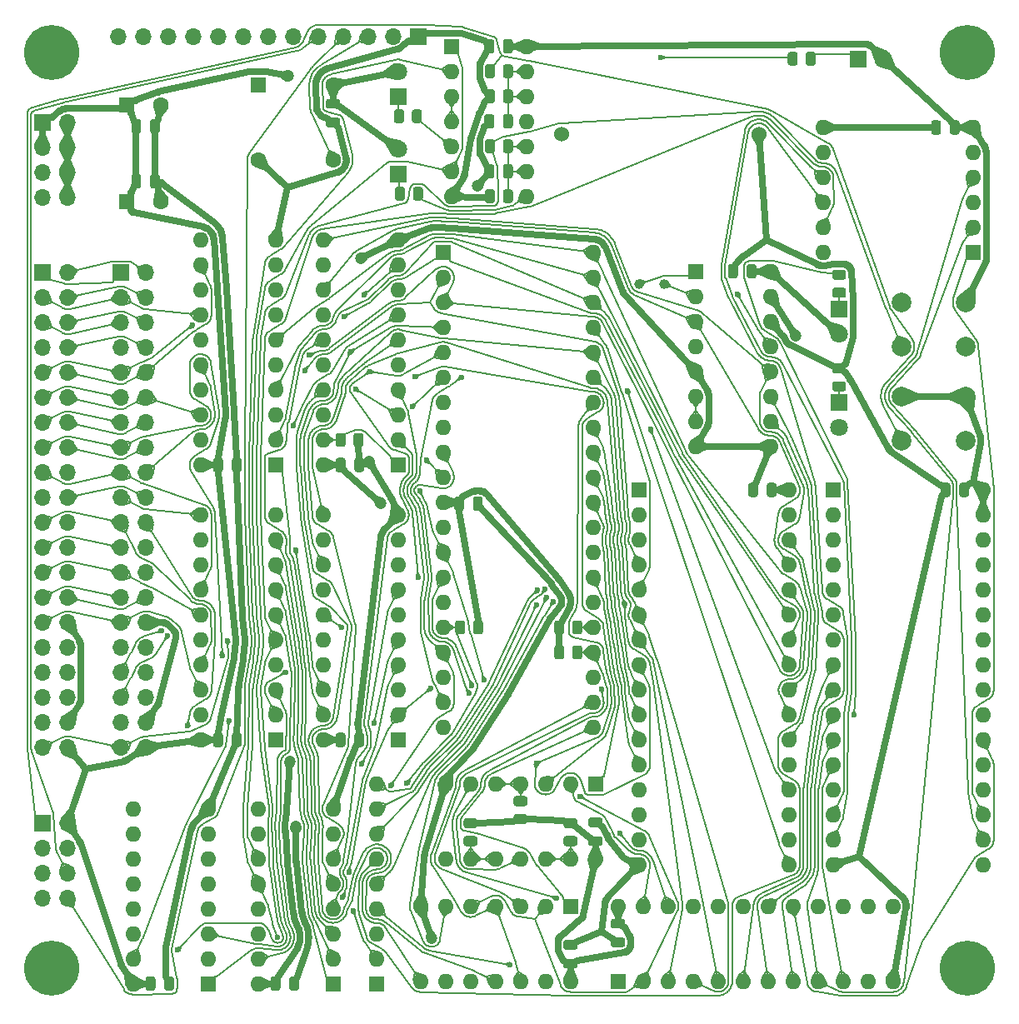
<source format=gbr>
%TF.GenerationSoftware,KiCad,Pcbnew,(5.1.9)-1*%
%TF.CreationDate,2021-05-09T07:52:10-04:00*%
%TF.ProjectId,cpu2,63707532-2e6b-4696-9361-645f70636258,rev?*%
%TF.SameCoordinates,Original*%
%TF.FileFunction,Copper,L2,Bot*%
%TF.FilePolarity,Positive*%
%FSLAX46Y46*%
G04 Gerber Fmt 4.6, Leading zero omitted, Abs format (unit mm)*
G04 Created by KiCad (PCBNEW (5.1.9)-1) date 2021-05-09 07:52:10*
%MOMM*%
%LPD*%
G01*
G04 APERTURE LIST*
%TA.AperFunction,ComponentPad*%
%ADD10O,1.700000X1.700000*%
%TD*%
%TA.AperFunction,ComponentPad*%
%ADD11R,1.700000X1.700000*%
%TD*%
%TA.AperFunction,ComponentPad*%
%ADD12C,1.800000*%
%TD*%
%TA.AperFunction,ComponentPad*%
%ADD13R,1.800000X1.800000*%
%TD*%
%TA.AperFunction,ComponentPad*%
%ADD14C,1.600000*%
%TD*%
%TA.AperFunction,ComponentPad*%
%ADD15R,1.600000X1.600000*%
%TD*%
%TA.AperFunction,ComponentPad*%
%ADD16C,2.000000*%
%TD*%
%TA.AperFunction,ComponentPad*%
%ADD17O,1.600000X1.600000*%
%TD*%
%TA.AperFunction,ComponentPad*%
%ADD18C,1.000000*%
%TD*%
%TA.AperFunction,ComponentPad*%
%ADD19C,1.524000*%
%TD*%
%TA.AperFunction,ComponentPad*%
%ADD20C,5.600000*%
%TD*%
%TA.AperFunction,ViaPad*%
%ADD21C,1.200000*%
%TD*%
%TA.AperFunction,ViaPad*%
%ADD22C,0.600000*%
%TD*%
%TA.AperFunction,Conductor*%
%ADD23C,0.700000*%
%TD*%
%TA.AperFunction,Conductor*%
%ADD24C,0.200000*%
%TD*%
G04 APERTURE END LIST*
D10*
%TO.P,J5,13*%
%TO.N,D7*%
X30226000Y-21844000D03*
%TO.P,J5,12*%
%TO.N,D6*%
X32766000Y-21844000D03*
%TO.P,J5,11*%
%TO.N,D5*%
X35306000Y-21844000D03*
%TO.P,J5,10*%
%TO.N,D4*%
X37846000Y-21844000D03*
%TO.P,J5,9*%
%TO.N,D3*%
X40386000Y-21844000D03*
%TO.P,J5,8*%
%TO.N,D2*%
X42926000Y-21844000D03*
%TO.P,J5,7*%
%TO.N,D1*%
X45466000Y-21844000D03*
%TO.P,J5,6*%
%TO.N,D0*%
X48006000Y-21844000D03*
%TO.P,J5,5*%
%TO.N,Net-(J1-Pad6)*%
X50546000Y-21844000D03*
%TO.P,J5,4*%
%TO.N,Net-(J1-Pad8)*%
X53086000Y-21844000D03*
%TO.P,J5,3*%
%TO.N,CLK*%
X55626000Y-21844000D03*
%TO.P,J5,2*%
%TO.N,+5V*%
X58166000Y-21844000D03*
D11*
%TO.P,J5,1*%
%TO.N,GND*%
X60706000Y-21844000D03*
%TD*%
%TO.P,R16,2*%
%TO.N,Net-(D5-Pad1)*%
%TA.AperFunction,SMDPad,CuDef*%
G36*
G01*
X59290000Y-29521998D02*
X59290000Y-30422002D01*
G75*
G02*
X59040002Y-30672000I-249998J0D01*
G01*
X58514998Y-30672000D01*
G75*
G02*
X58265000Y-30422002I0J249998D01*
G01*
X58265000Y-29521998D01*
G75*
G02*
X58514998Y-29272000I249998J0D01*
G01*
X59040002Y-29272000D01*
G75*
G02*
X59290000Y-29521998I0J-249998D01*
G01*
G37*
%TD.AperFunction*%
%TO.P,R16,1*%
%TO.N,~SYSRES~*%
%TA.AperFunction,SMDPad,CuDef*%
G36*
G01*
X61115000Y-29521998D02*
X61115000Y-30422002D01*
G75*
G02*
X60865002Y-30672000I-249998J0D01*
G01*
X60339998Y-30672000D01*
G75*
G02*
X60090000Y-30422002I0J249998D01*
G01*
X60090000Y-29521998D01*
G75*
G02*
X60339998Y-29272000I249998J0D01*
G01*
X60865002Y-29272000D01*
G75*
G02*
X61115000Y-29521998I0J-249998D01*
G01*
G37*
%TD.AperFunction*%
%TD*%
%TO.P,R15,2*%
%TO.N,Net-(D4-Pad1)*%
%TA.AperFunction,SMDPad,CuDef*%
G36*
G01*
X59393500Y-37395998D02*
X59393500Y-38296002D01*
G75*
G02*
X59143502Y-38546000I-249998J0D01*
G01*
X58618498Y-38546000D01*
G75*
G02*
X58368500Y-38296002I0J249998D01*
G01*
X58368500Y-37395998D01*
G75*
G02*
X58618498Y-37146000I249998J0D01*
G01*
X59143502Y-37146000D01*
G75*
G02*
X59393500Y-37395998I0J-249998D01*
G01*
G37*
%TD.AperFunction*%
%TO.P,R15,1*%
%TO.N,Net-(J1-Pad5)*%
%TA.AperFunction,SMDPad,CuDef*%
G36*
G01*
X61218500Y-37395998D02*
X61218500Y-38296002D01*
G75*
G02*
X60968502Y-38546000I-249998J0D01*
G01*
X60443498Y-38546000D01*
G75*
G02*
X60193500Y-38296002I0J249998D01*
G01*
X60193500Y-37395998D01*
G75*
G02*
X60443498Y-37146000I249998J0D01*
G01*
X60968502Y-37146000D01*
G75*
G02*
X61218500Y-37395998I0J-249998D01*
G01*
G37*
%TD.AperFunction*%
%TD*%
D12*
%TO.P,D5,2*%
%TO.N,+5V*%
X58674000Y-25400000D03*
D13*
%TO.P,D5,1*%
%TO.N,Net-(D5-Pad1)*%
X58674000Y-27940000D03*
%TD*%
D12*
%TO.P,D4,2*%
%TO.N,+5V*%
X58674000Y-33274000D03*
D13*
%TO.P,D4,1*%
%TO.N,Net-(D4-Pad1)*%
X58674000Y-35814000D03*
%TD*%
%TO.P,R14,2*%
%TO.N,Net-(D3-Pad1)*%
%TA.AperFunction,SMDPad,CuDef*%
G36*
G01*
X100095000Y-24580002D02*
X100095000Y-23679998D01*
G75*
G02*
X100344998Y-23430000I249998J0D01*
G01*
X100870002Y-23430000D01*
G75*
G02*
X101120000Y-23679998I0J-249998D01*
G01*
X101120000Y-24580002D01*
G75*
G02*
X100870002Y-24830000I-249998J0D01*
G01*
X100344998Y-24830000D01*
G75*
G02*
X100095000Y-24580002I0J249998D01*
G01*
G37*
%TD.AperFunction*%
%TO.P,R14,1*%
%TO.N,Net-(R14-Pad1)*%
%TA.AperFunction,SMDPad,CuDef*%
G36*
G01*
X98270000Y-24580002D02*
X98270000Y-23679998D01*
G75*
G02*
X98519998Y-23430000I249998J0D01*
G01*
X99045002Y-23430000D01*
G75*
G02*
X99295000Y-23679998I0J-249998D01*
G01*
X99295000Y-24580002D01*
G75*
G02*
X99045002Y-24830000I-249998J0D01*
G01*
X98519998Y-24830000D01*
G75*
G02*
X98270000Y-24580002I0J249998D01*
G01*
G37*
%TD.AperFunction*%
%TD*%
D12*
%TO.P,D3,2*%
%TO.N,+5V*%
X107950000Y-24130000D03*
D13*
%TO.P,D3,1*%
%TO.N,Net-(D3-Pad1)*%
X105410000Y-24130000D03*
%TD*%
D14*
%TO.P,C3,2*%
%TO.N,GND*%
X34614000Y-38608000D03*
D15*
%TO.P,C3,1*%
%TO.N,+5V*%
X31114000Y-38608000D03*
%TD*%
D16*
%TO.P,SW2,1*%
%TO.N,+5V*%
X116355000Y-58420000D03*
%TO.P,SW2,2*%
%TO.N,Net-(J1-Pad1)*%
X116355000Y-62920000D03*
%TO.P,SW2,1*%
%TO.N,+5V*%
X109855000Y-58420000D03*
%TO.P,SW2,2*%
%TO.N,Net-(J1-Pad1)*%
X109855000Y-62920000D03*
%TD*%
%TO.P,SW1,1*%
%TO.N,+5V*%
X116355000Y-48895000D03*
%TO.P,SW1,2*%
%TO.N,Net-(J1-Pad3)*%
X116355000Y-53395000D03*
%TO.P,SW1,1*%
%TO.N,+5V*%
X109855000Y-48895000D03*
%TO.P,SW1,2*%
%TO.N,Net-(J1-Pad3)*%
X109855000Y-53395000D03*
%TD*%
D15*
%TO.P,U8,1*%
%TO.N,Net-(U8-Pad1)*%
X88900000Y-45720000D03*
D17*
%TO.P,U8,9*%
%TO.N,GND*%
X96520000Y-63500000D03*
%TO.P,U8,2*%
%TO.N,Net-(U8-Pad2)*%
X88900000Y-48260000D03*
%TO.P,U8,10*%
%TO.N,Net-(U12-Pad22)*%
X96520000Y-60960000D03*
%TO.P,U8,3*%
%TO.N,~WRITE~*%
X88900000Y-50800000D03*
%TO.P,U8,11*%
%TO.N,~RAM0~*%
X96520000Y-58420000D03*
%TO.P,U8,4*%
%TO.N,Net-(BT1-Pad1)*%
X88900000Y-53340000D03*
%TO.P,U8,12*%
%TO.N,~READ~*%
X96520000Y-55880000D03*
%TO.P,U8,5*%
%TO.N,GND*%
X88900000Y-55880000D03*
%TO.P,U8,13*%
%TO.N,~SYSRES~*%
X96520000Y-53340000D03*
%TO.P,U8,6*%
%TO.N,D0*%
X88900000Y-58420000D03*
%TO.P,U8,14*%
%TO.N,GND*%
X96520000Y-50800000D03*
%TO.P,U8,7*%
%TO.N,D0*%
X88900000Y-60960000D03*
%TO.P,U8,15*%
%TO.N,VCCMEM*%
X96520000Y-48260000D03*
%TO.P,U8,8*%
%TO.N,GND*%
X88900000Y-63500000D03*
%TO.P,U8,16*%
%TO.N,+5V*%
X96520000Y-45720000D03*
%TD*%
D18*
%TO.P,Y1,2*%
%TO.N,Net-(U8-Pad2)*%
X85725000Y-46990000D03*
%TO.P,Y1,1*%
%TO.N,Net-(U8-Pad1)*%
X83185000Y-46990000D03*
%TD*%
D19*
%TO.P,BT1,1*%
%TO.N,Net-(BT1-Pad1)*%
X75330000Y-31750000D03*
%TO.P,BT1,2*%
%TO.N,GND*%
X95330000Y-31750000D03*
%TD*%
%TO.P,C23,1*%
%TO.N,+5V*%
%TA.AperFunction,SMDPad,CuDef*%
G36*
G01*
X51595000Y-28202000D02*
X52545000Y-28202000D01*
G75*
G02*
X52795000Y-28452000I0J-250000D01*
G01*
X52795000Y-28952000D01*
G75*
G02*
X52545000Y-29202000I-250000J0D01*
G01*
X51595000Y-29202000D01*
G75*
G02*
X51345000Y-28952000I0J250000D01*
G01*
X51345000Y-28452000D01*
G75*
G02*
X51595000Y-28202000I250000J0D01*
G01*
G37*
%TD.AperFunction*%
%TO.P,C23,2*%
%TO.N,GND*%
%TA.AperFunction,SMDPad,CuDef*%
G36*
G01*
X51595000Y-30102000D02*
X52545000Y-30102000D01*
G75*
G02*
X52795000Y-30352000I0J-250000D01*
G01*
X52795000Y-30852000D01*
G75*
G02*
X52545000Y-31102000I-250000J0D01*
G01*
X51595000Y-31102000D01*
G75*
G02*
X51345000Y-30852000I0J250000D01*
G01*
X51345000Y-30352000D01*
G75*
G02*
X51595000Y-30102000I250000J0D01*
G01*
G37*
%TD.AperFunction*%
%TD*%
%TO.P,C21,2*%
%TO.N,GND*%
%TA.AperFunction,SMDPad,CuDef*%
G36*
G01*
X33470000Y-37051000D02*
X33470000Y-36101000D01*
G75*
G02*
X33720000Y-35851000I250000J0D01*
G01*
X34220000Y-35851000D01*
G75*
G02*
X34470000Y-36101000I0J-250000D01*
G01*
X34470000Y-37051000D01*
G75*
G02*
X34220000Y-37301000I-250000J0D01*
G01*
X33720000Y-37301000D01*
G75*
G02*
X33470000Y-37051000I0J250000D01*
G01*
G37*
%TD.AperFunction*%
%TO.P,C21,1*%
%TO.N,+5V*%
%TA.AperFunction,SMDPad,CuDef*%
G36*
G01*
X31570000Y-37051000D02*
X31570000Y-36101000D01*
G75*
G02*
X31820000Y-35851000I250000J0D01*
G01*
X32320000Y-35851000D01*
G75*
G02*
X32570000Y-36101000I0J-250000D01*
G01*
X32570000Y-37051000D01*
G75*
G02*
X32320000Y-37301000I-250000J0D01*
G01*
X31820000Y-37301000D01*
G75*
G02*
X31570000Y-37051000I0J250000D01*
G01*
G37*
%TD.AperFunction*%
%TD*%
%TO.P,C20,2*%
%TO.N,GND*%
%TA.AperFunction,SMDPad,CuDef*%
G36*
G01*
X33470000Y-31463000D02*
X33470000Y-30513000D01*
G75*
G02*
X33720000Y-30263000I250000J0D01*
G01*
X34220000Y-30263000D01*
G75*
G02*
X34470000Y-30513000I0J-250000D01*
G01*
X34470000Y-31463000D01*
G75*
G02*
X34220000Y-31713000I-250000J0D01*
G01*
X33720000Y-31713000D01*
G75*
G02*
X33470000Y-31463000I0J250000D01*
G01*
G37*
%TD.AperFunction*%
%TO.P,C20,1*%
%TO.N,+5V*%
%TA.AperFunction,SMDPad,CuDef*%
G36*
G01*
X31570000Y-31463000D02*
X31570000Y-30513000D01*
G75*
G02*
X31820000Y-30263000I250000J0D01*
G01*
X32320000Y-30263000D01*
G75*
G02*
X32570000Y-30513000I0J-250000D01*
G01*
X32570000Y-31463000D01*
G75*
G02*
X32320000Y-31713000I-250000J0D01*
G01*
X31820000Y-31713000D01*
G75*
G02*
X31570000Y-31463000I0J250000D01*
G01*
G37*
%TD.AperFunction*%
%TD*%
%TO.P,C19,2*%
%TO.N,GND*%
%TA.AperFunction,SMDPad,CuDef*%
G36*
G01*
X79215000Y-102232000D02*
X78265000Y-102232000D01*
G75*
G02*
X78015000Y-101982000I0J250000D01*
G01*
X78015000Y-101482000D01*
G75*
G02*
X78265000Y-101232000I250000J0D01*
G01*
X79215000Y-101232000D01*
G75*
G02*
X79465000Y-101482000I0J-250000D01*
G01*
X79465000Y-101982000D01*
G75*
G02*
X79215000Y-102232000I-250000J0D01*
G01*
G37*
%TD.AperFunction*%
%TO.P,C19,1*%
%TO.N,+5V*%
%TA.AperFunction,SMDPad,CuDef*%
G36*
G01*
X79215000Y-104132000D02*
X78265000Y-104132000D01*
G75*
G02*
X78015000Y-103882000I0J250000D01*
G01*
X78015000Y-103382000D01*
G75*
G02*
X78265000Y-103132000I250000J0D01*
G01*
X79215000Y-103132000D01*
G75*
G02*
X79465000Y-103382000I0J-250000D01*
G01*
X79465000Y-103882000D01*
G75*
G02*
X79215000Y-104132000I-250000J0D01*
G01*
G37*
%TD.AperFunction*%
%TD*%
%TO.P,C18,2*%
%TO.N,GND*%
%TA.AperFunction,SMDPad,CuDef*%
G36*
G01*
X41786000Y-65880000D02*
X41786000Y-64930000D01*
G75*
G02*
X42036000Y-64680000I250000J0D01*
G01*
X42536000Y-64680000D01*
G75*
G02*
X42786000Y-64930000I0J-250000D01*
G01*
X42786000Y-65880000D01*
G75*
G02*
X42536000Y-66130000I-250000J0D01*
G01*
X42036000Y-66130000D01*
G75*
G02*
X41786000Y-65880000I0J250000D01*
G01*
G37*
%TD.AperFunction*%
%TO.P,C18,1*%
%TO.N,+5V*%
%TA.AperFunction,SMDPad,CuDef*%
G36*
G01*
X39886000Y-65880000D02*
X39886000Y-64930000D01*
G75*
G02*
X40136000Y-64680000I250000J0D01*
G01*
X40636000Y-64680000D01*
G75*
G02*
X40886000Y-64930000I0J-250000D01*
G01*
X40886000Y-65880000D01*
G75*
G02*
X40636000Y-66130000I-250000J0D01*
G01*
X40136000Y-66130000D01*
G75*
G02*
X39886000Y-65880000I0J250000D01*
G01*
G37*
%TD.AperFunction*%
%TD*%
%TO.P,C17,2*%
%TO.N,GND*%
%TA.AperFunction,SMDPad,CuDef*%
G36*
G01*
X54232000Y-93820000D02*
X54232000Y-92870000D01*
G75*
G02*
X54482000Y-92620000I250000J0D01*
G01*
X54982000Y-92620000D01*
G75*
G02*
X55232000Y-92870000I0J-250000D01*
G01*
X55232000Y-93820000D01*
G75*
G02*
X54982000Y-94070000I-250000J0D01*
G01*
X54482000Y-94070000D01*
G75*
G02*
X54232000Y-93820000I0J250000D01*
G01*
G37*
%TD.AperFunction*%
%TO.P,C17,1*%
%TO.N,+5V*%
%TA.AperFunction,SMDPad,CuDef*%
G36*
G01*
X52332000Y-93820000D02*
X52332000Y-92870000D01*
G75*
G02*
X52582000Y-92620000I250000J0D01*
G01*
X53082000Y-92620000D01*
G75*
G02*
X53332000Y-92870000I0J-250000D01*
G01*
X53332000Y-93820000D01*
G75*
G02*
X53082000Y-94070000I-250000J0D01*
G01*
X52582000Y-94070000D01*
G75*
G02*
X52332000Y-93820000I0J250000D01*
G01*
G37*
%TD.AperFunction*%
%TD*%
%TO.P,C16,2*%
%TO.N,GND*%
%TA.AperFunction,SMDPad,CuDef*%
G36*
G01*
X41786000Y-93820000D02*
X41786000Y-92870000D01*
G75*
G02*
X42036000Y-92620000I250000J0D01*
G01*
X42536000Y-92620000D01*
G75*
G02*
X42786000Y-92870000I0J-250000D01*
G01*
X42786000Y-93820000D01*
G75*
G02*
X42536000Y-94070000I-250000J0D01*
G01*
X42036000Y-94070000D01*
G75*
G02*
X41786000Y-93820000I0J250000D01*
G01*
G37*
%TD.AperFunction*%
%TO.P,C16,1*%
%TO.N,+5V*%
%TA.AperFunction,SMDPad,CuDef*%
G36*
G01*
X39886000Y-93820000D02*
X39886000Y-92870000D01*
G75*
G02*
X40136000Y-92620000I250000J0D01*
G01*
X40636000Y-92620000D01*
G75*
G02*
X40886000Y-92870000I0J-250000D01*
G01*
X40886000Y-93820000D01*
G75*
G02*
X40636000Y-94070000I-250000J0D01*
G01*
X40136000Y-94070000D01*
G75*
G02*
X39886000Y-93820000I0J250000D01*
G01*
G37*
%TD.AperFunction*%
%TD*%
%TO.P,C15,2*%
%TO.N,GND*%
%TA.AperFunction,SMDPad,CuDef*%
G36*
G01*
X47628000Y-118585000D02*
X47628000Y-117635000D01*
G75*
G02*
X47878000Y-117385000I250000J0D01*
G01*
X48378000Y-117385000D01*
G75*
G02*
X48628000Y-117635000I0J-250000D01*
G01*
X48628000Y-118585000D01*
G75*
G02*
X48378000Y-118835000I-250000J0D01*
G01*
X47878000Y-118835000D01*
G75*
G02*
X47628000Y-118585000I0J250000D01*
G01*
G37*
%TD.AperFunction*%
%TO.P,C15,1*%
%TO.N,+5V*%
%TA.AperFunction,SMDPad,CuDef*%
G36*
G01*
X45728000Y-118585000D02*
X45728000Y-117635000D01*
G75*
G02*
X45978000Y-117385000I250000J0D01*
G01*
X46478000Y-117385000D01*
G75*
G02*
X46728000Y-117635000I0J-250000D01*
G01*
X46728000Y-118585000D01*
G75*
G02*
X46478000Y-118835000I-250000J0D01*
G01*
X45978000Y-118835000D01*
G75*
G02*
X45728000Y-118585000I0J250000D01*
G01*
G37*
%TD.AperFunction*%
%TD*%
%TO.P,C14,1*%
%TO.N,GND*%
%TA.AperFunction,SMDPad,CuDef*%
G36*
G01*
X94247000Y-68420000D02*
X94247000Y-67470000D01*
G75*
G02*
X94497000Y-67220000I250000J0D01*
G01*
X94997000Y-67220000D01*
G75*
G02*
X95247000Y-67470000I0J-250000D01*
G01*
X95247000Y-68420000D01*
G75*
G02*
X94997000Y-68670000I-250000J0D01*
G01*
X94497000Y-68670000D01*
G75*
G02*
X94247000Y-68420000I0J250000D01*
G01*
G37*
%TD.AperFunction*%
%TO.P,C14,2*%
%TO.N,VCCMEM*%
%TA.AperFunction,SMDPad,CuDef*%
G36*
G01*
X96147000Y-68420000D02*
X96147000Y-67470000D01*
G75*
G02*
X96397000Y-67220000I250000J0D01*
G01*
X96897000Y-67220000D01*
G75*
G02*
X97147000Y-67470000I0J-250000D01*
G01*
X97147000Y-68420000D01*
G75*
G02*
X96897000Y-68670000I-250000J0D01*
G01*
X96397000Y-68670000D01*
G75*
G02*
X96147000Y-68420000I0J250000D01*
G01*
G37*
%TD.AperFunction*%
%TD*%
%TO.P,C13,2*%
%TO.N,GND*%
%TA.AperFunction,SMDPad,CuDef*%
G36*
G01*
X54232000Y-65880000D02*
X54232000Y-64930000D01*
G75*
G02*
X54482000Y-64680000I250000J0D01*
G01*
X54982000Y-64680000D01*
G75*
G02*
X55232000Y-64930000I0J-250000D01*
G01*
X55232000Y-65880000D01*
G75*
G02*
X54982000Y-66130000I-250000J0D01*
G01*
X54482000Y-66130000D01*
G75*
G02*
X54232000Y-65880000I0J250000D01*
G01*
G37*
%TD.AperFunction*%
%TO.P,C13,1*%
%TO.N,+5V*%
%TA.AperFunction,SMDPad,CuDef*%
G36*
G01*
X52332000Y-65880000D02*
X52332000Y-64930000D01*
G75*
G02*
X52582000Y-64680000I250000J0D01*
G01*
X53082000Y-64680000D01*
G75*
G02*
X53332000Y-64930000I0J-250000D01*
G01*
X53332000Y-65880000D01*
G75*
G02*
X53082000Y-66130000I-250000J0D01*
G01*
X52582000Y-66130000D01*
G75*
G02*
X52332000Y-65880000I0J250000D01*
G01*
G37*
%TD.AperFunction*%
%TD*%
%TO.P,C12,1*%
%TO.N,+5V*%
%TA.AperFunction,SMDPad,CuDef*%
G36*
G01*
X80551000Y-111514000D02*
X81501000Y-111514000D01*
G75*
G02*
X81751000Y-111764000I0J-250000D01*
G01*
X81751000Y-112264000D01*
G75*
G02*
X81501000Y-112514000I-250000J0D01*
G01*
X80551000Y-112514000D01*
G75*
G02*
X80301000Y-112264000I0J250000D01*
G01*
X80301000Y-111764000D01*
G75*
G02*
X80551000Y-111514000I250000J0D01*
G01*
G37*
%TD.AperFunction*%
%TO.P,C12,2*%
%TO.N,GND*%
%TA.AperFunction,SMDPad,CuDef*%
G36*
G01*
X80551000Y-113414000D02*
X81501000Y-113414000D01*
G75*
G02*
X81751000Y-113664000I0J-250000D01*
G01*
X81751000Y-114164000D01*
G75*
G02*
X81501000Y-114414000I-250000J0D01*
G01*
X80551000Y-114414000D01*
G75*
G02*
X80301000Y-114164000I0J250000D01*
G01*
X80301000Y-113664000D01*
G75*
G02*
X80551000Y-113414000I250000J0D01*
G01*
G37*
%TD.AperFunction*%
%TD*%
%TO.P,C11,2*%
%TO.N,GND*%
%TA.AperFunction,SMDPad,CuDef*%
G36*
G01*
X76675000Y-114678000D02*
X75725000Y-114678000D01*
G75*
G02*
X75475000Y-114428000I0J250000D01*
G01*
X75475000Y-113928000D01*
G75*
G02*
X75725000Y-113678000I250000J0D01*
G01*
X76675000Y-113678000D01*
G75*
G02*
X76925000Y-113928000I0J-250000D01*
G01*
X76925000Y-114428000D01*
G75*
G02*
X76675000Y-114678000I-250000J0D01*
G01*
G37*
%TD.AperFunction*%
%TO.P,C11,1*%
%TO.N,+5V*%
%TA.AperFunction,SMDPad,CuDef*%
G36*
G01*
X76675000Y-116578000D02*
X75725000Y-116578000D01*
G75*
G02*
X75475000Y-116328000I0J250000D01*
G01*
X75475000Y-115828000D01*
G75*
G02*
X75725000Y-115578000I250000J0D01*
G01*
X76675000Y-115578000D01*
G75*
G02*
X76925000Y-115828000I0J-250000D01*
G01*
X76925000Y-116328000D01*
G75*
G02*
X76675000Y-116578000I-250000J0D01*
G01*
G37*
%TD.AperFunction*%
%TD*%
%TO.P,C10,2*%
%TO.N,GND*%
%TA.AperFunction,SMDPad,CuDef*%
G36*
G01*
X114800000Y-67470000D02*
X114800000Y-68420000D01*
G75*
G02*
X114550000Y-68670000I-250000J0D01*
G01*
X114050000Y-68670000D01*
G75*
G02*
X113800000Y-68420000I0J250000D01*
G01*
X113800000Y-67470000D01*
G75*
G02*
X114050000Y-67220000I250000J0D01*
G01*
X114550000Y-67220000D01*
G75*
G02*
X114800000Y-67470000I0J-250000D01*
G01*
G37*
%TD.AperFunction*%
%TO.P,C10,1*%
%TO.N,+5V*%
%TA.AperFunction,SMDPad,CuDef*%
G36*
G01*
X116700000Y-67470000D02*
X116700000Y-68420000D01*
G75*
G02*
X116450000Y-68670000I-250000J0D01*
G01*
X115950000Y-68670000D01*
G75*
G02*
X115700000Y-68420000I0J250000D01*
G01*
X115700000Y-67470000D01*
G75*
G02*
X115950000Y-67220000I250000J0D01*
G01*
X116450000Y-67220000D01*
G75*
G02*
X116700000Y-67470000I0J-250000D01*
G01*
G37*
%TD.AperFunction*%
%TD*%
%TO.P,C9,2*%
%TO.N,GND*%
%TA.AperFunction,SMDPad,CuDef*%
G36*
G01*
X66297000Y-69817000D02*
X66297000Y-68867000D01*
G75*
G02*
X66547000Y-68617000I250000J0D01*
G01*
X67047000Y-68617000D01*
G75*
G02*
X67297000Y-68867000I0J-250000D01*
G01*
X67297000Y-69817000D01*
G75*
G02*
X67047000Y-70067000I-250000J0D01*
G01*
X66547000Y-70067000D01*
G75*
G02*
X66297000Y-69817000I0J250000D01*
G01*
G37*
%TD.AperFunction*%
%TO.P,C9,1*%
%TO.N,+5V*%
%TA.AperFunction,SMDPad,CuDef*%
G36*
G01*
X64397000Y-69817000D02*
X64397000Y-68867000D01*
G75*
G02*
X64647000Y-68617000I250000J0D01*
G01*
X65147000Y-68617000D01*
G75*
G02*
X65397000Y-68867000I0J-250000D01*
G01*
X65397000Y-69817000D01*
G75*
G02*
X65147000Y-70067000I-250000J0D01*
G01*
X64647000Y-70067000D01*
G75*
G02*
X64397000Y-69817000I0J250000D01*
G01*
G37*
%TD.AperFunction*%
%TD*%
D14*
%TO.P,C8,2*%
%TO.N,GND*%
X34614000Y-28829000D03*
D15*
%TO.P,C8,1*%
%TO.N,+5V*%
X31114000Y-28829000D03*
%TD*%
D17*
%TO.P,U10,14*%
%TO.N,+5V*%
X78740000Y-105410000D03*
%TO.P,U10,7*%
%TO.N,GND*%
X63500000Y-97790000D03*
%TO.P,U10,13*%
%TO.N,~F_WAIT~*%
X76200000Y-105410000D03*
%TO.P,U10,6*%
%TO.N,~INUSE~*%
X66040000Y-97790000D03*
%TO.P,U10,12*%
%TO.N,~F_WAIT~*%
X73660000Y-105410000D03*
%TO.P,U10,5*%
%TO.N,~F_INUSE~*%
X68580000Y-97790000D03*
%TO.P,U10,11*%
%TO.N,~WAIT~*%
X71120000Y-105410000D03*
%TO.P,U10,4*%
%TO.N,~F_INUSE~*%
X71120000Y-97790000D03*
%TO.P,U10,10*%
%TO.N,~F_INT~*%
X68580000Y-105410000D03*
%TO.P,U10,3*%
%TO.N,~INTAK~*%
X73660000Y-97790000D03*
%TO.P,U10,9*%
%TO.N,~F_INT~*%
X66040000Y-105410000D03*
%TO.P,U10,2*%
%TO.N,~IORQ~*%
X76200000Y-97790000D03*
%TO.P,U10,8*%
%TO.N,~INT~*%
X63500000Y-105410000D03*
D15*
%TO.P,U10,1*%
%TO.N,M1*%
X78740000Y-97790000D03*
%TD*%
D17*
%TO.P,U6,14*%
%TO.N,+5V*%
X76200000Y-117856000D03*
%TO.P,U6,7*%
%TO.N,GND*%
X60960000Y-110236000D03*
%TO.P,U6,13*%
%TO.N,~IORQ~*%
X73660000Y-117856000D03*
%TO.P,U6,6*%
%TO.N,~WRITE~*%
X63500000Y-110236000D03*
%TO.P,U6,12*%
%TO.N,~WR~*%
X71120000Y-117856000D03*
%TO.P,U6,5*%
%TO.N,~MREQ~*%
X66040000Y-110236000D03*
%TO.P,U6,11*%
%TO.N,~OUT~*%
X68580000Y-117856000D03*
%TO.P,U6,4*%
%TO.N,~WR~*%
X68580000Y-110236000D03*
%TO.P,U6,10*%
%TO.N,~IORQ~*%
X66040000Y-117856000D03*
%TO.P,U6,3*%
%TO.N,~READ~*%
X71120000Y-110236000D03*
%TO.P,U6,9*%
%TO.N,~RD~*%
X63500000Y-117856000D03*
%TO.P,U6,2*%
%TO.N,~MREQ~*%
X73660000Y-110236000D03*
%TO.P,U6,8*%
%TO.N,~IN~*%
X60960000Y-117856000D03*
D15*
%TO.P,U6,1*%
%TO.N,~RD~*%
X76200000Y-110236000D03*
%TD*%
D17*
%TO.P,U1,14*%
%TO.N,+5V*%
X71755000Y-22860000D03*
%TO.P,U1,7*%
%TO.N,GND*%
X64135000Y-38100000D03*
%TO.P,U1,13*%
%TO.N,Net-(C2-Pad2)*%
X71755000Y-25400000D03*
%TO.P,U1,6*%
%TO.N,Net-(R14-Pad1)*%
X64135000Y-35560000D03*
%TO.P,U1,12*%
%TO.N,Net-(C2-Pad2)*%
X71755000Y-27940000D03*
%TO.P,U1,5*%
%TO.N,~SYSRES~*%
X64135000Y-33020000D03*
%TO.P,U1,11*%
X71755000Y-30480000D03*
%TO.P,U1,4*%
%TO.N,Net-(U1-Pad3)*%
X64135000Y-30480000D03*
%TO.P,U1,10*%
%TO.N,Net-(C1-Pad2)*%
X71755000Y-33020000D03*
%TO.P,U1,3*%
%TO.N,Net-(U1-Pad3)*%
X64135000Y-27940000D03*
%TO.P,U1,9*%
%TO.N,Net-(C1-Pad2)*%
X71755000Y-35560000D03*
%TO.P,U1,2*%
%TO.N,~BankSel~*%
X64135000Y-25400000D03*
%TO.P,U1,8*%
%TO.N,Net-(J1-Pad5)*%
X71755000Y-38100000D03*
D15*
%TO.P,U1,1*%
%TO.N,Net-(R14-Pad1)*%
X64135000Y-22860000D03*
%TD*%
D17*
%TO.P,U5,24*%
%TO.N,+5V*%
X81026000Y-110236000D03*
%TO.P,U5,12*%
%TO.N,GND*%
X108966000Y-117856000D03*
%TO.P,U5,23*%
%TO.N,~IORQ~*%
X83566000Y-110236000D03*
%TO.P,U5,11*%
%TO.N,~RD~*%
X106426000Y-117856000D03*
%TO.P,U5,22*%
%TO.N,~BUSBUF~*%
X86106000Y-110236000D03*
%TO.P,U5,10*%
%TO.N,A0*%
X103886000Y-117856000D03*
%TO.P,U5,21*%
%TO.N,~DISP1~*%
X88646000Y-110236000D03*
%TO.P,U5,9*%
%TO.N,A1*%
X101346000Y-117856000D03*
%TO.P,U5,20*%
%TO.N,Net-(J1-Pad6)*%
X91186000Y-110236000D03*
%TO.P,U5,8*%
%TO.N,A2*%
X98806000Y-117856000D03*
%TO.P,U5,19*%
%TO.N,Net-(J1-Pad8)*%
X93726000Y-110236000D03*
%TO.P,U5,7*%
%TO.N,A3*%
X96266000Y-117856000D03*
%TO.P,U5,18*%
%TO.N,~RAM0~*%
X96266000Y-110236000D03*
%TO.P,U5,6*%
%TO.N,A4*%
X93726000Y-117856000D03*
%TO.P,U5,17*%
%TO.N,~ROM0~*%
X98806000Y-110236000D03*
%TO.P,U5,5*%
%TO.N,A5*%
X91186000Y-117856000D03*
%TO.P,U5,16*%
%TO.N,~BankSel~*%
X101346000Y-110236000D03*
%TO.P,U5,4*%
%TO.N,A6*%
X88646000Y-117856000D03*
%TO.P,U5,15*%
%TO.N,RAM~ROM~*%
X103886000Y-110236000D03*
%TO.P,U5,3*%
%TO.N,A7*%
X86106000Y-117856000D03*
%TO.P,U5,14*%
%TO.N,MEMCHIP*%
X106426000Y-110236000D03*
%TO.P,U5,2*%
%TO.N,~MREQ~*%
X83566000Y-117856000D03*
%TO.P,U5,13*%
%TO.N,~INUSE~*%
X108966000Y-110236000D03*
D15*
%TO.P,U5,1*%
%TO.N,~OUT~*%
X81026000Y-117856000D03*
%TD*%
D17*
%TO.P,U4,16*%
%TO.N,+5V*%
X44450000Y-118110000D03*
%TO.P,U4,8*%
%TO.N,GND*%
X52070000Y-100330000D03*
%TO.P,U4,15*%
%TO.N,D4*%
X44450000Y-115570000D03*
%TO.P,U4,7*%
%TO.N,Net-(U4-Pad7)*%
X52070000Y-102870000D03*
%TO.P,U4,14*%
%TO.N,A0*%
X44450000Y-113030000D03*
%TO.P,U4,6*%
%TO.N,~EXMEM~*%
X52070000Y-105410000D03*
%TO.P,U4,13*%
%TO.N,A1*%
X44450000Y-110490000D03*
%TO.P,U4,5*%
%TO.N,A14*%
X52070000Y-107950000D03*
%TO.P,U4,12*%
%TO.N,~BankSel~*%
X44450000Y-107950000D03*
%TO.P,U4,4*%
%TO.N,A15*%
X52070000Y-110490000D03*
%TO.P,U4,11*%
%TO.N,Net-(R14-Pad1)*%
X44450000Y-105410000D03*
%TO.P,U4,3*%
%TO.N,D7*%
X52070000Y-113030000D03*
%TO.P,U4,10*%
%TO.N,S4*%
X44450000Y-102870000D03*
%TO.P,U4,2*%
%TO.N,D6*%
X52070000Y-115570000D03*
%TO.P,U4,9*%
%TO.N,MEMCHIP*%
X44450000Y-100330000D03*
D15*
%TO.P,U4,1*%
%TO.N,D5*%
X52070000Y-118110000D03*
%TD*%
D17*
%TO.P,U3,16*%
%TO.N,+5V*%
X31750000Y-118110000D03*
%TO.P,U3,8*%
%TO.N,GND*%
X39370000Y-100330000D03*
%TO.P,U3,15*%
%TO.N,D0*%
X31750000Y-115570000D03*
%TO.P,U3,7*%
%TO.N,S2*%
X39370000Y-102870000D03*
%TO.P,U3,14*%
%TO.N,A0*%
X31750000Y-113030000D03*
%TO.P,U3,6*%
%TO.N,S3*%
X39370000Y-105410000D03*
%TO.P,U3,13*%
%TO.N,A1*%
X31750000Y-110490000D03*
%TO.P,U3,5*%
%TO.N,A14*%
X39370000Y-107950000D03*
%TO.P,U3,12*%
%TO.N,~BankSel~*%
X31750000Y-107950000D03*
%TO.P,U3,4*%
%TO.N,A15*%
X39370000Y-110490000D03*
%TO.P,U3,11*%
%TO.N,Net-(R14-Pad1)*%
X31750000Y-105410000D03*
%TO.P,U3,3*%
%TO.N,D3*%
X39370000Y-113030000D03*
%TO.P,U3,10*%
%TO.N,S0*%
X31750000Y-102870000D03*
%TO.P,U3,2*%
%TO.N,D2*%
X39370000Y-115570000D03*
%TO.P,U3,9*%
%TO.N,S1*%
X31750000Y-100330000D03*
D15*
%TO.P,U3,1*%
%TO.N,D1*%
X39370000Y-118110000D03*
%TD*%
D17*
%TO.P,U2,40*%
%TO.N,A10*%
X78499000Y-43815000D03*
%TO.P,U2,20*%
%TO.N,~IORQ~*%
X63259000Y-92075000D03*
%TO.P,U2,39*%
%TO.N,A9*%
X78499000Y-46355000D03*
%TO.P,U2,19*%
%TO.N,~MREQ~*%
X63259000Y-89535000D03*
%TO.P,U2,38*%
%TO.N,A8*%
X78499000Y-48895000D03*
%TO.P,U2,18*%
%TO.N,Net-(R8-Pad1)*%
X63259000Y-86995000D03*
%TO.P,U2,37*%
%TO.N,A7*%
X78499000Y-51435000D03*
%TO.P,U2,17*%
%TO.N,Net-(J1-Pad5)*%
X63259000Y-84455000D03*
%TO.P,U2,36*%
%TO.N,A6*%
X78499000Y-53975000D03*
%TO.P,U2,16*%
%TO.N,~INT~*%
X63259000Y-81915000D03*
%TO.P,U2,35*%
%TO.N,A5*%
X78499000Y-56515000D03*
%TO.P,U2,15*%
%TO.N,D1*%
X63259000Y-79375000D03*
%TO.P,U2,34*%
%TO.N,A4*%
X78499000Y-59055000D03*
%TO.P,U2,14*%
%TO.N,D0*%
X63259000Y-76835000D03*
%TO.P,U2,33*%
%TO.N,A3*%
X78499000Y-61595000D03*
%TO.P,U2,13*%
%TO.N,D7*%
X63259000Y-74295000D03*
%TO.P,U2,32*%
%TO.N,A2*%
X78499000Y-64135000D03*
%TO.P,U2,12*%
%TO.N,D2*%
X63259000Y-71755000D03*
%TO.P,U2,31*%
%TO.N,A1*%
X78499000Y-66675000D03*
%TO.P,U2,11*%
%TO.N,+5V*%
X63259000Y-69215000D03*
%TO.P,U2,30*%
%TO.N,A0*%
X78499000Y-69215000D03*
%TO.P,U2,10*%
%TO.N,D6*%
X63259000Y-66675000D03*
%TO.P,U2,29*%
%TO.N,GND*%
X78499000Y-71755000D03*
%TO.P,U2,9*%
%TO.N,D5*%
X63259000Y-64135000D03*
%TO.P,U2,28*%
%TO.N,Net-(U2-Pad28)*%
X78499000Y-74295000D03*
%TO.P,U2,8*%
%TO.N,D3*%
X63259000Y-61595000D03*
%TO.P,U2,27*%
%TO.N,M1*%
X78499000Y-76835000D03*
%TO.P,U2,7*%
%TO.N,D4*%
X63259000Y-59055000D03*
%TO.P,U2,26*%
%TO.N,~SYSRES~*%
X78499000Y-79375000D03*
%TO.P,U2,6*%
%TO.N,CLK*%
X63259000Y-56515000D03*
%TO.P,U2,25*%
%TO.N,Net-(R7-Pad1)*%
X78499000Y-81915000D03*
%TO.P,U2,5*%
%TO.N,A15*%
X63259000Y-53975000D03*
%TO.P,U2,24*%
%TO.N,~WAIT~*%
X78499000Y-84455000D03*
%TO.P,U2,4*%
%TO.N,A14*%
X63259000Y-51435000D03*
%TO.P,U2,23*%
%TO.N,Net-(U2-Pad23)*%
X78499000Y-86995000D03*
%TO.P,U2,3*%
%TO.N,A13*%
X63259000Y-48895000D03*
%TO.P,U2,22*%
%TO.N,~WR~*%
X78499000Y-89535000D03*
%TO.P,U2,2*%
%TO.N,A12*%
X63259000Y-46355000D03*
%TO.P,U2,21*%
%TO.N,~RD~*%
X78499000Y-92075000D03*
D15*
%TO.P,U2,1*%
%TO.N,A11*%
X63259000Y-43815000D03*
%TD*%
%TO.P,U12,1*%
%TO.N,S4*%
X83185000Y-67945000D03*
D17*
%TO.P,U12,17*%
%TO.N,D3*%
X98425000Y-106045000D03*
%TO.P,U12,2*%
%TO.N,S2*%
X83185000Y-70485000D03*
%TO.P,U12,18*%
%TO.N,D4*%
X98425000Y-103505000D03*
%TO.P,U12,3*%
%TO.N,S0*%
X83185000Y-73025000D03*
%TO.P,U12,19*%
%TO.N,D5*%
X98425000Y-100965000D03*
%TO.P,U12,4*%
%TO.N,A12*%
X83185000Y-75565000D03*
%TO.P,U12,20*%
%TO.N,D6*%
X98425000Y-98425000D03*
%TO.P,U12,5*%
%TO.N,A7*%
X83185000Y-78105000D03*
%TO.P,U12,21*%
%TO.N,D7*%
X98425000Y-95885000D03*
%TO.P,U12,6*%
%TO.N,A6*%
X83185000Y-80645000D03*
%TO.P,U12,22*%
%TO.N,Net-(U12-Pad22)*%
X98425000Y-93345000D03*
%TO.P,U12,7*%
%TO.N,A5*%
X83185000Y-83185000D03*
%TO.P,U12,23*%
%TO.N,A10*%
X98425000Y-90805000D03*
%TO.P,U12,8*%
%TO.N,A4*%
X83185000Y-85725000D03*
%TO.P,U12,24*%
%TO.N,~READ~*%
X98425000Y-88265000D03*
%TO.P,U12,9*%
%TO.N,A3*%
X83185000Y-88265000D03*
%TO.P,U12,25*%
%TO.N,A11*%
X98425000Y-85725000D03*
%TO.P,U12,10*%
%TO.N,A2*%
X83185000Y-90805000D03*
%TO.P,U12,26*%
%TO.N,A9*%
X98425000Y-83185000D03*
%TO.P,U12,11*%
%TO.N,A1*%
X83185000Y-93345000D03*
%TO.P,U12,27*%
%TO.N,A8*%
X98425000Y-80645000D03*
%TO.P,U12,12*%
%TO.N,A0*%
X83185000Y-95885000D03*
%TO.P,U12,28*%
%TO.N,A13*%
X98425000Y-78105000D03*
%TO.P,U12,13*%
%TO.N,D0*%
X83185000Y-98425000D03*
%TO.P,U12,29*%
%TO.N,~WRITE~*%
X98425000Y-75565000D03*
%TO.P,U12,14*%
%TO.N,D1*%
X83185000Y-100965000D03*
%TO.P,U12,30*%
%TO.N,S3*%
X98425000Y-73025000D03*
%TO.P,U12,15*%
%TO.N,D2*%
X83185000Y-103505000D03*
%TO.P,U12,31*%
%TO.N,S1*%
X98425000Y-70485000D03*
%TO.P,U12,16*%
%TO.N,GND*%
X83185000Y-106045000D03*
%TO.P,U12,32*%
%TO.N,VCCMEM*%
X98425000Y-67945000D03*
%TD*%
%TO.P,U11,32*%
%TO.N,+5V*%
X118110000Y-67945000D03*
%TO.P,U11,16*%
%TO.N,GND*%
X102870000Y-106045000D03*
%TO.P,U11,31*%
%TO.N,+5V*%
X118110000Y-70485000D03*
%TO.P,U11,15*%
%TO.N,D2*%
X102870000Y-103505000D03*
%TO.P,U11,30*%
%TO.N,S3*%
X118110000Y-73025000D03*
%TO.P,U11,14*%
%TO.N,D1*%
X102870000Y-100965000D03*
%TO.P,U11,29*%
%TO.N,S0*%
X118110000Y-75565000D03*
%TO.P,U11,13*%
%TO.N,D0*%
X102870000Y-98425000D03*
%TO.P,U11,28*%
%TO.N,A13*%
X118110000Y-78105000D03*
%TO.P,U11,12*%
%TO.N,A0*%
X102870000Y-95885000D03*
%TO.P,U11,27*%
%TO.N,A8*%
X118110000Y-80645000D03*
%TO.P,U11,11*%
%TO.N,A1*%
X102870000Y-93345000D03*
%TO.P,U11,26*%
%TO.N,A9*%
X118110000Y-83185000D03*
%TO.P,U11,10*%
%TO.N,A2*%
X102870000Y-90805000D03*
%TO.P,U11,25*%
%TO.N,A11*%
X118110000Y-85725000D03*
%TO.P,U11,9*%
%TO.N,A3*%
X102870000Y-88265000D03*
%TO.P,U11,24*%
%TO.N,~READ~*%
X118110000Y-88265000D03*
%TO.P,U11,8*%
%TO.N,A4*%
X102870000Y-85725000D03*
%TO.P,U11,23*%
%TO.N,A10*%
X118110000Y-90805000D03*
%TO.P,U11,7*%
%TO.N,A5*%
X102870000Y-83185000D03*
%TO.P,U11,22*%
%TO.N,~ROM0~*%
X118110000Y-93345000D03*
%TO.P,U11,6*%
%TO.N,A6*%
X102870000Y-80645000D03*
%TO.P,U11,21*%
%TO.N,D7*%
X118110000Y-95885000D03*
%TO.P,U11,5*%
%TO.N,A7*%
X102870000Y-78105000D03*
%TO.P,U11,20*%
%TO.N,D6*%
X118110000Y-98425000D03*
%TO.P,U11,4*%
%TO.N,A12*%
X102870000Y-75565000D03*
%TO.P,U11,19*%
%TO.N,D5*%
X118110000Y-100965000D03*
%TO.P,U11,3*%
%TO.N,S1*%
X102870000Y-73025000D03*
%TO.P,U11,18*%
%TO.N,D4*%
X118110000Y-103505000D03*
%TO.P,U11,2*%
%TO.N,S2*%
X102870000Y-70485000D03*
%TO.P,U11,17*%
%TO.N,D3*%
X118110000Y-106045000D03*
D15*
%TO.P,U11,1*%
%TO.N,S4*%
X102870000Y-67945000D03*
%TD*%
D17*
%TO.P,U16,20*%
%TO.N,+5V*%
X38608000Y-65405000D03*
%TO.P,U16,10*%
%TO.N,GND*%
X46228000Y-42545000D03*
%TO.P,U16,19*%
%TO.N,Net-(J1-Pad7)*%
X38608000Y-62865000D03*
%TO.P,U16,9*%
%TO.N,F_A15*%
X46228000Y-45085000D03*
%TO.P,U16,18*%
%TO.N,F_A8*%
X38608000Y-60325000D03*
%TO.P,U16,8*%
%TO.N,A11*%
X46228000Y-47625000D03*
%TO.P,U16,17*%
%TO.N,A12*%
X38608000Y-57785000D03*
%TO.P,U16,7*%
%TO.N,F_A14*%
X46228000Y-50165000D03*
%TO.P,U16,16*%
%TO.N,F_A9*%
X38608000Y-55245000D03*
%TO.P,U16,6*%
%TO.N,A10*%
X46228000Y-52705000D03*
%TO.P,U16,15*%
%TO.N,A13*%
X38608000Y-52705000D03*
%TO.P,U16,5*%
%TO.N,F_A13*%
X46228000Y-55245000D03*
%TO.P,U16,14*%
%TO.N,F_A10*%
X38608000Y-50165000D03*
%TO.P,U16,4*%
%TO.N,A9*%
X46228000Y-57785000D03*
%TO.P,U16,13*%
%TO.N,A14*%
X38608000Y-47625000D03*
%TO.P,U16,3*%
%TO.N,F_A12*%
X46228000Y-60325000D03*
%TO.P,U16,12*%
%TO.N,F_A11*%
X38608000Y-45085000D03*
%TO.P,U16,2*%
%TO.N,A8*%
X46228000Y-62865000D03*
%TO.P,U16,11*%
%TO.N,A15*%
X38608000Y-42545000D03*
D15*
%TO.P,U16,1*%
%TO.N,Net-(J1-Pad7)*%
X46228000Y-65405000D03*
%TD*%
D17*
%TO.P,U15,20*%
%TO.N,+5V*%
X51054000Y-93345000D03*
%TO.P,U15,10*%
%TO.N,GND*%
X58674000Y-70485000D03*
%TO.P,U15,19*%
%TO.N,Net-(J1-Pad7)*%
X51054000Y-90805000D03*
%TO.P,U15,9*%
%TO.N,F_A7*%
X58674000Y-73025000D03*
%TO.P,U15,18*%
%TO.N,F_A0*%
X51054000Y-88265000D03*
%TO.P,U15,8*%
%TO.N,A3*%
X58674000Y-75565000D03*
%TO.P,U15,17*%
%TO.N,A4*%
X51054000Y-85725000D03*
%TO.P,U15,7*%
%TO.N,F_A6*%
X58674000Y-78105000D03*
%TO.P,U15,16*%
%TO.N,F_A1*%
X51054000Y-83185000D03*
%TO.P,U15,6*%
%TO.N,A2*%
X58674000Y-80645000D03*
%TO.P,U15,15*%
%TO.N,A5*%
X51054000Y-80645000D03*
%TO.P,U15,5*%
%TO.N,F_A5*%
X58674000Y-83185000D03*
%TO.P,U15,14*%
%TO.N,F_A2*%
X51054000Y-78105000D03*
%TO.P,U15,4*%
%TO.N,A1*%
X58674000Y-85725000D03*
%TO.P,U15,13*%
%TO.N,A6*%
X51054000Y-75565000D03*
%TO.P,U15,3*%
%TO.N,F_A4*%
X58674000Y-88265000D03*
%TO.P,U15,12*%
%TO.N,F_A3*%
X51054000Y-73025000D03*
%TO.P,U15,2*%
%TO.N,A0*%
X58674000Y-90805000D03*
%TO.P,U15,11*%
%TO.N,A7*%
X51054000Y-70485000D03*
D15*
%TO.P,U15,1*%
%TO.N,Net-(J1-Pad7)*%
X58674000Y-93345000D03*
%TD*%
D17*
%TO.P,U14,20*%
%TO.N,+5V*%
X51054000Y-65405000D03*
%TO.P,U14,10*%
%TO.N,GND*%
X58674000Y-42545000D03*
%TO.P,U14,19*%
%TO.N,Net-(J1-Pad7)*%
X51054000Y-62865000D03*
%TO.P,U14,9*%
%TO.N,~F_READ~*%
X58674000Y-45085000D03*
%TO.P,U14,18*%
%TO.N,~F_SYSRES~*%
X51054000Y-60325000D03*
%TO.P,U14,8*%
%TO.N,~INTAK~*%
X58674000Y-47625000D03*
%TO.P,U14,17*%
%TO.N,~OUT~*%
X51054000Y-57785000D03*
%TO.P,U14,7*%
%TO.N,~F_WRITE~*%
X58674000Y-50165000D03*
%TO.P,U14,16*%
%TO.N,~F_MREQ~*%
X51054000Y-55245000D03*
%TO.P,U14,6*%
%TO.N,~EXMEM~*%
X58674000Y-52705000D03*
%TO.P,U14,15*%
%TO.N,~IN~*%
X51054000Y-52705000D03*
%TO.P,U14,5*%
%TO.N,~F_IN~*%
X58674000Y-55245000D03*
%TO.P,U14,14*%
%TO.N,~F_EXMEM~*%
X51054000Y-50165000D03*
%TO.P,U14,4*%
%TO.N,~MREQ~*%
X58674000Y-57785000D03*
%TO.P,U14,13*%
%TO.N,~WRITE~*%
X51054000Y-47625000D03*
%TO.P,U14,3*%
%TO.N,~F_OUT~*%
X58674000Y-60325000D03*
%TO.P,U14,12*%
%TO.N,~F_INTAK~*%
X51054000Y-45085000D03*
%TO.P,U14,2*%
%TO.N,~SYSRES~*%
X58674000Y-62865000D03*
%TO.P,U14,11*%
%TO.N,~READ~*%
X51054000Y-42545000D03*
D15*
%TO.P,U14,1*%
%TO.N,Net-(J1-Pad7)*%
X58674000Y-65405000D03*
%TD*%
%TO.P,U13,1*%
%TO.N,~BUSBUF~*%
X46228000Y-93345000D03*
D17*
%TO.P,U13,11*%
%TO.N,F_D7*%
X38608000Y-70485000D03*
%TO.P,U13,2*%
%TO.N,D0*%
X46228000Y-90805000D03*
%TO.P,U13,12*%
%TO.N,F_D6*%
X38608000Y-73025000D03*
%TO.P,U13,3*%
%TO.N,D1*%
X46228000Y-88265000D03*
%TO.P,U13,13*%
%TO.N,F_D5*%
X38608000Y-75565000D03*
%TO.P,U13,4*%
%TO.N,D2*%
X46228000Y-85725000D03*
%TO.P,U13,14*%
%TO.N,F_D4*%
X38608000Y-78105000D03*
%TO.P,U13,5*%
%TO.N,D3*%
X46228000Y-83185000D03*
%TO.P,U13,15*%
%TO.N,F_D3*%
X38608000Y-80645000D03*
%TO.P,U13,6*%
%TO.N,D4*%
X46228000Y-80645000D03*
%TO.P,U13,16*%
%TO.N,F_D2*%
X38608000Y-83185000D03*
%TO.P,U13,7*%
%TO.N,D5*%
X46228000Y-78105000D03*
%TO.P,U13,17*%
%TO.N,F_D1*%
X38608000Y-85725000D03*
%TO.P,U13,8*%
%TO.N,D6*%
X46228000Y-75565000D03*
%TO.P,U13,18*%
%TO.N,F_D0*%
X38608000Y-88265000D03*
%TO.P,U13,9*%
%TO.N,D7*%
X46228000Y-73025000D03*
%TO.P,U13,19*%
%TO.N,Net-(J1-Pad7)*%
X38608000Y-90805000D03*
%TO.P,U13,10*%
%TO.N,GND*%
X46228000Y-70485000D03*
%TO.P,U13,20*%
%TO.N,+5V*%
X38608000Y-93345000D03*
%TD*%
D11*
%TO.P,J2,1*%
%TO.N,+5V*%
X22540000Y-30600000D03*
D10*
%TO.P,J2,2*%
%TO.N,GND*%
X25080000Y-30600000D03*
%TO.P,J2,3*%
%TO.N,+5V*%
X22540000Y-33140000D03*
%TO.P,J2,4*%
%TO.N,GND*%
X25080000Y-33140000D03*
%TO.P,J2,5*%
%TO.N,Net-(J2-Pad5)*%
X22540000Y-35680000D03*
%TO.P,J2,6*%
%TO.N,GND*%
X25080000Y-35680000D03*
%TO.P,J2,7*%
%TO.N,Net-(J2-Pad7)*%
X22540000Y-38220000D03*
%TO.P,J2,8*%
%TO.N,GND*%
X25080000Y-38220000D03*
%TD*%
%TO.P,J1,8*%
%TO.N,Net-(J1-Pad8)*%
X25080000Y-109400000D03*
%TO.P,J1,7*%
%TO.N,Net-(J1-Pad7)*%
X22540000Y-109400000D03*
%TO.P,J1,6*%
%TO.N,Net-(J1-Pad6)*%
X25080000Y-106860000D03*
%TO.P,J1,5*%
%TO.N,Net-(J1-Pad5)*%
X22540000Y-106860000D03*
%TO.P,J1,4*%
%TO.N,GND*%
X25080000Y-104320000D03*
%TO.P,J1,3*%
%TO.N,Net-(J1-Pad3)*%
X22540000Y-104320000D03*
%TO.P,J1,2*%
%TO.N,+5V*%
X25080000Y-101780000D03*
D11*
%TO.P,J1,1*%
%TO.N,Net-(J1-Pad1)*%
X22540000Y-101780000D03*
%TD*%
%TO.P,R9,2*%
%TO.N,Net-(D2-Pad1)*%
%TA.AperFunction,SMDPad,CuDef*%
G36*
G01*
X103054998Y-56915000D02*
X103955002Y-56915000D01*
G75*
G02*
X104205000Y-57164998I0J-249998D01*
G01*
X104205000Y-57690002D01*
G75*
G02*
X103955002Y-57940000I-249998J0D01*
G01*
X103054998Y-57940000D01*
G75*
G02*
X102805000Y-57690002I0J249998D01*
G01*
X102805000Y-57164998D01*
G75*
G02*
X103054998Y-56915000I249998J0D01*
G01*
G37*
%TD.AperFunction*%
%TO.P,R9,1*%
%TO.N,GND*%
%TA.AperFunction,SMDPad,CuDef*%
G36*
G01*
X103054998Y-55090000D02*
X103955002Y-55090000D01*
G75*
G02*
X104205000Y-55339998I0J-249998D01*
G01*
X104205000Y-55865002D01*
G75*
G02*
X103955002Y-56115000I-249998J0D01*
G01*
X103054998Y-56115000D01*
G75*
G02*
X102805000Y-55865002I0J249998D01*
G01*
X102805000Y-55339998D01*
G75*
G02*
X103054998Y-55090000I249998J0D01*
G01*
G37*
%TD.AperFunction*%
%TD*%
D20*
%TO.P,M4,1*%
%TO.N,N/C*%
X23500000Y-116500000D03*
%TD*%
%TO.P,M3,1*%
%TO.N,N/C*%
X23500000Y-23500000D03*
%TD*%
%TO.P,M2,1*%
%TO.N,N/C*%
X116500000Y-116500000D03*
%TD*%
%TO.P,M1,1*%
%TO.N,N/C*%
X116500000Y-23500000D03*
%TD*%
D12*
%TO.P,D2,2*%
%TO.N,+5V*%
X103505000Y-61595000D03*
D13*
%TO.P,D2,1*%
%TO.N,Net-(D2-Pad1)*%
X103505000Y-59055000D03*
%TD*%
D10*
%TO.P,J4,40*%
%TO.N,+5V*%
X33080000Y-94130000D03*
%TO.P,J4,39*%
%TO.N,F_A2*%
X30540000Y-94130000D03*
%TO.P,J4,38*%
%TO.N,GND*%
X33080000Y-91590000D03*
%TO.P,J4,37*%
%TO.N,F_A6*%
X30540000Y-91590000D03*
%TO.P,J4,36*%
%TO.N,F_A5*%
X33080000Y-89050000D03*
%TO.P,J4,35*%
%TO.N,F_A7*%
X30540000Y-89050000D03*
%TO.P,J4,34*%
%TO.N,~F_WAIT~*%
X33080000Y-86510000D03*
%TO.P,J4,33*%
%TO.N,F_A3*%
X30540000Y-86510000D03*
%TO.P,J4,32*%
%TO.N,F_A4*%
X33080000Y-83970000D03*
%TO.P,J4,31*%
%TO.N,F_D2*%
X30540000Y-83970000D03*
%TO.P,J4,30*%
%TO.N,GND*%
X33080000Y-81430000D03*
%TO.P,J4,29*%
%TO.N,F_D0*%
X30540000Y-81430000D03*
%TO.P,J4,28*%
%TO.N,F_A1*%
X33080000Y-78890000D03*
%TO.P,J4,27*%
%TO.N,F_D5*%
X30540000Y-78890000D03*
%TO.P,J4,26*%
%TO.N,F_A0*%
X33080000Y-76350000D03*
%TO.P,J4,25*%
%TO.N,F_D3*%
X30540000Y-76350000D03*
%TO.P,J4,24*%
%TO.N,CLK*%
X33080000Y-73810000D03*
%TO.P,J4,23*%
%TO.N,F_D6*%
X30540000Y-73810000D03*
%TO.P,J4,22*%
%TO.N,~F_INT~*%
X33080000Y-71270000D03*
%TO.P,J4,21*%
%TO.N,F_D1*%
X30540000Y-71270000D03*
%TO.P,J4,20*%
%TO.N,~F_IN~*%
X33080000Y-68730000D03*
%TO.P,J4,19*%
%TO.N,F_D7*%
X30540000Y-68730000D03*
%TO.P,J4,18*%
%TO.N,F_A9*%
X33080000Y-66190000D03*
%TO.P,J4,17*%
%TO.N,F_D4*%
X30540000Y-66190000D03*
%TO.P,J4,16*%
%TO.N,~F_READ~*%
X33080000Y-63650000D03*
%TO.P,J4,15*%
%TO.N,~F_INUSE~*%
X30540000Y-63650000D03*
%TO.P,J4,14*%
%TO.N,~F_WRITE~*%
X33080000Y-61110000D03*
%TO.P,J4,13*%
%TO.N,~F_INTAK~*%
X30540000Y-61110000D03*
%TO.P,J4,12*%
%TO.N,F_A8*%
X33080000Y-58570000D03*
%TO.P,J4,11*%
%TO.N,~F_OUT~*%
X30540000Y-58570000D03*
%TO.P,J4,10*%
%TO.N,F_A11*%
X33080000Y-56030000D03*
%TO.P,J4,9*%
%TO.N,F_A14*%
X30540000Y-56030000D03*
%TO.P,J4,8*%
%TO.N,F_A15*%
X33080000Y-53490000D03*
%TO.P,J4,7*%
%TO.N,GND*%
X30540000Y-53490000D03*
%TO.P,J4,6*%
%TO.N,F_A12*%
X33080000Y-50950000D03*
%TO.P,J4,5*%
%TO.N,F_A13*%
X30540000Y-50950000D03*
%TO.P,J4,4*%
%TO.N,~F_EXMEM~*%
X33080000Y-48410000D03*
%TO.P,J4,3*%
%TO.N,F_A10*%
X30540000Y-48410000D03*
%TO.P,J4,2*%
%TO.N,~F_MREQ~*%
X33080000Y-45870000D03*
D11*
%TO.P,J4,1*%
%TO.N,~F_SYSRES~*%
X30540000Y-45870000D03*
%TD*%
%TO.P,R13,2*%
%TO.N,Net-(J1-Pad7)*%
%TA.AperFunction,SMDPad,CuDef*%
G36*
G01*
X53344500Y-62414998D02*
X53344500Y-63315002D01*
G75*
G02*
X53094502Y-63565000I-249998J0D01*
G01*
X52569498Y-63565000D01*
G75*
G02*
X52319500Y-63315002I0J249998D01*
G01*
X52319500Y-62414998D01*
G75*
G02*
X52569498Y-62165000I249998J0D01*
G01*
X53094502Y-62165000D01*
G75*
G02*
X53344500Y-62414998I0J-249998D01*
G01*
G37*
%TD.AperFunction*%
%TO.P,R13,1*%
%TO.N,GND*%
%TA.AperFunction,SMDPad,CuDef*%
G36*
G01*
X55169500Y-62414998D02*
X55169500Y-63315002D01*
G75*
G02*
X54919502Y-63565000I-249998J0D01*
G01*
X54394498Y-63565000D01*
G75*
G02*
X54144500Y-63315002I0J249998D01*
G01*
X54144500Y-62414998D01*
G75*
G02*
X54394498Y-62165000I249998J0D01*
G01*
X54919502Y-62165000D01*
G75*
G02*
X55169500Y-62414998I0J-249998D01*
G01*
G37*
%TD.AperFunction*%
%TD*%
D15*
%TO.P,X1,1*%
%TO.N,Net-(X1-Pad1)*%
X44450000Y-26797000D03*
D14*
%TO.P,X1,8*%
%TO.N,+5V*%
X52070000Y-26797000D03*
%TO.P,X1,5*%
%TO.N,CLK*%
X52070000Y-34417000D03*
%TO.P,X1,4*%
%TO.N,GND*%
X44450000Y-34417000D03*
%TD*%
%TO.P,R12,2*%
%TO.N,+5V*%
%TA.AperFunction,SMDPad,CuDef*%
G36*
G01*
X76650002Y-102320000D02*
X75749998Y-102320000D01*
G75*
G02*
X75500000Y-102070002I0J249998D01*
G01*
X75500000Y-101544998D01*
G75*
G02*
X75749998Y-101295000I249998J0D01*
G01*
X76650002Y-101295000D01*
G75*
G02*
X76900000Y-101544998I0J-249998D01*
G01*
X76900000Y-102070002D01*
G75*
G02*
X76650002Y-102320000I-249998J0D01*
G01*
G37*
%TD.AperFunction*%
%TO.P,R12,1*%
%TO.N,~F_WAIT~*%
%TA.AperFunction,SMDPad,CuDef*%
G36*
G01*
X76650002Y-104145000D02*
X75749998Y-104145000D01*
G75*
G02*
X75500000Y-103895002I0J249998D01*
G01*
X75500000Y-103369998D01*
G75*
G02*
X75749998Y-103120000I249998J0D01*
G01*
X76650002Y-103120000D01*
G75*
G02*
X76900000Y-103369998I0J-249998D01*
G01*
X76900000Y-103895002D01*
G75*
G02*
X76650002Y-104145000I-249998J0D01*
G01*
G37*
%TD.AperFunction*%
%TD*%
%TO.P,R11,2*%
%TO.N,+5V*%
%TA.AperFunction,SMDPad,CuDef*%
G36*
G01*
X66490002Y-102320000D02*
X65589998Y-102320000D01*
G75*
G02*
X65340000Y-102070002I0J249998D01*
G01*
X65340000Y-101544998D01*
G75*
G02*
X65589998Y-101295000I249998J0D01*
G01*
X66490002Y-101295000D01*
G75*
G02*
X66740000Y-101544998I0J-249998D01*
G01*
X66740000Y-102070002D01*
G75*
G02*
X66490002Y-102320000I-249998J0D01*
G01*
G37*
%TD.AperFunction*%
%TO.P,R11,1*%
%TO.N,~F_INT~*%
%TA.AperFunction,SMDPad,CuDef*%
G36*
G01*
X66490002Y-104145000D02*
X65589998Y-104145000D01*
G75*
G02*
X65340000Y-103895002I0J249998D01*
G01*
X65340000Y-103369998D01*
G75*
G02*
X65589998Y-103120000I249998J0D01*
G01*
X66490002Y-103120000D01*
G75*
G02*
X66740000Y-103369998I0J-249998D01*
G01*
X66740000Y-103895002D01*
G75*
G02*
X66490002Y-104145000I-249998J0D01*
G01*
G37*
%TD.AperFunction*%
%TD*%
%TO.P,R10,2*%
%TO.N,+5V*%
%TA.AperFunction,SMDPad,CuDef*%
G36*
G01*
X70669998Y-100880000D02*
X71570002Y-100880000D01*
G75*
G02*
X71820000Y-101129998I0J-249998D01*
G01*
X71820000Y-101655002D01*
G75*
G02*
X71570002Y-101905000I-249998J0D01*
G01*
X70669998Y-101905000D01*
G75*
G02*
X70420000Y-101655002I0J249998D01*
G01*
X70420000Y-101129998D01*
G75*
G02*
X70669998Y-100880000I249998J0D01*
G01*
G37*
%TD.AperFunction*%
%TO.P,R10,1*%
%TO.N,~F_INUSE~*%
%TA.AperFunction,SMDPad,CuDef*%
G36*
G01*
X70669998Y-99055000D02*
X71570002Y-99055000D01*
G75*
G02*
X71820000Y-99304998I0J-249998D01*
G01*
X71820000Y-99830002D01*
G75*
G02*
X71570002Y-100080000I-249998J0D01*
G01*
X70669998Y-100080000D01*
G75*
G02*
X70420000Y-99830002I0J249998D01*
G01*
X70420000Y-99304998D01*
G75*
G02*
X70669998Y-99055000I249998J0D01*
G01*
G37*
%TD.AperFunction*%
%TD*%
D12*
%TO.P,D1,2*%
%TO.N,+5V*%
X103505000Y-52070000D03*
D13*
%TO.P,D1,1*%
%TO.N,Net-(D1-Pad1)*%
X103505000Y-49530000D03*
%TD*%
%TO.P,R8,2*%
%TO.N,Net-(D1-Pad1)*%
%TA.AperFunction,SMDPad,CuDef*%
G36*
G01*
X103054998Y-47390000D02*
X103955002Y-47390000D01*
G75*
G02*
X104205000Y-47639998I0J-249998D01*
G01*
X104205000Y-48165002D01*
G75*
G02*
X103955002Y-48415000I-249998J0D01*
G01*
X103054998Y-48415000D01*
G75*
G02*
X102805000Y-48165002I0J249998D01*
G01*
X102805000Y-47639998D01*
G75*
G02*
X103054998Y-47390000I249998J0D01*
G01*
G37*
%TD.AperFunction*%
%TO.P,R8,1*%
%TO.N,Net-(R8-Pad1)*%
%TA.AperFunction,SMDPad,CuDef*%
G36*
G01*
X103054998Y-45565000D02*
X103955002Y-45565000D01*
G75*
G02*
X104205000Y-45814998I0J-249998D01*
G01*
X104205000Y-46340002D01*
G75*
G02*
X103955002Y-46590000I-249998J0D01*
G01*
X103054998Y-46590000D01*
G75*
G02*
X102805000Y-46340002I0J249998D01*
G01*
X102805000Y-45814998D01*
G75*
G02*
X103054998Y-45565000I249998J0D01*
G01*
G37*
%TD.AperFunction*%
%TD*%
%TO.P,R7,2*%
%TO.N,+5V*%
%TA.AperFunction,SMDPad,CuDef*%
G36*
G01*
X75569500Y-81464998D02*
X75569500Y-82365002D01*
G75*
G02*
X75319502Y-82615000I-249998J0D01*
G01*
X74794498Y-82615000D01*
G75*
G02*
X74544500Y-82365002I0J249998D01*
G01*
X74544500Y-81464998D01*
G75*
G02*
X74794498Y-81215000I249998J0D01*
G01*
X75319502Y-81215000D01*
G75*
G02*
X75569500Y-81464998I0J-249998D01*
G01*
G37*
%TD.AperFunction*%
%TO.P,R7,1*%
%TO.N,Net-(R7-Pad1)*%
%TA.AperFunction,SMDPad,CuDef*%
G36*
G01*
X77394500Y-81464998D02*
X77394500Y-82365002D01*
G75*
G02*
X77144502Y-82615000I-249998J0D01*
G01*
X76619498Y-82615000D01*
G75*
G02*
X76369500Y-82365002I0J249998D01*
G01*
X76369500Y-81464998D01*
G75*
G02*
X76619498Y-81215000I249998J0D01*
G01*
X77144502Y-81215000D01*
G75*
G02*
X77394500Y-81464998I0J-249998D01*
G01*
G37*
%TD.AperFunction*%
%TD*%
%TO.P,R6,2*%
%TO.N,+5V*%
%TA.AperFunction,SMDPad,CuDef*%
G36*
G01*
X75569500Y-84004998D02*
X75569500Y-84905002D01*
G75*
G02*
X75319502Y-85155000I-249998J0D01*
G01*
X74794498Y-85155000D01*
G75*
G02*
X74544500Y-84905002I0J249998D01*
G01*
X74544500Y-84004998D01*
G75*
G02*
X74794498Y-83755000I249998J0D01*
G01*
X75319502Y-83755000D01*
G75*
G02*
X75569500Y-84004998I0J-249998D01*
G01*
G37*
%TD.AperFunction*%
%TO.P,R6,1*%
%TO.N,~WAIT~*%
%TA.AperFunction,SMDPad,CuDef*%
G36*
G01*
X77394500Y-84004998D02*
X77394500Y-84905002D01*
G75*
G02*
X77144502Y-85155000I-249998J0D01*
G01*
X76619498Y-85155000D01*
G75*
G02*
X76369500Y-84905002I0J249998D01*
G01*
X76369500Y-84004998D01*
G75*
G02*
X76619498Y-83755000I249998J0D01*
G01*
X77144502Y-83755000D01*
G75*
G02*
X77394500Y-84004998I0J-249998D01*
G01*
G37*
%TD.AperFunction*%
%TD*%
%TO.P,R5,2*%
%TO.N,+5V*%
%TA.AperFunction,SMDPad,CuDef*%
G36*
G01*
X66313000Y-82365002D02*
X66313000Y-81464998D01*
G75*
G02*
X66562998Y-81215000I249998J0D01*
G01*
X67088002Y-81215000D01*
G75*
G02*
X67338000Y-81464998I0J-249998D01*
G01*
X67338000Y-82365002D01*
G75*
G02*
X67088002Y-82615000I-249998J0D01*
G01*
X66562998Y-82615000D01*
G75*
G02*
X66313000Y-82365002I0J249998D01*
G01*
G37*
%TD.AperFunction*%
%TO.P,R5,1*%
%TO.N,~INT~*%
%TA.AperFunction,SMDPad,CuDef*%
G36*
G01*
X64488000Y-82365002D02*
X64488000Y-81464998D01*
G75*
G02*
X64737998Y-81215000I249998J0D01*
G01*
X65263002Y-81215000D01*
G75*
G02*
X65513000Y-81464998I0J-249998D01*
G01*
X65513000Y-82365002D01*
G75*
G02*
X65263002Y-82615000I-249998J0D01*
G01*
X64737998Y-82615000D01*
G75*
G02*
X64488000Y-82365002I0J249998D01*
G01*
G37*
%TD.AperFunction*%
%TD*%
%TO.P,R4,2*%
%TO.N,GND*%
%TA.AperFunction,SMDPad,CuDef*%
G36*
G01*
X68537500Y-27489998D02*
X68537500Y-28390002D01*
G75*
G02*
X68287502Y-28640000I-249998J0D01*
G01*
X67762498Y-28640000D01*
G75*
G02*
X67512500Y-28390002I0J249998D01*
G01*
X67512500Y-27489998D01*
G75*
G02*
X67762498Y-27240000I249998J0D01*
G01*
X68287502Y-27240000D01*
G75*
G02*
X68537500Y-27489998I0J-249998D01*
G01*
G37*
%TD.AperFunction*%
%TO.P,R4,1*%
%TO.N,Net-(C2-Pad2)*%
%TA.AperFunction,SMDPad,CuDef*%
G36*
G01*
X70362500Y-27489998D02*
X70362500Y-28390002D01*
G75*
G02*
X70112502Y-28640000I-249998J0D01*
G01*
X69587498Y-28640000D01*
G75*
G02*
X69337500Y-28390002I0J249998D01*
G01*
X69337500Y-27489998D01*
G75*
G02*
X69587498Y-27240000I249998J0D01*
G01*
X70112502Y-27240000D01*
G75*
G02*
X70362500Y-27489998I0J-249998D01*
G01*
G37*
%TD.AperFunction*%
%TD*%
%TO.P,R3,2*%
%TO.N,GND*%
%TA.AperFunction,SMDPad,CuDef*%
G36*
G01*
X68537500Y-37649998D02*
X68537500Y-38550002D01*
G75*
G02*
X68287502Y-38800000I-249998J0D01*
G01*
X67762498Y-38800000D01*
G75*
G02*
X67512500Y-38550002I0J249998D01*
G01*
X67512500Y-37649998D01*
G75*
G02*
X67762498Y-37400000I249998J0D01*
G01*
X68287502Y-37400000D01*
G75*
G02*
X68537500Y-37649998I0J-249998D01*
G01*
G37*
%TD.AperFunction*%
%TO.P,R3,1*%
%TO.N,Net-(C1-Pad2)*%
%TA.AperFunction,SMDPad,CuDef*%
G36*
G01*
X70362500Y-37649998D02*
X70362500Y-38550002D01*
G75*
G02*
X70112502Y-38800000I-249998J0D01*
G01*
X69587498Y-38800000D01*
G75*
G02*
X69337500Y-38550002I0J249998D01*
G01*
X69337500Y-37649998D01*
G75*
G02*
X69587498Y-37400000I249998J0D01*
G01*
X70112502Y-37400000D01*
G75*
G02*
X70362500Y-37649998I0J-249998D01*
G01*
G37*
%TD.AperFunction*%
%TD*%
%TO.P,R2,2*%
%TO.N,Net-(J1-Pad1)*%
%TA.AperFunction,SMDPad,CuDef*%
G36*
G01*
X68537500Y-24949998D02*
X68537500Y-25850002D01*
G75*
G02*
X68287502Y-26100000I-249998J0D01*
G01*
X67762498Y-26100000D01*
G75*
G02*
X67512500Y-25850002I0J249998D01*
G01*
X67512500Y-24949998D01*
G75*
G02*
X67762498Y-24700000I249998J0D01*
G01*
X68287502Y-24700000D01*
G75*
G02*
X68537500Y-24949998I0J-249998D01*
G01*
G37*
%TD.AperFunction*%
%TO.P,R2,1*%
%TO.N,Net-(C2-Pad2)*%
%TA.AperFunction,SMDPad,CuDef*%
G36*
G01*
X70362500Y-24949998D02*
X70362500Y-25850002D01*
G75*
G02*
X70112502Y-26100000I-249998J0D01*
G01*
X69587498Y-26100000D01*
G75*
G02*
X69337500Y-25850002I0J249998D01*
G01*
X69337500Y-24949998D01*
G75*
G02*
X69587498Y-24700000I249998J0D01*
G01*
X70112502Y-24700000D01*
G75*
G02*
X70362500Y-24949998I0J-249998D01*
G01*
G37*
%TD.AperFunction*%
%TD*%
%TO.P,R1,2*%
%TO.N,Net-(J1-Pad3)*%
%TA.AperFunction,SMDPad,CuDef*%
G36*
G01*
X68537500Y-32569998D02*
X68537500Y-33470002D01*
G75*
G02*
X68287502Y-33720000I-249998J0D01*
G01*
X67762498Y-33720000D01*
G75*
G02*
X67512500Y-33470002I0J249998D01*
G01*
X67512500Y-32569998D01*
G75*
G02*
X67762498Y-32320000I249998J0D01*
G01*
X68287502Y-32320000D01*
G75*
G02*
X68537500Y-32569998I0J-249998D01*
G01*
G37*
%TD.AperFunction*%
%TO.P,R1,1*%
%TO.N,Net-(C1-Pad2)*%
%TA.AperFunction,SMDPad,CuDef*%
G36*
G01*
X70362500Y-32569998D02*
X70362500Y-33470002D01*
G75*
G02*
X70112502Y-33720000I-249998J0D01*
G01*
X69587498Y-33720000D01*
G75*
G02*
X69337500Y-33470002I0J249998D01*
G01*
X69337500Y-32569998D01*
G75*
G02*
X69587498Y-32320000I249998J0D01*
G01*
X70112502Y-32320000D01*
G75*
G02*
X70362500Y-32569998I0J-249998D01*
G01*
G37*
%TD.AperFunction*%
%TD*%
%TO.P,C7,2*%
%TO.N,GND*%
%TA.AperFunction,SMDPad,CuDef*%
G36*
G01*
X68450000Y-22385000D02*
X68450000Y-23335000D01*
G75*
G02*
X68200000Y-23585000I-250000J0D01*
G01*
X67700000Y-23585000D01*
G75*
G02*
X67450000Y-23335000I0J250000D01*
G01*
X67450000Y-22385000D01*
G75*
G02*
X67700000Y-22135000I250000J0D01*
G01*
X68200000Y-22135000D01*
G75*
G02*
X68450000Y-22385000I0J-250000D01*
G01*
G37*
%TD.AperFunction*%
%TO.P,C7,1*%
%TO.N,+5V*%
%TA.AperFunction,SMDPad,CuDef*%
G36*
G01*
X70350000Y-22385000D02*
X70350000Y-23335000D01*
G75*
G02*
X70100000Y-23585000I-250000J0D01*
G01*
X69600000Y-23585000D01*
G75*
G02*
X69350000Y-23335000I0J250000D01*
G01*
X69350000Y-22385000D01*
G75*
G02*
X69600000Y-22135000I250000J0D01*
G01*
X70100000Y-22135000D01*
G75*
G02*
X70350000Y-22385000I0J-250000D01*
G01*
G37*
%TD.AperFunction*%
%TD*%
%TO.P,C6,2*%
%TO.N,GND*%
%TA.AperFunction,SMDPad,CuDef*%
G36*
G01*
X34928000Y-118585000D02*
X34928000Y-117635000D01*
G75*
G02*
X35178000Y-117385000I250000J0D01*
G01*
X35678000Y-117385000D01*
G75*
G02*
X35928000Y-117635000I0J-250000D01*
G01*
X35928000Y-118585000D01*
G75*
G02*
X35678000Y-118835000I-250000J0D01*
G01*
X35178000Y-118835000D01*
G75*
G02*
X34928000Y-118585000I0J250000D01*
G01*
G37*
%TD.AperFunction*%
%TO.P,C6,1*%
%TO.N,+5V*%
%TA.AperFunction,SMDPad,CuDef*%
G36*
G01*
X33028000Y-118585000D02*
X33028000Y-117635000D01*
G75*
G02*
X33278000Y-117385000I250000J0D01*
G01*
X33778000Y-117385000D01*
G75*
G02*
X34028000Y-117635000I0J-250000D01*
G01*
X34028000Y-118585000D01*
G75*
G02*
X33778000Y-118835000I-250000J0D01*
G01*
X33278000Y-118835000D01*
G75*
G02*
X33028000Y-118585000I0J250000D01*
G01*
G37*
%TD.AperFunction*%
%TD*%
%TO.P,C5,2*%
%TO.N,GND*%
%TA.AperFunction,SMDPad,CuDef*%
G36*
G01*
X113850000Y-30640000D02*
X113850000Y-31590000D01*
G75*
G02*
X113600000Y-31840000I-250000J0D01*
G01*
X113100000Y-31840000D01*
G75*
G02*
X112850000Y-31590000I0J250000D01*
G01*
X112850000Y-30640000D01*
G75*
G02*
X113100000Y-30390000I250000J0D01*
G01*
X113600000Y-30390000D01*
G75*
G02*
X113850000Y-30640000I0J-250000D01*
G01*
G37*
%TD.AperFunction*%
%TO.P,C5,1*%
%TO.N,+5V*%
%TA.AperFunction,SMDPad,CuDef*%
G36*
G01*
X115750000Y-30640000D02*
X115750000Y-31590000D01*
G75*
G02*
X115500000Y-31840000I-250000J0D01*
G01*
X115000000Y-31840000D01*
G75*
G02*
X114750000Y-31590000I0J250000D01*
G01*
X114750000Y-30640000D01*
G75*
G02*
X115000000Y-30390000I250000J0D01*
G01*
X115500000Y-30390000D01*
G75*
G02*
X115750000Y-30640000I0J-250000D01*
G01*
G37*
%TD.AperFunction*%
%TD*%
%TO.P,C4,2*%
%TO.N,GND*%
%TA.AperFunction,SMDPad,CuDef*%
G36*
G01*
X93215000Y-45245000D02*
X93215000Y-46195000D01*
G75*
G02*
X92965000Y-46445000I-250000J0D01*
G01*
X92465000Y-46445000D01*
G75*
G02*
X92215000Y-46195000I0J250000D01*
G01*
X92215000Y-45245000D01*
G75*
G02*
X92465000Y-44995000I250000J0D01*
G01*
X92965000Y-44995000D01*
G75*
G02*
X93215000Y-45245000I0J-250000D01*
G01*
G37*
%TD.AperFunction*%
%TO.P,C4,1*%
%TO.N,+5V*%
%TA.AperFunction,SMDPad,CuDef*%
G36*
G01*
X95115000Y-45245000D02*
X95115000Y-46195000D01*
G75*
G02*
X94865000Y-46445000I-250000J0D01*
G01*
X94365000Y-46445000D01*
G75*
G02*
X94115000Y-46195000I0J250000D01*
G01*
X94115000Y-45245000D01*
G75*
G02*
X94365000Y-44995000I250000J0D01*
G01*
X94865000Y-44995000D01*
G75*
G02*
X95115000Y-45245000I0J-250000D01*
G01*
G37*
%TD.AperFunction*%
%TD*%
%TO.P,C2,2*%
%TO.N,Net-(C2-Pad2)*%
%TA.AperFunction,SMDPad,CuDef*%
G36*
G01*
X69350000Y-30955000D02*
X69350000Y-30005000D01*
G75*
G02*
X69600000Y-29755000I250000J0D01*
G01*
X70100000Y-29755000D01*
G75*
G02*
X70350000Y-30005000I0J-250000D01*
G01*
X70350000Y-30955000D01*
G75*
G02*
X70100000Y-31205000I-250000J0D01*
G01*
X69600000Y-31205000D01*
G75*
G02*
X69350000Y-30955000I0J250000D01*
G01*
G37*
%TD.AperFunction*%
%TO.P,C2,1*%
%TO.N,+5V*%
%TA.AperFunction,SMDPad,CuDef*%
G36*
G01*
X67450000Y-30955000D02*
X67450000Y-30005000D01*
G75*
G02*
X67700000Y-29755000I250000J0D01*
G01*
X68200000Y-29755000D01*
G75*
G02*
X68450000Y-30005000I0J-250000D01*
G01*
X68450000Y-30955000D01*
G75*
G02*
X68200000Y-31205000I-250000J0D01*
G01*
X67700000Y-31205000D01*
G75*
G02*
X67450000Y-30955000I0J250000D01*
G01*
G37*
%TD.AperFunction*%
%TD*%
%TO.P,C1,2*%
%TO.N,Net-(C1-Pad2)*%
%TA.AperFunction,SMDPad,CuDef*%
G36*
G01*
X69350000Y-36035000D02*
X69350000Y-35085000D01*
G75*
G02*
X69600000Y-34835000I250000J0D01*
G01*
X70100000Y-34835000D01*
G75*
G02*
X70350000Y-35085000I0J-250000D01*
G01*
X70350000Y-36035000D01*
G75*
G02*
X70100000Y-36285000I-250000J0D01*
G01*
X69600000Y-36285000D01*
G75*
G02*
X69350000Y-36035000I0J250000D01*
G01*
G37*
%TD.AperFunction*%
%TO.P,C1,1*%
%TO.N,+5V*%
%TA.AperFunction,SMDPad,CuDef*%
G36*
G01*
X67450000Y-36035000D02*
X67450000Y-35085000D01*
G75*
G02*
X67700000Y-34835000I250000J0D01*
G01*
X68200000Y-34835000D01*
G75*
G02*
X68450000Y-35085000I0J-250000D01*
G01*
X68450000Y-36035000D01*
G75*
G02*
X68200000Y-36285000I-250000J0D01*
G01*
X67700000Y-36285000D01*
G75*
G02*
X67450000Y-36035000I0J250000D01*
G01*
G37*
%TD.AperFunction*%
%TD*%
D17*
%TO.P,U7,12*%
%TO.N,D6*%
X101854000Y-43815000D03*
%TO.P,U7,11*%
%TO.N,D3*%
X101854000Y-41275000D03*
%TO.P,U7,10*%
%TO.N,D2*%
X101854000Y-38735000D03*
%TO.P,U7,9*%
%TO.N,D1*%
X101854000Y-36195000D03*
%TO.P,U7,8*%
%TO.N,D0*%
X101854000Y-33655000D03*
%TO.P,U7,7*%
%TO.N,GND*%
X101854000Y-31115000D03*
%TO.P,U7,6*%
%TO.N,+5V*%
X117094000Y-31115000D03*
%TO.P,U7,5*%
%TO.N,A0*%
X117094000Y-33655000D03*
%TO.P,U7,4*%
%TO.N,A1*%
X117094000Y-36195000D03*
%TO.P,U7,3*%
%TO.N,~DISP1~*%
X117094000Y-38735000D03*
%TO.P,U7,2*%
%TO.N,D4*%
X117094000Y-41275000D03*
D15*
%TO.P,U7,1*%
%TO.N,D5*%
X117094000Y-43815000D03*
%TD*%
D17*
%TO.P,RN1,9*%
%TO.N,S0*%
X56515000Y-97790000D03*
%TO.P,RN1,8*%
%TO.N,S1*%
X56515000Y-100330000D03*
%TO.P,RN1,7*%
%TO.N,S2*%
X56515000Y-102870000D03*
%TO.P,RN1,6*%
%TO.N,S3*%
X56515000Y-105410000D03*
%TO.P,RN1,5*%
%TO.N,S4*%
X56515000Y-107950000D03*
%TO.P,RN1,4*%
%TO.N,MEMCHIP*%
X56515000Y-110490000D03*
%TO.P,RN1,3*%
%TO.N,RAM~ROM~*%
X56515000Y-113030000D03*
%TO.P,RN1,2*%
%TO.N,~EXMEM~*%
X56515000Y-115570000D03*
D15*
%TO.P,RN1,1*%
%TO.N,GND*%
X56515000Y-118110000D03*
%TD*%
D10*
%TO.P,J3,40*%
%TO.N,+5V*%
X25080000Y-94130000D03*
%TO.P,J3,39*%
%TO.N,F_A2*%
X22540000Y-94130000D03*
%TO.P,J3,38*%
%TO.N,GND*%
X25080000Y-91590000D03*
%TO.P,J3,37*%
%TO.N,F_A6*%
X22540000Y-91590000D03*
%TO.P,J3,36*%
%TO.N,F_A5*%
X25080000Y-89050000D03*
%TO.P,J3,35*%
%TO.N,F_A7*%
X22540000Y-89050000D03*
%TO.P,J3,34*%
%TO.N,~F_WAIT~*%
X25080000Y-86510000D03*
%TO.P,J3,33*%
%TO.N,F_A3*%
X22540000Y-86510000D03*
%TO.P,J3,32*%
%TO.N,F_A4*%
X25080000Y-83970000D03*
%TO.P,J3,31*%
%TO.N,F_D2*%
X22540000Y-83970000D03*
%TO.P,J3,30*%
%TO.N,GND*%
X25080000Y-81430000D03*
%TO.P,J3,29*%
%TO.N,F_D0*%
X22540000Y-81430000D03*
%TO.P,J3,28*%
%TO.N,F_A1*%
X25080000Y-78890000D03*
%TO.P,J3,27*%
%TO.N,F_D5*%
X22540000Y-78890000D03*
%TO.P,J3,26*%
%TO.N,F_A0*%
X25080000Y-76350000D03*
%TO.P,J3,25*%
%TO.N,F_D3*%
X22540000Y-76350000D03*
%TO.P,J3,24*%
%TO.N,CLK*%
X25080000Y-73810000D03*
%TO.P,J3,23*%
%TO.N,F_D6*%
X22540000Y-73810000D03*
%TO.P,J3,22*%
%TO.N,~F_INT~*%
X25080000Y-71270000D03*
%TO.P,J3,21*%
%TO.N,F_D1*%
X22540000Y-71270000D03*
%TO.P,J3,20*%
%TO.N,~F_IN~*%
X25080000Y-68730000D03*
%TO.P,J3,19*%
%TO.N,F_D7*%
X22540000Y-68730000D03*
%TO.P,J3,18*%
%TO.N,F_A9*%
X25080000Y-66190000D03*
%TO.P,J3,17*%
%TO.N,F_D4*%
X22540000Y-66190000D03*
%TO.P,J3,16*%
%TO.N,~F_READ~*%
X25080000Y-63650000D03*
%TO.P,J3,15*%
%TO.N,~F_INUSE~*%
X22540000Y-63650000D03*
%TO.P,J3,14*%
%TO.N,~F_WRITE~*%
X25080000Y-61110000D03*
%TO.P,J3,13*%
%TO.N,~F_INTAK~*%
X22540000Y-61110000D03*
%TO.P,J3,12*%
%TO.N,F_A8*%
X25080000Y-58570000D03*
%TO.P,J3,11*%
%TO.N,~F_OUT~*%
X22540000Y-58570000D03*
%TO.P,J3,10*%
%TO.N,F_A11*%
X25080000Y-56030000D03*
%TO.P,J3,9*%
%TO.N,F_A14*%
X22540000Y-56030000D03*
%TO.P,J3,8*%
%TO.N,F_A15*%
X25080000Y-53490000D03*
%TO.P,J3,7*%
%TO.N,GND*%
X22540000Y-53490000D03*
%TO.P,J3,6*%
%TO.N,F_A12*%
X25080000Y-50950000D03*
%TO.P,J3,5*%
%TO.N,F_A13*%
X22540000Y-50950000D03*
%TO.P,J3,4*%
%TO.N,~F_EXMEM~*%
X25080000Y-48410000D03*
%TO.P,J3,3*%
%TO.N,F_A10*%
X22540000Y-48410000D03*
%TO.P,J3,2*%
%TO.N,~F_MREQ~*%
X25080000Y-45870000D03*
D11*
%TO.P,J3,1*%
%TO.N,~F_SYSRES~*%
X22540000Y-45870000D03*
%TD*%
D21*
%TO.N,+5V*%
X66774600Y-37077000D03*
X56925000Y-69272500D03*
X47500900Y-25886100D03*
X47681000Y-95557000D03*
D22*
%TO.N,F_A2*%
X41378200Y-83249100D03*
D21*
%TO.N,GND*%
X62083400Y-113456100D03*
X48297200Y-102177400D03*
X54906800Y-44425000D03*
X55765000Y-65105000D03*
D22*
%TO.N,F_A6*%
X54984300Y-95765000D03*
%TO.N,F_A5*%
X56247400Y-91678100D03*
%TO.N,F_A7*%
X35261300Y-82774300D03*
%TO.N,F_A3*%
X34655700Y-82251500D03*
%TO.N,CLK*%
X60160000Y-59473500D03*
%TO.N,F_A0*%
X48269400Y-74069600D03*
%TO.N,~INT~*%
X59578400Y-97773900D03*
%TO.N,~READ~*%
X79371300Y-88148800D03*
%TO.N,~WRITE~*%
X74479100Y-79256300D03*
%TO.N,~INTAK~*%
X60399900Y-56443800D03*
%TO.N,F_A14*%
X37819800Y-51198800D03*
%TO.N,~EXMEM~*%
X54099900Y-110700800D03*
%TO.N,~MREQ~*%
X77174300Y-99078900D03*
%TO.N,~SYSRES~*%
X60731700Y-76825100D03*
X93182100Y-48018500D03*
%TO.N,S0*%
X72820600Y-78133800D03*
%TO.N,S1*%
X73627700Y-78047200D03*
%TO.N,S2*%
X72748200Y-79592300D03*
%TO.N,S4*%
X73738800Y-78899900D03*
%TO.N,D0*%
X47273700Y-86460100D03*
X41494100Y-91357200D03*
X66147400Y-87806500D03*
%TO.N,D3*%
X82001400Y-57862100D03*
%TO.N,D5*%
X65900900Y-88567600D03*
%TO.N,D6*%
X61578300Y-64927700D03*
X84362400Y-61791600D03*
%TO.N,D7*%
X67421400Y-87272900D03*
X60895300Y-67985800D03*
%TO.N,~BankSel~*%
X46435100Y-113391800D03*
%TO.N,Net-(R8-Pad1)*%
X104999200Y-90841900D03*
%TO.N,A7*%
X81721300Y-79567200D03*
%TO.N,A5*%
X52977500Y-81907600D03*
%TO.N,A4*%
X72728300Y-95750200D03*
%TO.N,A1*%
X53069100Y-109304600D03*
%TO.N,A0*%
X61997300Y-88134300D03*
X53677000Y-106779300D03*
%TO.N,A15*%
X55815700Y-55906600D03*
%TO.N,A14*%
X53850500Y-53897600D03*
%TO.N,A13*%
X49667800Y-54239400D03*
%TO.N,A12*%
X49183400Y-55813500D03*
%TO.N,A11*%
X53228700Y-50329600D03*
%TO.N,~F_INT~*%
X37309600Y-91915100D03*
%TO.N,~F_READ~*%
X55199600Y-48106100D03*
%TO.N,~F_INUSE~*%
X40813600Y-84757500D03*
%TO.N,~F_WRITE~*%
X48007600Y-61463600D03*
%TO.N,~F_OUT~*%
X54352600Y-57690400D03*
%TO.N,~INUSE~*%
X74770600Y-109417800D03*
%TO.N,MEMCHIP*%
X70076700Y-116184100D03*
%TO.N,~BUSBUF~*%
X81192500Y-102841700D03*
%TO.N,Net-(J1-Pad5)*%
X57968300Y-97994800D03*
X65119200Y-56485600D03*
%TO.N,Net-(J1-Pad3)*%
X36292400Y-114694200D03*
%TO.N,Net-(R14-Pad1)*%
X85361100Y-23976500D03*
D21*
%TO.N,VCCMEM*%
X99075800Y-52250200D03*
%TD*%
D23*
%TO.N,+5V*%
X52134000Y-93345000D02*
X51241500Y-92935900D01*
X52134000Y-93345000D02*
X51241500Y-93754100D01*
X76200000Y-116776000D02*
X75790900Y-117668500D01*
X76200000Y-116776000D02*
X76609100Y-117668500D01*
X52070000Y-27877000D02*
X52479100Y-26984500D01*
X52070000Y-27877000D02*
X51660900Y-26984500D01*
X25870800Y-95032600D02*
X25559200Y-93987200D01*
X25870800Y-95032600D02*
X24875400Y-94586200D01*
X22540000Y-31940000D02*
X22085500Y-32931700D01*
X22540000Y-31940000D02*
X22994500Y-32931700D01*
X39688000Y-65405000D02*
X38795500Y-64995900D01*
X39688000Y-65405000D02*
X38795500Y-65814100D01*
X114795000Y-58420000D02*
X116084200Y-59010900D01*
X114795000Y-58420000D02*
X116084200Y-57829100D01*
X111415000Y-58420000D02*
X110125800Y-57829100D01*
X111415000Y-58420000D02*
X110125800Y-59010900D01*
X117270000Y-67266200D02*
X117707100Y-68145400D01*
X117270000Y-67266200D02*
X118221300Y-67509000D01*
X52134000Y-65405000D02*
X51241500Y-64995900D01*
X52134000Y-65405000D02*
X51241500Y-65814100D01*
X25466300Y-100643900D02*
X24716800Y-101436500D01*
X25466300Y-100643900D02*
X25577400Y-101729100D01*
X45530000Y-118110000D02*
X44637500Y-117700900D01*
X45530000Y-118110000D02*
X44637500Y-118519100D01*
X116014000Y-31115000D02*
X116906500Y-31524100D01*
X116014000Y-31115000D02*
X116906500Y-30705900D01*
X32830000Y-118110000D02*
X31937500Y-117700900D01*
X32830000Y-118110000D02*
X31937500Y-118519100D01*
X34268100Y-93961300D02*
X33222400Y-93650700D01*
X34268100Y-93961300D02*
X33350200Y-94550700D01*
X37538700Y-93496800D02*
X38479900Y-93776400D01*
X37538700Y-93496800D02*
X38364900Y-92966400D01*
X116892400Y-59884500D02*
X117003000Y-58470700D01*
X116892400Y-59884500D02*
X115893600Y-58877900D01*
X70675000Y-22860000D02*
X71567500Y-23269100D01*
X70675000Y-22860000D02*
X71567500Y-22450900D01*
X39688000Y-93345000D02*
X38795500Y-92935900D01*
X39688000Y-93345000D02*
X38795500Y-93754100D01*
X118110000Y-69025000D02*
X118519100Y-68132500D01*
X118110000Y-69025000D02*
X117700900Y-68132500D01*
X118110000Y-69405000D02*
X117700900Y-70297500D01*
X118110000Y-69405000D02*
X118519100Y-70297500D01*
X32078700Y-94791400D02*
X33156700Y-94624100D01*
X32078700Y-94791400D02*
X32655700Y-93865500D01*
X67167100Y-36623200D02*
X66670800Y-36849500D01*
X67167100Y-36623200D02*
X67014600Y-37146900D01*
X53126600Y-26573500D02*
X52168700Y-26358000D01*
X53126600Y-26573500D02*
X52338100Y-27158400D01*
X57382600Y-25673200D02*
X58553300Y-25936500D01*
X57382600Y-25673200D02*
X58346300Y-24958300D01*
X46912500Y-25768500D02*
X47354200Y-26088600D01*
X46912500Y-25768500D02*
X47443200Y-25642800D01*
X95440000Y-45720000D02*
X96332500Y-46129100D01*
X95440000Y-45720000D02*
X96332500Y-45310900D01*
X81026000Y-111316000D02*
X81435100Y-110423500D01*
X81026000Y-111316000D02*
X80616900Y-110423500D01*
X64339000Y-69216900D02*
X63447200Y-68806200D01*
X64339000Y-69216900D02*
X63445800Y-69624400D01*
X57608900Y-32494300D02*
X58193800Y-33542000D01*
X57608900Y-32494300D02*
X58784400Y-32735200D01*
X47646400Y-96156000D02*
X47901900Y-95674100D01*
X47646400Y-96156000D02*
X47448100Y-95647900D01*
X25741400Y-102781300D02*
X25574100Y-101703300D01*
X25741400Y-102781300D02*
X24815500Y-102204300D01*
X31176000Y-117195200D02*
X31303800Y-118168600D01*
X31176000Y-117195200D02*
X31996800Y-117733800D01*
X78740000Y-104330000D02*
X78330900Y-105222500D01*
X78740000Y-104330000D02*
X79149100Y-105222500D01*
X97319100Y-46446500D02*
X96933900Y-45543400D01*
X97319100Y-46446500D02*
X96383500Y-46148800D01*
X102528300Y-51182100D02*
X102999100Y-52285800D01*
X102528300Y-51182100D02*
X103671700Y-51546000D01*
X117056500Y-47501600D02*
X115949000Y-48387400D01*
X117056500Y-47501600D02*
X117004600Y-48918800D01*
X117668000Y-32029800D02*
X117540200Y-31056400D01*
X117668000Y-32029800D02*
X116847200Y-31491200D01*
X56473900Y-68876900D02*
X56696900Y-69374700D01*
X56473900Y-68876900D02*
X56996500Y-69032900D01*
X78518600Y-106467100D02*
X79102000Y-105677400D01*
X78518600Y-106467100D02*
X78301200Y-105509600D01*
X108920700Y-25024500D02*
X108457300Y-23917600D01*
X108920700Y-25024500D02*
X107779700Y-24653000D01*
X72835000Y-22854100D02*
X71940300Y-22449900D01*
X72835000Y-22854100D02*
X71944700Y-23268100D01*
X107030700Y-23182800D02*
X107431600Y-24313800D01*
X107030700Y-23182800D02*
X108149200Y-23617400D01*
X75702500Y-80655800D02*
X75454300Y-81070600D01*
X66040000Y-101807500D02*
X66741000Y-101807500D01*
X66741000Y-101807500D02*
X66750300Y-101807300D01*
X66750300Y-101807300D02*
X70420900Y-101676800D01*
X70420900Y-101676800D02*
X71120000Y-101392500D01*
X31114000Y-28829000D02*
X31564000Y-29279000D01*
X31564000Y-29279000D02*
X31564000Y-29629000D01*
X31564000Y-29629000D02*
X31564270Y-29642780D01*
X31564270Y-29642780D02*
X31565090Y-29656550D01*
X31565090Y-29656550D02*
X31566440Y-29670270D01*
X31566440Y-29670270D02*
X31568340Y-29683920D01*
X31568340Y-29683920D02*
X31570770Y-29697500D01*
X31570770Y-29697500D02*
X31573730Y-29710960D01*
X31573730Y-29710960D02*
X31577220Y-29724300D01*
X31577220Y-29724300D02*
X31581240Y-29737490D01*
X31581200Y-29737500D02*
X31755300Y-30271500D01*
X31755300Y-30271500D02*
X32070000Y-30988000D01*
X51054000Y-93345000D02*
X52331000Y-93345000D01*
X52331000Y-93345000D02*
X52681000Y-93345000D01*
X52681000Y-93345000D02*
X52832000Y-93345000D01*
X71120000Y-101392500D02*
X71821000Y-101392500D01*
X71821000Y-101392500D02*
X71830300Y-101392700D01*
X71830300Y-101392700D02*
X75500900Y-101523200D01*
X75500900Y-101523200D02*
X76200000Y-101807500D01*
X75454300Y-81070600D02*
X75384200Y-81223500D01*
X75384200Y-81223500D02*
X75057000Y-81915000D01*
X76200000Y-117856000D02*
X76200000Y-116579000D01*
X76200000Y-116579000D02*
X76200000Y-116229000D01*
X76200000Y-116229000D02*
X76200000Y-116078000D01*
X52070000Y-26797000D02*
X52070000Y-28201000D01*
X52070000Y-28201000D02*
X52070000Y-28551000D01*
X52070000Y-28551000D02*
X52070000Y-28702000D01*
X26953800Y-96268700D02*
X25080000Y-94130000D01*
X22540000Y-33140000D02*
X22540000Y-31450000D01*
X22540000Y-31450000D02*
X22540000Y-31100000D01*
X22540000Y-31100000D02*
X22540000Y-30600000D01*
X38608000Y-65405000D02*
X39885000Y-65405000D01*
X39885000Y-65405000D02*
X40235000Y-65405000D01*
X40235000Y-65405000D02*
X40386000Y-65405000D01*
X116355000Y-58420000D02*
X109855000Y-58420000D01*
X118110000Y-67945000D02*
X117148500Y-67168000D01*
X52832000Y-65405000D02*
X52681000Y-65405000D01*
X52681000Y-65405000D02*
X52331000Y-65405000D01*
X52331000Y-65405000D02*
X51054000Y-65405000D01*
X25080000Y-101780000D02*
X26953800Y-96268700D01*
X44450000Y-118110000D02*
X45727000Y-118110000D01*
X45727000Y-118110000D02*
X46077000Y-118110000D01*
X46077000Y-118110000D02*
X46228000Y-118110000D01*
X117094000Y-31115000D02*
X115751000Y-31115000D01*
X115751000Y-31115000D02*
X115401000Y-31115000D01*
X115401000Y-31115000D02*
X115250000Y-31115000D01*
X117148500Y-67168000D02*
X116676500Y-67364300D01*
X116676500Y-67364300D02*
X116200000Y-67945000D01*
X31750000Y-118110000D02*
X33027000Y-118110000D01*
X33027000Y-118110000D02*
X33377000Y-118110000D01*
X33377000Y-118110000D02*
X33528000Y-118110000D01*
X22540000Y-30600000D02*
X23040000Y-30100000D01*
X23040000Y-30100000D02*
X23390000Y-30100000D01*
X23390000Y-30100000D02*
X23407870Y-30099540D01*
X23407870Y-30099540D02*
X23425700Y-30098170D01*
X23425700Y-30098170D02*
X23443430Y-30095900D01*
X23443430Y-30095900D02*
X23461030Y-30092720D01*
X23461030Y-30092720D02*
X23478430Y-30088640D01*
X23478430Y-30088640D02*
X23495610Y-30083690D01*
X23495610Y-30083690D02*
X23512510Y-30077860D01*
X23512510Y-30077860D02*
X23529100Y-30071170D01*
X23529100Y-30071170D02*
X23545320Y-30063650D01*
X23545320Y-30063650D02*
X23561130Y-30055310D01*
X23561130Y-30055310D02*
X23576500Y-30046170D01*
X23576500Y-30046170D02*
X23591380Y-30036260D01*
X23591380Y-30036260D02*
X23605730Y-30025610D01*
X23605730Y-30025610D02*
X23619530Y-30014230D01*
X23619500Y-30014200D02*
X24161900Y-29543100D01*
X25080000Y-29200000D02*
X25008510Y-29201830D01*
X25008510Y-29201830D02*
X24937200Y-29207300D01*
X24937200Y-29207300D02*
X24866270Y-29216410D01*
X24866270Y-29216410D02*
X24795890Y-29229130D01*
X24795890Y-29229130D02*
X24726260Y-29245430D01*
X24726260Y-29245430D02*
X24657550Y-29265260D01*
X24657550Y-29265260D02*
X24589940Y-29288570D01*
X24589940Y-29288570D02*
X24523610Y-29315310D01*
X24523610Y-29315310D02*
X24458730Y-29345400D01*
X24458730Y-29345400D02*
X24395470Y-29378760D01*
X24395470Y-29378760D02*
X24334000Y-29415310D01*
X24334000Y-29415310D02*
X24274480Y-29454950D01*
X24274480Y-29454950D02*
X24217060Y-29497580D01*
X24217060Y-29497580D02*
X24161890Y-29543090D01*
X25080000Y-29200000D02*
X30314000Y-29200000D01*
X30314000Y-29200000D02*
X30664000Y-29200000D01*
X30664000Y-29200000D02*
X31114000Y-28829000D01*
X33080000Y-94130000D02*
X38608000Y-93345000D01*
X116355000Y-58420000D02*
X117810200Y-62386100D01*
X117879300Y-63200800D02*
X117890280Y-63132740D01*
X117890280Y-63132740D02*
X117898220Y-63064250D01*
X117898220Y-63064250D02*
X117903110Y-62995480D01*
X117903110Y-62995480D02*
X117904930Y-62926560D01*
X117904930Y-62926560D02*
X117903690Y-62857630D01*
X117903690Y-62857630D02*
X117899390Y-62788820D01*
X117899390Y-62788820D02*
X117892030Y-62720270D01*
X117892030Y-62720270D02*
X117881620Y-62652120D01*
X117881620Y-62652120D02*
X117868200Y-62584500D01*
X117868200Y-62584500D02*
X117851780Y-62517540D01*
X117851780Y-62517540D02*
X117832410Y-62451370D01*
X117832410Y-62451370D02*
X117810100Y-62386140D01*
X117879300Y-63200800D02*
X117148500Y-67168000D01*
X69850000Y-22860000D02*
X70001000Y-22860000D01*
X70001000Y-22860000D02*
X70351000Y-22860000D01*
X70351000Y-22860000D02*
X71755000Y-22860000D01*
X40386000Y-93345000D02*
X40235000Y-93345000D01*
X40235000Y-93345000D02*
X39885000Y-93345000D01*
X39885000Y-93345000D02*
X38608000Y-93345000D01*
X31114000Y-38608000D02*
X31564000Y-38158000D01*
X31564000Y-38158000D02*
X31564000Y-37808000D01*
X31592700Y-37669200D02*
X31587310Y-37682410D01*
X31587310Y-37682410D02*
X31582460Y-37695840D01*
X31582460Y-37695840D02*
X31578160Y-37709450D01*
X31578160Y-37709450D02*
X31574430Y-37723220D01*
X31574430Y-37723220D02*
X31571250Y-37737130D01*
X31571250Y-37737130D02*
X31568650Y-37751160D01*
X31568650Y-37751160D02*
X31566620Y-37765290D01*
X31566620Y-37765290D02*
X31565160Y-37779490D01*
X31565160Y-37779490D02*
X31564290Y-37793730D01*
X31564290Y-37793730D02*
X31564000Y-37808000D01*
X31592700Y-37669200D02*
X31754200Y-37295400D01*
X31754200Y-37295400D02*
X31754900Y-37293500D01*
X31754900Y-37293500D02*
X31755300Y-37292400D01*
X31755300Y-37292400D02*
X32070000Y-36576000D01*
X118110000Y-67945000D02*
X118110000Y-70485000D01*
X26953800Y-96268700D02*
X30812400Y-95503200D01*
X30812400Y-95503200D02*
X30871330Y-95490180D01*
X30871330Y-95490180D02*
X30929640Y-95474640D01*
X30929640Y-95474640D02*
X30987230Y-95456600D01*
X30987230Y-95456600D02*
X31043990Y-95436090D01*
X31043990Y-95436090D02*
X31099810Y-95413160D01*
X31099810Y-95413160D02*
X31154590Y-95387840D01*
X31154590Y-95387840D02*
X31208230Y-95360180D01*
X31208230Y-95360180D02*
X31260620Y-95330240D01*
X31260620Y-95330240D02*
X31311680Y-95298070D01*
X31311700Y-95298100D02*
X33080000Y-94130000D01*
X67950000Y-35560000D02*
X67523200Y-36211700D01*
X67523200Y-36211700D02*
X67522600Y-36212400D01*
X67522600Y-36212400D02*
X67522100Y-36212900D01*
X67522100Y-36212900D02*
X66774600Y-37077000D01*
X52070000Y-26797000D02*
X58674000Y-25400000D01*
X32070000Y-36576000D02*
X32070000Y-35850000D01*
X32070000Y-35850000D02*
X32070000Y-31714000D01*
X32070000Y-31714000D02*
X32070000Y-30988000D01*
X31114000Y-28829000D02*
X31564000Y-28379000D01*
X31564000Y-28379000D02*
X31914000Y-28379000D01*
X31914000Y-28379000D02*
X31928000Y-28378720D01*
X31928000Y-28378720D02*
X31941970Y-28377880D01*
X31941970Y-28377880D02*
X31955900Y-28376480D01*
X31955900Y-28376480D02*
X31969760Y-28374530D01*
X31969760Y-28374530D02*
X31983530Y-28372020D01*
X31983530Y-28372020D02*
X31997190Y-28368970D01*
X31997190Y-28368970D02*
X32010720Y-28365370D01*
X32010720Y-28365370D02*
X32024090Y-28361230D01*
X32024090Y-28361230D02*
X32037290Y-28356570D01*
X32037300Y-28356600D02*
X34138300Y-27565600D01*
X34320500Y-27511300D02*
X34289630Y-27518560D01*
X34289630Y-27518560D02*
X34258940Y-27526540D01*
X34258940Y-27526540D02*
X34228440Y-27535240D01*
X34228440Y-27535240D02*
X34198160Y-27544650D01*
X34198160Y-27544650D02*
X34168110Y-27554770D01*
X34168110Y-27554770D02*
X34138300Y-27565600D01*
X34320500Y-27511300D02*
X43530400Y-25460200D01*
X43650000Y-25447000D02*
X43632780Y-25447270D01*
X43632780Y-25447270D02*
X43615570Y-25448080D01*
X43615570Y-25448080D02*
X43598400Y-25449430D01*
X43598400Y-25449430D02*
X43581280Y-25451310D01*
X43581280Y-25451310D02*
X43564230Y-25453730D01*
X43564230Y-25453730D02*
X43547260Y-25456680D01*
X43547260Y-25456680D02*
X43530390Y-25460160D01*
X43650000Y-25447000D02*
X45250000Y-25447000D01*
X45357800Y-25457700D02*
X45340010Y-25454450D01*
X45340010Y-25454450D02*
X45322130Y-25451780D01*
X45322130Y-25451780D02*
X45304160Y-25449710D01*
X45304160Y-25449710D02*
X45286140Y-25448220D01*
X45286140Y-25448220D02*
X45268080Y-25447330D01*
X45268080Y-25447330D02*
X45250000Y-25447030D01*
X45357800Y-25457700D02*
X47500900Y-25886100D01*
X96520000Y-45720000D02*
X95116000Y-45720000D01*
X95116000Y-45720000D02*
X94766000Y-45720000D01*
X94766000Y-45720000D02*
X94615000Y-45720000D01*
X78740000Y-103632000D02*
X78060200Y-103238600D01*
X78060200Y-103238600D02*
X76856300Y-102214700D01*
X76856300Y-102214700D02*
X76855600Y-102214100D01*
X76855600Y-102214100D02*
X76854700Y-102213400D01*
X76854700Y-102213400D02*
X76200000Y-101807500D01*
X81026000Y-112014000D02*
X81026000Y-111863000D01*
X81026000Y-111863000D02*
X81026000Y-111513000D01*
X81026000Y-111513000D02*
X81026000Y-110236000D01*
X64897000Y-69342000D02*
X64746000Y-69217000D01*
X64746000Y-69217000D02*
X64396000Y-69217000D01*
X64396000Y-69217000D02*
X64395400Y-69217000D01*
X64395400Y-69217000D02*
X63259000Y-69215000D01*
X52070000Y-28702000D02*
X52794000Y-28973800D01*
X52794000Y-28973800D02*
X52795900Y-28974100D01*
X52795900Y-28974100D02*
X52805000Y-28978000D01*
X52805000Y-28978000D02*
X58674000Y-33274000D01*
X46228000Y-118110000D02*
X46542700Y-117393500D01*
X46542700Y-117393500D02*
X46543200Y-117392000D01*
X46543200Y-117392000D02*
X46545600Y-117387200D01*
X46545600Y-117387200D02*
X48351700Y-114661900D01*
X48351700Y-114661900D02*
X48419280Y-114553500D01*
X48419280Y-114553500D02*
X48480730Y-114441510D01*
X48480730Y-114441510D02*
X48535870Y-114326280D01*
X48535870Y-114326280D02*
X48584530Y-114208170D01*
X48584530Y-114208170D02*
X48626550Y-114087540D01*
X48626550Y-114087540D02*
X48661810Y-113964760D01*
X48661810Y-113964760D02*
X48690190Y-113840220D01*
X48690190Y-113840220D02*
X48711610Y-113714280D01*
X48711610Y-113714280D02*
X48726010Y-113587360D01*
X48726010Y-113587360D02*
X48733330Y-113459830D01*
X48733330Y-113459830D02*
X48733570Y-113332090D01*
X48733570Y-113332090D02*
X48726700Y-113204530D01*
X48726700Y-113204530D02*
X48712760Y-113077550D01*
X48712760Y-113077550D02*
X48691800Y-112951540D01*
X48691800Y-112951540D02*
X48663860Y-112826890D01*
X48663860Y-112826890D02*
X48629050Y-112703990D01*
X48629050Y-112703990D02*
X48587470Y-112583200D01*
X48587470Y-112583200D02*
X48539240Y-112464920D01*
X48539240Y-112464920D02*
X48484520Y-112349490D01*
X48484500Y-112349500D02*
X48469900Y-112320900D01*
X48060400Y-110975900D02*
X48082310Y-111131370D01*
X48082310Y-111131370D02*
X48110260Y-111285870D01*
X48110260Y-111285870D02*
X48144180Y-111439170D01*
X48144180Y-111439170D02*
X48184040Y-111591030D01*
X48184040Y-111591030D02*
X48229770Y-111741240D01*
X48229770Y-111741240D02*
X48281300Y-111889540D01*
X48281300Y-111889540D02*
X48338560Y-112035740D01*
X48338560Y-112035740D02*
X48401450Y-112179600D01*
X48401450Y-112179600D02*
X48469890Y-112320900D01*
X48060400Y-110975900D02*
X47453800Y-105969400D01*
X47429600Y-105709200D02*
X47434260Y-105774370D01*
X47434260Y-105774370D02*
X47439840Y-105839470D01*
X47439840Y-105839470D02*
X47446330Y-105904490D01*
X47446330Y-105904490D02*
X47453740Y-105969410D01*
X47429600Y-105709200D02*
X47235000Y-102690500D01*
X47235000Y-102690500D02*
X47230430Y-102629900D01*
X47230430Y-102629900D02*
X47224540Y-102569400D01*
X47224540Y-102569400D02*
X47217340Y-102509060D01*
X47217340Y-102509060D02*
X47208820Y-102448880D01*
X47208820Y-102448880D02*
X47199000Y-102388900D01*
X47199000Y-102388900D02*
X47195700Y-102370200D01*
X47190000Y-102020600D02*
X47184700Y-102064160D01*
X47184700Y-102064160D02*
X47181110Y-102107900D01*
X47181110Y-102107900D02*
X47179250Y-102151740D01*
X47179250Y-102151740D02*
X47179100Y-102195620D01*
X47179100Y-102195620D02*
X47180680Y-102239480D01*
X47180680Y-102239480D02*
X47183970Y-102283240D01*
X47183970Y-102283240D02*
X47188980Y-102326830D01*
X47188980Y-102326830D02*
X47195700Y-102370200D01*
X47190000Y-102020600D02*
X47370900Y-100743600D01*
X47370900Y-100743600D02*
X47377360Y-100695110D01*
X47377360Y-100695110D02*
X47383010Y-100646530D01*
X47383010Y-100646530D02*
X47387850Y-100597850D01*
X47387850Y-100597850D02*
X47391890Y-100549110D01*
X47391890Y-100549110D02*
X47395120Y-100500300D01*
X47395100Y-100500300D02*
X47681000Y-95557000D01*
X76200000Y-116078000D02*
X76916400Y-115763300D01*
X76916400Y-115763300D02*
X76917900Y-115763000D01*
X76917900Y-115763000D02*
X76918400Y-115762900D01*
X76918400Y-115762900D02*
X81637600Y-114953200D01*
X81637600Y-114953200D02*
X81647540Y-114951400D01*
X81647540Y-114951400D02*
X81657440Y-114949420D01*
X81657440Y-114949420D02*
X81667300Y-114947260D01*
X81667300Y-114947260D02*
X81677120Y-114944920D01*
X81677120Y-114944920D02*
X81686900Y-114942390D01*
X81686900Y-114942400D02*
X81729100Y-114931100D01*
X81729100Y-114931100D02*
X81744480Y-114926740D01*
X81744480Y-114926740D02*
X81759730Y-114921940D01*
X81759730Y-114921940D02*
X81774830Y-114916690D01*
X81774830Y-114916690D02*
X81789770Y-114911010D01*
X81789770Y-114911010D02*
X81804540Y-114904890D01*
X81804540Y-114904890D02*
X81819120Y-114898350D01*
X81819100Y-114898300D02*
X81858800Y-114879800D01*
X81858800Y-114879800D02*
X81873270Y-114872800D01*
X81873270Y-114872800D02*
X81887530Y-114865380D01*
X81887530Y-114865380D02*
X81901560Y-114857540D01*
X81901560Y-114857540D02*
X81915370Y-114849300D01*
X81915370Y-114849300D02*
X81928920Y-114840660D01*
X81928920Y-114840660D02*
X81942220Y-114831620D01*
X81942200Y-114831600D02*
X81978000Y-114806500D01*
X81978000Y-114806500D02*
X81990920Y-114797160D01*
X81990920Y-114797160D02*
X82003560Y-114787450D01*
X82003560Y-114787450D02*
X82015920Y-114777380D01*
X82015920Y-114777380D02*
X82027980Y-114766950D01*
X82027980Y-114766950D02*
X82039730Y-114756180D01*
X82039730Y-114756180D02*
X82051170Y-114745070D01*
X82051200Y-114745100D02*
X82082100Y-114714200D01*
X82082100Y-114714200D02*
X82093210Y-114702760D01*
X82093210Y-114702760D02*
X82103980Y-114691010D01*
X82103980Y-114691010D02*
X82114410Y-114678950D01*
X82114410Y-114678950D02*
X82124480Y-114666590D01*
X82124480Y-114666590D02*
X82134200Y-114653950D01*
X82134200Y-114653950D02*
X82143540Y-114641030D01*
X82143500Y-114641000D02*
X82168600Y-114605200D01*
X82168600Y-114605200D02*
X82177630Y-114591900D01*
X82177630Y-114591900D02*
X82186280Y-114578350D01*
X82186280Y-114578350D02*
X82194520Y-114564550D01*
X82194520Y-114564550D02*
X82202350Y-114550520D01*
X82202350Y-114550520D02*
X82209770Y-114536260D01*
X82209770Y-114536260D02*
X82216780Y-114521790D01*
X82216800Y-114521800D02*
X82235300Y-114482100D01*
X82235300Y-114482100D02*
X82241840Y-114467520D01*
X82241840Y-114467520D02*
X82247950Y-114452750D01*
X82247950Y-114452750D02*
X82253640Y-114437810D01*
X82253640Y-114437810D02*
X82258880Y-114422710D01*
X82258880Y-114422710D02*
X82263690Y-114407460D01*
X82263690Y-114407460D02*
X82268040Y-114392090D01*
X82268100Y-114392100D02*
X82279400Y-114349900D01*
X82279400Y-114349900D02*
X82283270Y-114334570D01*
X82283270Y-114334570D02*
X82286700Y-114319140D01*
X82286700Y-114319140D02*
X82289680Y-114303610D01*
X82289680Y-114303610D02*
X82292220Y-114288000D01*
X82292220Y-114288000D02*
X82294300Y-114272330D01*
X82294300Y-114272330D02*
X82295940Y-114256600D01*
X82295900Y-114256600D02*
X82299800Y-114213000D01*
X82299800Y-114213000D02*
X82300590Y-114203220D01*
X82300590Y-114203220D02*
X82301200Y-114193420D01*
X82301200Y-114193420D02*
X82301640Y-114183620D01*
X82301640Y-114183620D02*
X82301900Y-114173810D01*
X82301900Y-114173810D02*
X82301990Y-114164000D01*
X82302000Y-114164000D02*
X82302000Y-113664000D01*
X82302000Y-113664000D02*
X82301910Y-113654190D01*
X82301910Y-113654190D02*
X82301650Y-113644380D01*
X82301650Y-113644380D02*
X82301210Y-113634570D01*
X82301210Y-113634570D02*
X82300600Y-113624780D01*
X82300600Y-113624780D02*
X82299810Y-113615000D01*
X82299800Y-113615000D02*
X82295900Y-113571400D01*
X82295900Y-113571400D02*
X82294270Y-113555670D01*
X82294270Y-113555670D02*
X82292180Y-113540000D01*
X82292180Y-113540000D02*
X82289640Y-113524400D01*
X82289640Y-113524400D02*
X82286660Y-113508870D01*
X82286660Y-113508870D02*
X82283230Y-113493440D01*
X82283230Y-113493440D02*
X82279360Y-113478110D01*
X82279400Y-113478100D02*
X82268100Y-113435900D01*
X82268100Y-113435900D02*
X82263740Y-113420520D01*
X82263740Y-113420520D02*
X82258940Y-113405270D01*
X82258940Y-113405270D02*
X82253690Y-113390170D01*
X82253690Y-113390170D02*
X82248010Y-113375230D01*
X82248010Y-113375230D02*
X82241890Y-113360460D01*
X82241890Y-113360460D02*
X82235350Y-113345880D01*
X82235300Y-113345900D02*
X82216800Y-113306200D01*
X82216800Y-113306200D02*
X82212980Y-113298180D01*
X82212980Y-113298180D02*
X82209040Y-113290220D01*
X82209040Y-113290220D02*
X82204960Y-113282320D01*
X82204960Y-113282320D02*
X82200760Y-113274500D01*
X82200760Y-113274500D02*
X82196430Y-113266740D01*
X82196500Y-113266700D02*
X81712200Y-112414500D01*
X81712200Y-112414500D02*
X81706600Y-112408100D01*
X81706600Y-112408100D02*
X81705700Y-112407400D01*
X81705700Y-112407400D02*
X81026000Y-112014000D01*
X25080000Y-101780000D02*
X26248100Y-103548300D01*
X26407500Y-103875200D02*
X26390030Y-103826110D01*
X26390030Y-103826110D02*
X26370750Y-103777710D01*
X26370750Y-103777710D02*
X26349680Y-103730060D01*
X26349680Y-103730060D02*
X26326850Y-103683230D01*
X26326850Y-103683230D02*
X26302290Y-103637280D01*
X26302290Y-103637280D02*
X26276040Y-103592270D01*
X26276040Y-103592270D02*
X26248140Y-103548280D01*
X26407500Y-103875200D02*
X30470000Y-115998900D01*
X30470000Y-115998900D02*
X30485260Y-116041990D01*
X30485260Y-116041990D02*
X30501960Y-116084540D01*
X30501960Y-116084540D02*
X30520100Y-116126500D01*
X30520100Y-116126500D02*
X30539640Y-116167820D01*
X30539640Y-116167820D02*
X30560580Y-116208460D01*
X30560580Y-116208460D02*
X30582880Y-116248360D01*
X30582880Y-116248360D02*
X30606510Y-116287490D01*
X30606500Y-116287500D02*
X31750000Y-118110000D01*
X67950000Y-30480000D02*
X67473400Y-31060600D01*
X67473400Y-31060600D02*
X67471900Y-31061400D01*
X67471900Y-31061400D02*
X67470960Y-31061960D01*
X67470960Y-31061960D02*
X67470040Y-31062580D01*
X67470040Y-31062580D02*
X67469160Y-31063230D01*
X67469160Y-31063230D02*
X67468320Y-31063930D01*
X67468320Y-31063930D02*
X67467500Y-31064670D01*
X67467500Y-31064670D02*
X67466730Y-31065450D01*
X67466730Y-31065450D02*
X67466000Y-31066270D01*
X67466000Y-31066270D02*
X67465310Y-31067120D01*
X67465310Y-31067120D02*
X67464660Y-31068010D01*
X67464660Y-31068010D02*
X67464060Y-31068930D01*
X67464060Y-31068930D02*
X67463500Y-31069880D01*
X67463500Y-31069880D02*
X67462990Y-31070850D01*
X67462990Y-31070850D02*
X67462530Y-31071850D01*
X67462530Y-31071850D02*
X67462130Y-31072870D01*
X67462200Y-31072900D02*
X67010800Y-32293400D01*
X67010800Y-32293400D02*
X67007430Y-32302770D01*
X67007430Y-32302770D02*
X67004230Y-32312190D01*
X67004230Y-32312190D02*
X67001210Y-32321670D01*
X67001210Y-32321670D02*
X66998350Y-32331210D01*
X66998350Y-32331210D02*
X66995670Y-32340790D01*
X66995700Y-32340800D02*
X66990000Y-32361900D01*
X66990000Y-32361900D02*
X66989400Y-32364200D01*
X66989400Y-32364200D02*
X66983800Y-32385300D01*
X66983800Y-32385300D02*
X66980060Y-32400240D01*
X66980060Y-32400240D02*
X66976730Y-32415280D01*
X66976730Y-32415280D02*
X66973830Y-32430410D01*
X66973830Y-32430410D02*
X66971360Y-32445610D01*
X66971360Y-32445610D02*
X66969310Y-32460880D01*
X66969310Y-32460880D02*
X66967690Y-32476200D01*
X66967700Y-32476200D02*
X66965700Y-32498000D01*
X66965700Y-32498000D02*
X66965500Y-32500400D01*
X66965500Y-32500400D02*
X66963600Y-32522200D01*
X66963600Y-32522200D02*
X66962850Y-32531740D01*
X66962850Y-32531740D02*
X66962270Y-32541300D01*
X66962270Y-32541300D02*
X66961850Y-32550860D01*
X66961850Y-32550860D02*
X66961600Y-32560430D01*
X66961600Y-32560430D02*
X66961520Y-32570000D01*
X66961500Y-32570000D02*
X66961500Y-33470000D01*
X66961500Y-33470000D02*
X66961580Y-33479570D01*
X66961580Y-33479570D02*
X66961830Y-33489140D01*
X66961830Y-33489140D02*
X66962250Y-33498700D01*
X66962250Y-33498700D02*
X66962830Y-33508260D01*
X66962830Y-33508260D02*
X66963580Y-33517800D01*
X66963600Y-33517800D02*
X66965500Y-33539600D01*
X66965500Y-33539600D02*
X66965700Y-33542000D01*
X66965700Y-33542000D02*
X66967700Y-33563800D01*
X66967700Y-33563800D02*
X66969320Y-33579120D01*
X66969320Y-33579120D02*
X66971370Y-33594380D01*
X66971370Y-33594380D02*
X66973850Y-33609590D01*
X66973850Y-33609590D02*
X66976750Y-33624710D01*
X66976750Y-33624710D02*
X66980070Y-33639760D01*
X66980070Y-33639760D02*
X66983810Y-33654700D01*
X66983800Y-33654700D02*
X66989400Y-33675800D01*
X66989400Y-33675800D02*
X66990000Y-33678100D01*
X66990000Y-33678100D02*
X66995700Y-33699200D01*
X66995700Y-33699200D02*
X67000010Y-33714300D01*
X67000010Y-33714300D02*
X67004750Y-33729260D01*
X67004750Y-33729260D02*
X67009910Y-33744090D01*
X67009910Y-33744090D02*
X67015490Y-33758760D01*
X67015490Y-33758760D02*
X67021490Y-33773270D01*
X67021490Y-33773270D02*
X67027910Y-33787600D01*
X67027900Y-33787600D02*
X67037100Y-33807400D01*
X67037100Y-33807400D02*
X67037600Y-33808500D01*
X67037600Y-33808500D02*
X67046900Y-33828400D01*
X67046900Y-33828400D02*
X67049960Y-33834840D01*
X67049960Y-33834840D02*
X67053110Y-33841250D01*
X67053110Y-33841250D02*
X67056340Y-33847610D01*
X67056340Y-33847610D02*
X67059650Y-33853930D01*
X67059700Y-33853900D02*
X67594300Y-34858400D01*
X67594300Y-34858400D02*
X67950000Y-35560000D01*
X78740000Y-105410000D02*
X78740000Y-104133000D01*
X78740000Y-104133000D02*
X78740000Y-103783000D01*
X78740000Y-103783000D02*
X78740000Y-103632000D01*
X75057000Y-84455000D02*
X75057000Y-83754000D01*
X75057000Y-83754000D02*
X75057000Y-82616000D01*
X75057000Y-82616000D02*
X75057000Y-81915000D01*
X96520000Y-45720000D02*
X103505000Y-52070000D01*
X116355000Y-48895000D02*
X118385300Y-44862300D01*
X118385300Y-44862300D02*
X118396290Y-44839130D01*
X118396290Y-44839130D02*
X118406200Y-44815470D01*
X118406200Y-44815470D02*
X118414980Y-44791380D01*
X118414980Y-44791380D02*
X118422640Y-44766900D01*
X118422640Y-44766900D02*
X118429150Y-44742090D01*
X118429150Y-44742090D02*
X118434490Y-44717000D01*
X118434490Y-44717000D02*
X118438660Y-44691700D01*
X118438660Y-44691700D02*
X118441640Y-44666220D01*
X118441640Y-44666220D02*
X118443430Y-44640640D01*
X118443430Y-44640640D02*
X118444030Y-44615000D01*
X118444000Y-44615000D02*
X118444000Y-33655000D01*
X118444000Y-33655000D02*
X118442530Y-33591980D01*
X118442530Y-33591980D02*
X118438120Y-33529100D01*
X118438120Y-33529100D02*
X118430770Y-33466490D01*
X118430770Y-33466490D02*
X118420520Y-33404300D01*
X118420520Y-33404300D02*
X118407370Y-33342650D01*
X118407370Y-33342650D02*
X118391360Y-33281680D01*
X118391360Y-33281680D02*
X118372520Y-33221530D01*
X118372520Y-33221530D02*
X118350890Y-33162320D01*
X118350890Y-33162320D02*
X118326520Y-33104190D01*
X118326520Y-33104190D02*
X118299460Y-33047250D01*
X118299460Y-33047250D02*
X118269780Y-32991640D01*
X118269780Y-32991640D02*
X118237530Y-32937480D01*
X118237500Y-32937500D02*
X117094000Y-31115000D01*
X56925000Y-69272500D02*
X53258700Y-66056700D01*
X53258700Y-66056700D02*
X52832000Y-65405000D01*
X76200000Y-116078000D02*
X75483500Y-115763300D01*
X75483500Y-115763300D02*
X75482000Y-115762800D01*
X75469500Y-115751600D02*
X75470020Y-115752620D01*
X75470020Y-115752620D02*
X75470600Y-115753620D01*
X75470600Y-115753620D02*
X75471220Y-115754580D01*
X75471220Y-115754580D02*
X75471900Y-115755510D01*
X75471900Y-115755510D02*
X75472620Y-115756400D01*
X75472620Y-115756400D02*
X75473390Y-115757250D01*
X75473390Y-115757250D02*
X75474210Y-115758060D01*
X75474210Y-115758060D02*
X75475060Y-115758830D01*
X75475060Y-115758830D02*
X75475960Y-115759550D01*
X75475960Y-115759550D02*
X75476890Y-115760220D01*
X75476890Y-115760220D02*
X75477850Y-115760850D01*
X75477850Y-115760850D02*
X75478850Y-115761420D01*
X75478850Y-115761420D02*
X75479870Y-115761930D01*
X75479870Y-115761930D02*
X75480920Y-115762400D01*
X75480920Y-115762400D02*
X75482000Y-115762810D01*
X75469500Y-115751600D02*
X74992600Y-114750300D01*
X74958200Y-114657200D02*
X74962760Y-114673120D01*
X74962760Y-114673120D02*
X74967790Y-114688900D01*
X74967790Y-114688900D02*
X74973300Y-114704520D01*
X74973300Y-114704520D02*
X74979280Y-114719970D01*
X74979280Y-114719970D02*
X74985720Y-114735230D01*
X74985720Y-114735230D02*
X74992620Y-114750290D01*
X74958200Y-114657200D02*
X74952500Y-114636100D01*
X74952500Y-114636100D02*
X74951900Y-114633800D01*
X74951900Y-114633800D02*
X74946300Y-114612700D01*
X74930200Y-114521800D02*
X74931820Y-114537120D01*
X74931820Y-114537120D02*
X74933870Y-114552380D01*
X74933870Y-114552380D02*
X74936350Y-114567590D01*
X74936350Y-114567590D02*
X74939250Y-114582710D01*
X74939250Y-114582710D02*
X74942570Y-114597760D01*
X74942570Y-114597760D02*
X74946310Y-114612700D01*
X74930200Y-114521800D02*
X74928200Y-114500000D01*
X74928200Y-114500000D02*
X74928000Y-114497600D01*
X74928000Y-114497600D02*
X74926100Y-114475800D01*
X74924000Y-114428000D02*
X74924080Y-114437570D01*
X74924080Y-114437570D02*
X74924330Y-114447140D01*
X74924330Y-114447140D02*
X74924750Y-114456700D01*
X74924750Y-114456700D02*
X74925330Y-114466260D01*
X74925330Y-114466260D02*
X74926080Y-114475800D01*
X74924000Y-114428000D02*
X74924000Y-113928000D01*
X74926100Y-113880200D02*
X74925350Y-113889740D01*
X74925350Y-113889740D02*
X74924770Y-113899300D01*
X74924770Y-113899300D02*
X74924350Y-113908860D01*
X74924350Y-113908860D02*
X74924100Y-113918430D01*
X74924100Y-113918430D02*
X74924020Y-113928000D01*
X74926100Y-113880200D02*
X74928000Y-113858400D01*
X74928000Y-113858400D02*
X74928200Y-113856000D01*
X74928200Y-113856000D02*
X74930200Y-113834200D01*
X74946300Y-113743300D02*
X74942560Y-113758240D01*
X74942560Y-113758240D02*
X74939230Y-113773280D01*
X74939230Y-113773280D02*
X74936330Y-113788410D01*
X74936330Y-113788410D02*
X74933860Y-113803610D01*
X74933860Y-113803610D02*
X74931810Y-113818880D01*
X74931810Y-113818880D02*
X74930190Y-113834200D01*
X74946300Y-113743300D02*
X74951900Y-113722200D01*
X74951900Y-113722200D02*
X74952500Y-113719900D01*
X74952500Y-113719900D02*
X74958200Y-113698800D01*
X74990000Y-113611400D02*
X74983690Y-113625580D01*
X74983690Y-113625580D02*
X74977780Y-113639920D01*
X74977780Y-113639920D02*
X74972270Y-113654430D01*
X74972270Y-113654430D02*
X74967180Y-113669090D01*
X74967180Y-113669090D02*
X74962510Y-113683890D01*
X74962510Y-113683890D02*
X74958250Y-113698810D01*
X74990000Y-113611400D02*
X74999200Y-113591500D01*
X74999200Y-113591500D02*
X75000600Y-113588500D01*
X75000600Y-113588500D02*
X75009900Y-113568700D01*
X75056800Y-113487600D02*
X75048030Y-113500540D01*
X75048030Y-113500540D02*
X75039640Y-113513730D01*
X75039640Y-113513730D02*
X75031620Y-113527150D01*
X75031620Y-113527150D02*
X75023980Y-113540790D01*
X75023980Y-113540790D02*
X75016740Y-113554640D01*
X75016740Y-113554640D02*
X75009900Y-113568700D01*
X75056800Y-113487600D02*
X75069300Y-113469700D01*
X75069300Y-113469700D02*
X75070500Y-113468000D01*
X75070500Y-113468000D02*
X75083100Y-113450100D01*
X75142600Y-113379100D02*
X75131860Y-113390220D01*
X75131860Y-113390220D02*
X75121440Y-113401630D01*
X75121440Y-113401630D02*
X75111340Y-113413340D01*
X75111340Y-113413340D02*
X75101580Y-113425320D01*
X75101580Y-113425320D02*
X75092160Y-113437570D01*
X75092160Y-113437570D02*
X75083080Y-113450090D01*
X75142600Y-113379100D02*
X75158000Y-113363600D01*
X75158000Y-113363600D02*
X75160600Y-113361000D01*
X75160600Y-113361000D02*
X75176100Y-113345600D01*
X75203600Y-113320100D02*
X75197960Y-113325050D01*
X75197960Y-113325050D02*
X75192390Y-113330080D01*
X75192390Y-113330080D02*
X75186900Y-113335180D01*
X75186900Y-113335180D02*
X75181470Y-113340360D01*
X75181470Y-113340360D02*
X75176110Y-113345610D01*
X75203600Y-113320100D02*
X77360100Y-111451700D01*
X77360100Y-111451700D02*
X77380440Y-111433170D01*
X77380440Y-111433170D02*
X77399830Y-111413640D01*
X77399830Y-111413640D02*
X77418220Y-111393170D01*
X77418220Y-111393170D02*
X77435570Y-111371800D01*
X77435570Y-111371800D02*
X77451820Y-111349590D01*
X77451820Y-111349590D02*
X77466940Y-111326600D01*
X77466940Y-111326600D02*
X77480890Y-111302870D01*
X77480890Y-111302870D02*
X77493640Y-111278480D01*
X77493640Y-111278480D02*
X77505150Y-111253490D01*
X77505150Y-111253490D02*
X77515400Y-111227950D01*
X77515400Y-111227950D02*
X77524350Y-111201930D01*
X77524350Y-111201930D02*
X77532000Y-111175490D01*
X77532000Y-111175490D02*
X77538310Y-111148700D01*
X77538300Y-111148700D02*
X78740000Y-105410000D01*
X107950000Y-24130000D02*
X114823200Y-30463200D01*
X114823200Y-30463200D02*
X115250000Y-31115000D01*
X40386000Y-93345000D02*
X40386000Y-92619000D01*
X40389800Y-92575800D02*
X40388650Y-92582940D01*
X40388650Y-92582940D02*
X40387710Y-92590120D01*
X40387710Y-92590120D02*
X40386980Y-92597320D01*
X40386980Y-92597320D02*
X40386460Y-92604540D01*
X40386460Y-92604540D02*
X40386140Y-92611760D01*
X40386140Y-92611760D02*
X40386040Y-92619000D01*
X40389800Y-92575800D02*
X40390100Y-92573900D01*
X40390100Y-92573900D02*
X40390500Y-92571400D01*
X40390500Y-92571400D02*
X40390900Y-92569500D01*
X40390900Y-92569500D02*
X40391500Y-92566500D01*
X40391500Y-92566500D02*
X40659900Y-91194000D01*
X40664500Y-91172300D02*
X40663310Y-91177720D01*
X40663310Y-91177720D02*
X40662160Y-91183140D01*
X40662160Y-91183140D02*
X40661040Y-91188570D01*
X40661040Y-91188570D02*
X40659960Y-91194010D01*
X40664500Y-91172300D02*
X42033700Y-85029400D01*
X42033700Y-85029400D02*
X42039490Y-85001980D01*
X42039490Y-85001980D02*
X42044660Y-84974440D01*
X42044660Y-84974440D02*
X42049220Y-84946780D01*
X42049220Y-84946780D02*
X42053150Y-84919040D01*
X42053150Y-84919040D02*
X42056460Y-84891210D01*
X42056400Y-84891200D02*
X42223300Y-83340000D01*
X42223300Y-83340000D02*
X42225690Y-83314030D01*
X42225690Y-83314030D02*
X42227280Y-83288000D01*
X42227280Y-83288000D02*
X42228080Y-83261940D01*
X42228080Y-83261940D02*
X42228070Y-83235860D01*
X42228070Y-83235860D02*
X42227270Y-83209800D01*
X42227270Y-83209800D02*
X42225660Y-83183770D01*
X42225660Y-83183770D02*
X42223260Y-83157800D01*
X42223300Y-83157800D02*
X40387400Y-66157800D01*
X40386000Y-66131000D02*
X40386060Y-66136370D01*
X40386060Y-66136370D02*
X40386230Y-66141740D01*
X40386230Y-66141740D02*
X40386520Y-66147100D01*
X40386520Y-66147100D02*
X40386920Y-66152450D01*
X40386920Y-66152450D02*
X40387440Y-66157800D01*
X40386000Y-66131000D02*
X40386000Y-65405000D01*
X66825500Y-81915000D02*
X66825500Y-81214000D01*
X66825500Y-81214000D02*
X66825390Y-81206480D01*
X66825390Y-81206480D02*
X66825070Y-81198970D01*
X66825070Y-81198970D02*
X66824530Y-81191460D01*
X66824530Y-81191460D02*
X66823780Y-81183980D01*
X66823780Y-81183980D02*
X66822810Y-81176520D01*
X66822810Y-81176520D02*
X66821630Y-81169090D01*
X66821600Y-81169100D02*
X64900700Y-70110800D01*
X64897000Y-70068000D02*
X64897100Y-70075170D01*
X64897100Y-70075170D02*
X64897410Y-70082330D01*
X64897410Y-70082330D02*
X64897920Y-70089480D01*
X64897920Y-70089480D02*
X64898640Y-70096610D01*
X64898640Y-70096610D02*
X64899570Y-70103720D01*
X64899570Y-70103720D02*
X64900690Y-70110800D01*
X64897000Y-70068000D02*
X64897000Y-69342000D01*
X71755000Y-22860000D02*
X104507000Y-22680000D01*
X104507000Y-22680000D02*
X104510000Y-22680000D01*
X104510000Y-22680000D02*
X106310000Y-22680000D01*
X106704700Y-22846900D02*
X106685050Y-22827640D01*
X106685050Y-22827640D02*
X106664470Y-22809400D01*
X106664470Y-22809400D02*
X106642990Y-22792200D01*
X106642990Y-22792200D02*
X106620690Y-22776100D01*
X106620690Y-22776100D02*
X106597600Y-22761130D01*
X106597600Y-22761130D02*
X106573800Y-22747340D01*
X106573800Y-22747340D02*
X106549340Y-22734750D01*
X106549340Y-22734750D02*
X106524280Y-22723400D01*
X106524280Y-22723400D02*
X106498680Y-22713320D01*
X106498680Y-22713320D02*
X106472610Y-22704540D01*
X106472610Y-22704540D02*
X106446140Y-22697060D01*
X106446140Y-22697060D02*
X106419320Y-22690920D01*
X106419320Y-22690920D02*
X106392230Y-22686130D01*
X106392230Y-22686130D02*
X106364930Y-22682700D01*
X106364930Y-22682700D02*
X106337500Y-22680640D01*
X106337500Y-22680640D02*
X106310000Y-22679950D01*
X106704700Y-22846900D02*
X107950000Y-24130000D01*
X64897000Y-69342000D02*
X65211700Y-68625500D01*
X65211700Y-68625500D02*
X65212200Y-68624000D01*
X65223400Y-68611500D02*
X65222380Y-68612020D01*
X65222380Y-68612020D02*
X65221380Y-68612600D01*
X65221380Y-68612600D02*
X65220420Y-68613220D01*
X65220420Y-68613220D02*
X65219490Y-68613900D01*
X65219490Y-68613900D02*
X65218600Y-68614620D01*
X65218600Y-68614620D02*
X65217750Y-68615390D01*
X65217750Y-68615390D02*
X65216940Y-68616210D01*
X65216940Y-68616210D02*
X65216170Y-68617060D01*
X65216170Y-68617060D02*
X65215450Y-68617960D01*
X65215450Y-68617960D02*
X65214780Y-68618890D01*
X65214780Y-68618890D02*
X65214150Y-68619850D01*
X65214150Y-68619850D02*
X65213580Y-68620850D01*
X65213580Y-68620850D02*
X65213070Y-68621870D01*
X65213070Y-68621870D02*
X65212600Y-68622920D01*
X65212600Y-68622920D02*
X65212190Y-68624000D01*
X65223400Y-68611500D02*
X66224700Y-68134600D01*
X66317800Y-68100200D02*
X66301880Y-68104760D01*
X66301880Y-68104760D02*
X66286100Y-68109790D01*
X66286100Y-68109790D02*
X66270480Y-68115300D01*
X66270480Y-68115300D02*
X66255030Y-68121280D01*
X66255030Y-68121280D02*
X66239770Y-68127720D01*
X66239770Y-68127720D02*
X66224710Y-68134620D01*
X66317800Y-68100200D02*
X66338900Y-68094500D01*
X66338900Y-68094500D02*
X66341200Y-68093900D01*
X66341200Y-68093900D02*
X66362300Y-68088300D01*
X66453200Y-68072200D02*
X66437880Y-68073820D01*
X66437880Y-68073820D02*
X66422620Y-68075870D01*
X66422620Y-68075870D02*
X66407410Y-68078350D01*
X66407410Y-68078350D02*
X66392290Y-68081250D01*
X66392290Y-68081250D02*
X66377240Y-68084570D01*
X66377240Y-68084570D02*
X66362300Y-68088310D01*
X66453200Y-68072200D02*
X66475000Y-68070200D01*
X66475000Y-68070200D02*
X66477400Y-68070000D01*
X66477400Y-68070000D02*
X66499200Y-68068100D01*
X66547000Y-68066000D02*
X66537430Y-68066080D01*
X66537430Y-68066080D02*
X66527860Y-68066330D01*
X66527860Y-68066330D02*
X66518300Y-68066750D01*
X66518300Y-68066750D02*
X66508740Y-68067330D01*
X66508740Y-68067330D02*
X66499200Y-68068080D01*
X66547000Y-68066000D02*
X67047000Y-68066000D01*
X67094800Y-68068100D02*
X67085260Y-68067350D01*
X67085260Y-68067350D02*
X67075700Y-68066770D01*
X67075700Y-68066770D02*
X67066140Y-68066350D01*
X67066140Y-68066350D02*
X67056570Y-68066100D01*
X67056570Y-68066100D02*
X67047000Y-68066020D01*
X67094800Y-68068100D02*
X67116600Y-68070000D01*
X67116600Y-68070000D02*
X67119000Y-68070200D01*
X67119000Y-68070200D02*
X67140800Y-68072200D01*
X67231700Y-68088300D02*
X67216760Y-68084560D01*
X67216760Y-68084560D02*
X67201720Y-68081230D01*
X67201720Y-68081230D02*
X67186590Y-68078330D01*
X67186590Y-68078330D02*
X67171390Y-68075860D01*
X67171390Y-68075860D02*
X67156120Y-68073810D01*
X67156120Y-68073810D02*
X67140800Y-68072190D01*
X67231700Y-68088300D02*
X67252800Y-68093900D01*
X67252800Y-68093900D02*
X67255100Y-68094500D01*
X67255100Y-68094500D02*
X67276200Y-68100200D01*
X67364600Y-68132400D02*
X67350270Y-68125990D01*
X67350270Y-68125990D02*
X67335760Y-68119990D01*
X67335760Y-68119990D02*
X67321090Y-68114400D01*
X67321090Y-68114400D02*
X67306270Y-68109240D01*
X67306270Y-68109240D02*
X67291300Y-68104500D01*
X67291300Y-68104500D02*
X67276200Y-68100190D01*
X67364600Y-68132400D02*
X67384400Y-68141600D01*
X67384400Y-68141600D02*
X67385500Y-68142100D01*
X67385500Y-68142100D02*
X67405400Y-68151400D01*
X67487400Y-68198800D02*
X67474310Y-68189940D01*
X67474310Y-68189940D02*
X67460980Y-68181460D01*
X67460980Y-68181460D02*
X67447410Y-68173360D01*
X67447410Y-68173360D02*
X67433610Y-68165660D01*
X67433610Y-68165660D02*
X67419590Y-68158360D01*
X67419590Y-68158360D02*
X67405370Y-68151460D01*
X67487400Y-68198800D02*
X67505300Y-68211300D01*
X67505300Y-68211300D02*
X67507000Y-68212500D01*
X67507000Y-68212500D02*
X67524900Y-68225100D01*
X67597200Y-68285900D02*
X67585890Y-68274910D01*
X67585890Y-68274910D02*
X67574280Y-68264260D01*
X67574280Y-68264260D02*
X67562360Y-68253940D01*
X67562360Y-68253940D02*
X67550160Y-68243960D01*
X67550160Y-68243960D02*
X67537670Y-68234340D01*
X67537670Y-68234340D02*
X67524910Y-68225080D01*
X67597200Y-68285900D02*
X67628100Y-68316800D01*
X67657700Y-68348800D02*
X67651990Y-68342210D01*
X67651990Y-68342210D02*
X67646170Y-68335710D01*
X67646170Y-68335710D02*
X67640260Y-68329300D01*
X67640260Y-68329300D02*
X67634240Y-68322990D01*
X67634240Y-68322990D02*
X67628120Y-68316780D01*
X67657700Y-68348800D02*
X74959300Y-76911700D01*
X75058600Y-77039600D02*
X75039700Y-77013290D01*
X75039700Y-77013290D02*
X75020320Y-76987330D01*
X75020320Y-76987330D02*
X75000470Y-76961730D01*
X75000470Y-76961730D02*
X74980140Y-76936500D01*
X74980140Y-76936500D02*
X74959350Y-76911660D01*
X75058600Y-77039600D02*
X75910000Y-78248700D01*
X76007700Y-80108400D02*
X76053080Y-80021350D01*
X76053080Y-80021350D02*
X76093500Y-79931880D01*
X76093500Y-79931880D02*
X76128840Y-79840300D01*
X76128840Y-79840300D02*
X76158990Y-79746870D01*
X76158990Y-79746870D02*
X76183860Y-79651900D01*
X76183860Y-79651900D02*
X76203360Y-79555690D01*
X76203360Y-79555690D02*
X76217430Y-79458530D01*
X76217430Y-79458530D02*
X76226040Y-79360740D01*
X76226040Y-79360740D02*
X76229140Y-79262620D01*
X76229140Y-79262620D02*
X76226740Y-79164480D01*
X76226740Y-79164480D02*
X76218850Y-79066630D01*
X76218850Y-79066630D02*
X76205470Y-78969370D01*
X76205470Y-78969370D02*
X76186670Y-78873020D01*
X76186670Y-78873020D02*
X76162490Y-78777870D01*
X76162490Y-78777870D02*
X76133010Y-78684230D01*
X76133010Y-78684230D02*
X76098330Y-78592390D01*
X76098330Y-78592390D02*
X76058560Y-78502640D01*
X76058560Y-78502640D02*
X76013810Y-78415260D01*
X76013810Y-78415260D02*
X75964240Y-78330530D01*
X75964240Y-78330530D02*
X75909990Y-78248710D01*
X76007700Y-80108400D02*
X75702500Y-80655800D01*
X40386000Y-65405000D02*
X40386000Y-64679000D01*
X40389800Y-64635800D02*
X40388650Y-64642940D01*
X40388650Y-64642940D02*
X40387710Y-64650120D01*
X40387710Y-64650120D02*
X40386980Y-64657320D01*
X40386980Y-64657320D02*
X40386460Y-64664540D01*
X40386460Y-64664540D02*
X40386140Y-64671760D01*
X40386140Y-64671760D02*
X40386040Y-64679000D01*
X40389800Y-64635800D02*
X40390100Y-64633900D01*
X40390100Y-64633900D02*
X40390500Y-64631400D01*
X40390500Y-64631400D02*
X40390900Y-64629500D01*
X40390900Y-64629500D02*
X40391100Y-64628500D01*
X40391100Y-64628500D02*
X41113800Y-60797700D01*
X41113800Y-60797700D02*
X41129050Y-60708110D01*
X41129050Y-60708110D02*
X41141100Y-60618040D01*
X41141100Y-60618040D02*
X41149930Y-60527600D01*
X41149930Y-60527600D02*
X41155540Y-60436890D01*
X41155540Y-60436890D02*
X41157910Y-60346050D01*
X41157910Y-60346050D02*
X41157040Y-60255180D01*
X41157040Y-60255180D02*
X41152930Y-60164400D01*
X41152900Y-60164400D02*
X40354500Y-47514800D01*
X40354500Y-47514800D02*
X40354050Y-47507900D01*
X40354050Y-47507900D02*
X40353570Y-47501000D01*
X40353570Y-47501000D02*
X40353070Y-47494100D01*
X40353070Y-47494100D02*
X40352540Y-47487200D01*
X40352600Y-47487200D02*
X39953800Y-42438700D01*
X39953800Y-42438700D02*
X39945760Y-42363670D01*
X39945760Y-42363670D02*
X39933540Y-42289210D01*
X39933540Y-42289210D02*
X39917170Y-42215540D01*
X39917170Y-42215540D02*
X39896720Y-42142910D01*
X39896720Y-42142910D02*
X39872240Y-42071530D01*
X39872240Y-42071530D02*
X39843810Y-42001630D01*
X39843810Y-42001630D02*
X39811520Y-41933430D01*
X39811520Y-41933430D02*
X39775470Y-41867140D01*
X39775470Y-41867140D02*
X39735770Y-41802970D01*
X39735770Y-41802970D02*
X39692550Y-41741120D01*
X39692550Y-41741120D02*
X39645940Y-41681770D01*
X39645940Y-41681770D02*
X39596090Y-41625130D01*
X39596090Y-41625130D02*
X39543140Y-41571360D01*
X39543140Y-41571360D02*
X39487280Y-41520630D01*
X39487280Y-41520630D02*
X39428670Y-41473100D01*
X39428670Y-41473100D02*
X39367500Y-41428920D01*
X39367500Y-41428920D02*
X39303950Y-41388230D01*
X39303950Y-41388230D02*
X39238230Y-41351150D01*
X39238230Y-41351150D02*
X39170540Y-41317800D01*
X39170540Y-41317800D02*
X39101090Y-41288280D01*
X39101090Y-41288280D02*
X39030110Y-41262700D01*
X39030110Y-41262700D02*
X38957800Y-41241110D01*
X38957800Y-41241110D02*
X38884400Y-41223610D01*
X38884400Y-41223600D02*
X31842300Y-39750600D01*
X31564000Y-39408000D02*
X31564570Y-39427890D01*
X31564570Y-39427890D02*
X31566260Y-39447710D01*
X31566260Y-39447710D02*
X31569080Y-39467410D01*
X31569080Y-39467410D02*
X31573010Y-39486910D01*
X31573010Y-39486910D02*
X31578050Y-39506160D01*
X31578050Y-39506160D02*
X31584170Y-39525090D01*
X31584170Y-39525090D02*
X31591350Y-39543640D01*
X31591350Y-39543640D02*
X31599580Y-39561760D01*
X31599580Y-39561760D02*
X31608830Y-39579380D01*
X31608830Y-39579380D02*
X31619060Y-39596440D01*
X31619060Y-39596440D02*
X31630240Y-39612900D01*
X31630240Y-39612900D02*
X31642340Y-39628690D01*
X31642340Y-39628690D02*
X31655320Y-39643770D01*
X31655320Y-39643770D02*
X31669140Y-39658090D01*
X31669140Y-39658090D02*
X31683750Y-39671600D01*
X31683750Y-39671600D02*
X31699100Y-39684250D01*
X31699100Y-39684250D02*
X31715140Y-39696020D01*
X31715140Y-39696020D02*
X31731830Y-39706850D01*
X31731830Y-39706850D02*
X31749100Y-39716720D01*
X31749100Y-39716720D02*
X31766910Y-39725590D01*
X31766910Y-39725590D02*
X31785200Y-39733440D01*
X31785200Y-39733440D02*
X31803900Y-39740230D01*
X31803900Y-39740230D02*
X31822950Y-39745950D01*
X31822950Y-39745950D02*
X31842300Y-39750580D01*
X31564000Y-39408000D02*
X31564000Y-39058000D01*
X31564000Y-39058000D02*
X31114000Y-38608000D01*
D24*
%TO.N,F_A2*%
X23511900Y-93636500D02*
X22753700Y-93411100D01*
X23511900Y-93636500D02*
X23246500Y-94381700D01*
X29474500Y-93900400D02*
X29920900Y-94553300D01*
X29474500Y-93900400D02*
X30150100Y-93489300D01*
X31511900Y-93636500D02*
X30753700Y-93411100D01*
X31511900Y-93636500D02*
X31246500Y-94381700D01*
X41389500Y-83729000D02*
X41562000Y-83328100D01*
X41389500Y-83729000D02*
X41198400Y-83336700D01*
X22540000Y-94130000D02*
X24559300Y-93104600D01*
X25322200Y-93005800D02*
X25267160Y-92995340D01*
X25267160Y-92995340D02*
X25211680Y-92987570D01*
X25211680Y-92987570D02*
X25155890Y-92982510D01*
X25155890Y-92982510D02*
X25099920Y-92980180D01*
X25099920Y-92980180D02*
X25043900Y-92980570D01*
X25043900Y-92980570D02*
X24987970Y-92983690D01*
X24987970Y-92983690D02*
X24932250Y-92989540D01*
X24932250Y-92989540D02*
X24876880Y-92998090D01*
X24876880Y-92998090D02*
X24822000Y-93009320D01*
X24822000Y-93009320D02*
X24767730Y-93023210D01*
X24767730Y-93023210D02*
X24714200Y-93039740D01*
X24714200Y-93039740D02*
X24661540Y-93058840D01*
X24661540Y-93058840D02*
X24609870Y-93080490D01*
X24609870Y-93080490D02*
X24559320Y-93104630D01*
X25322200Y-93005800D02*
X30540000Y-94130000D01*
X30540000Y-94130000D02*
X32559300Y-93104600D01*
X32957000Y-92986600D02*
X32911030Y-92992480D01*
X32911030Y-92992480D02*
X32865340Y-93000220D01*
X32865340Y-93000220D02*
X32819990Y-93009780D01*
X32819990Y-93009780D02*
X32775070Y-93021170D01*
X32775070Y-93021170D02*
X32730640Y-93034350D01*
X32730640Y-93034350D02*
X32686780Y-93049320D01*
X32686780Y-93049320D02*
X32643560Y-93066040D01*
X32643560Y-93066040D02*
X32601050Y-93084490D01*
X32601050Y-93084490D02*
X32559320Y-93104630D01*
X32957000Y-92986600D02*
X37373700Y-92511700D01*
X37373700Y-92511700D02*
X37396260Y-92508840D01*
X37396260Y-92508840D02*
X37418700Y-92505130D01*
X37418700Y-92505130D02*
X37440980Y-92500570D01*
X37440980Y-92500570D02*
X37463070Y-92495180D01*
X37463070Y-92495180D02*
X37484940Y-92488940D01*
X37484940Y-92488940D02*
X37506560Y-92481890D01*
X37506560Y-92481890D02*
X37527900Y-92474020D01*
X37527900Y-92474020D02*
X37548920Y-92465340D01*
X37548900Y-92465300D02*
X39046800Y-91813700D01*
X39046800Y-91813700D02*
X39098900Y-91789400D01*
X39098900Y-91789400D02*
X39149650Y-91762410D01*
X39149650Y-91762410D02*
X39198930Y-91732810D01*
X39198930Y-91732810D02*
X39246590Y-91700670D01*
X39246590Y-91700670D02*
X39292510Y-91666080D01*
X39292510Y-91666080D02*
X39336560Y-91629150D01*
X39336560Y-91629150D02*
X39378620Y-91589960D01*
X39378620Y-91589960D02*
X39418570Y-91548630D01*
X39418570Y-91548630D02*
X39456320Y-91505270D01*
X39456320Y-91505270D02*
X39491740Y-91460000D01*
X39491740Y-91460000D02*
X39524750Y-91412940D01*
X39524750Y-91412940D02*
X39555260Y-91364210D01*
X39555260Y-91364210D02*
X39583180Y-91313960D01*
X39583180Y-91313960D02*
X39608440Y-91262330D01*
X39608440Y-91262330D02*
X39630960Y-91209440D01*
X39630960Y-91209440D02*
X39650690Y-91155440D01*
X39650690Y-91155440D02*
X39667580Y-91100490D01*
X39667600Y-91100500D02*
X41391500Y-84918700D01*
X41391500Y-84918700D02*
X41397060Y-84897250D01*
X41397060Y-84897250D02*
X41401820Y-84875600D01*
X41401820Y-84875600D02*
X41405780Y-84853800D01*
X41405780Y-84853800D02*
X41408940Y-84831860D01*
X41408940Y-84831860D02*
X41411280Y-84809820D01*
X41411280Y-84809820D02*
X41412800Y-84787710D01*
X41412800Y-84787710D02*
X41413510Y-84765560D01*
X41413510Y-84765560D02*
X41413400Y-84743400D01*
X41413400Y-84743400D02*
X41378200Y-83249100D01*
D23*
%TO.N,GND*%
X96126600Y-64505800D02*
X96832700Y-63823600D01*
X96126600Y-64505800D02*
X96070700Y-63525600D01*
X58259700Y-69487600D02*
X58224300Y-70468700D01*
X58259700Y-69487600D02*
X58979900Y-70154900D01*
X56073800Y-65619500D02*
X56013500Y-65077300D01*
X56073800Y-65619500D02*
X55623700Y-65311300D01*
X25080000Y-34480000D02*
X24625500Y-35471700D01*
X25080000Y-34480000D02*
X25534500Y-35471700D01*
X25080000Y-34340000D02*
X25534500Y-33348300D01*
X25080000Y-34340000D02*
X24625500Y-33348300D01*
X25080000Y-31940000D02*
X24625500Y-32931700D01*
X25080000Y-31940000D02*
X25534500Y-32931700D01*
X25080000Y-31800000D02*
X25534500Y-30808300D01*
X25080000Y-31800000D02*
X24625500Y-30808300D01*
X55233000Y-65280000D02*
X55728900Y-65352400D01*
X55233000Y-65280000D02*
X55589100Y-64927400D01*
X82189200Y-105627000D02*
X82853800Y-106349600D01*
X82189200Y-105627000D02*
X83170400Y-105595200D01*
X61045500Y-109159400D02*
X60567000Y-110016700D01*
X61045500Y-109159400D02*
X61382600Y-110081500D01*
X63195300Y-98826100D02*
X63839500Y-98085300D01*
X63195300Y-98826100D02*
X63054700Y-97854500D01*
X39790300Y-99335200D02*
X39066200Y-99998100D01*
X39790300Y-99335200D02*
X39819800Y-100316500D01*
X57707600Y-43027300D02*
X58688900Y-42994700D01*
X57707600Y-43027300D02*
X58323500Y-42262700D01*
X55443700Y-44157100D02*
X54898500Y-44175100D01*
X55443700Y-44157100D02*
X55101500Y-44581900D01*
X25741400Y-82431300D02*
X25574100Y-81353300D01*
X25741400Y-82431300D02*
X24815500Y-81854300D01*
X25741400Y-90588700D02*
X24815500Y-91165700D01*
X25741400Y-90588700D02*
X25574100Y-91666700D01*
X63975800Y-96820500D02*
X63215400Y-97441500D01*
X63975800Y-96820500D02*
X63949800Y-97801900D01*
X89474000Y-56794800D02*
X89346200Y-55821400D01*
X89474000Y-56794800D02*
X88653200Y-56256200D01*
X89474000Y-62585200D02*
X88653200Y-63123800D01*
X89474000Y-62585200D02*
X89346200Y-63558600D01*
X34351800Y-37560300D02*
X34171700Y-38525400D01*
X34351800Y-37560300D02*
X34965300Y-38326800D01*
X103902400Y-105727800D02*
X102929100Y-105598900D01*
X103902400Y-105727800D02*
X103169300Y-106380900D01*
X95405100Y-32735900D02*
X95716400Y-31892800D01*
X95405100Y-32735900D02*
X94969600Y-31949600D01*
X38625900Y-101112800D02*
X39537300Y-100747700D01*
X38625900Y-101112800D02*
X38944300Y-100184100D01*
X61885800Y-112889600D02*
X61834500Y-113432500D01*
X61885800Y-112889600D02*
X62263700Y-113282900D01*
X61315800Y-111255700D02*
X61408000Y-110278200D01*
X61315800Y-111255700D02*
X60635600Y-110547800D01*
X46472200Y-41493000D02*
X45871900Y-42269900D01*
X46472200Y-41493000D02*
X46668900Y-42454900D01*
X82436200Y-106823300D02*
X83349800Y-106463700D01*
X82436200Y-106823300D02*
X82760200Y-105896500D01*
X95440000Y-63500000D02*
X96332500Y-63909100D01*
X95440000Y-63500000D02*
X96332500Y-63090900D01*
X89980000Y-63500000D02*
X89087500Y-63090900D01*
X89980000Y-63500000D02*
X89087500Y-63909100D01*
X109157300Y-116793100D02*
X108596600Y-117599000D01*
X109157300Y-116793100D02*
X109401800Y-117744000D01*
X102934000Y-31115000D02*
X102041500Y-30705900D01*
X102934000Y-31115000D02*
X102041500Y-31524100D01*
X25080000Y-37020000D02*
X24625500Y-38011700D01*
X25080000Y-37020000D02*
X25534500Y-38011700D01*
X25080000Y-36880000D02*
X25534500Y-35888300D01*
X25080000Y-36880000D02*
X24625500Y-35888300D01*
X52425400Y-99310100D02*
X51745400Y-100018300D01*
X52425400Y-99310100D02*
X52518000Y-100287500D01*
X65213700Y-38152400D02*
X64342100Y-37700500D01*
X65213700Y-38152400D02*
X64302500Y-38517700D01*
X97229700Y-51614100D02*
X96951600Y-50672500D01*
X97229700Y-51614100D02*
X96334800Y-51210100D01*
X64709000Y-37185200D02*
X63888200Y-37723800D01*
X64709000Y-37185200D02*
X64581200Y-38158600D01*
X34373600Y-29881900D02*
X34971100Y-29102900D01*
X34373600Y-29881900D02*
X34173500Y-28920700D01*
X59687400Y-42171500D02*
X58708400Y-42096300D01*
X59687400Y-42171500D02*
X58991400Y-42864100D01*
X88166000Y-55087800D02*
X88472500Y-56020500D01*
X88166000Y-55087800D02*
X89072700Y-55464500D01*
X57929900Y-71267800D02*
X58841300Y-70902700D01*
X57929900Y-71267800D02*
X58248300Y-70339100D01*
X48301400Y-102777400D02*
X48525200Y-102280000D01*
X48301400Y-102777400D02*
X48070600Y-102283200D01*
X33741400Y-90588700D02*
X32815500Y-91165700D01*
X33741400Y-90588700D02*
X33574100Y-91666700D01*
X34279800Y-81408200D02*
X33280000Y-80971700D01*
X34279800Y-81408200D02*
X33296600Y-81880700D01*
X45239000Y-35154500D02*
X44866300Y-34246100D01*
X45239000Y-35154500D02*
X44307700Y-34843900D01*
X81529300Y-105279900D02*
X81831200Y-105476800D01*
X64632600Y-96026200D02*
X64055600Y-96657900D01*
X50546500Y-29552200D02*
X50706400Y-29772300D01*
X94747000Y-67945000D02*
X95061700Y-67228500D01*
X95061700Y-67228500D02*
X95062200Y-67227000D01*
X95062200Y-67227000D02*
X95062500Y-67226300D01*
X95062500Y-67226300D02*
X96520000Y-63500000D01*
X76200000Y-114178000D02*
X76901500Y-113822300D01*
X76901500Y-113822300D02*
X79357000Y-112777300D01*
X58674000Y-70485000D02*
X57987000Y-68831300D01*
X57987000Y-68831300D02*
X57975890Y-68805450D01*
X57975890Y-68805450D02*
X57964140Y-68779870D01*
X57964140Y-68779870D02*
X57951780Y-68754600D01*
X57951780Y-68754600D02*
X57938800Y-68729630D01*
X57938800Y-68729630D02*
X57925210Y-68704990D01*
X57925210Y-68704990D02*
X57911030Y-68680680D01*
X57911000Y-68680700D02*
X55765000Y-65105000D01*
X78740000Y-101732000D02*
X79419700Y-102125400D01*
X79419700Y-102125400D02*
X79420600Y-102126100D01*
X79420600Y-102126100D02*
X79426200Y-102132500D01*
X79426200Y-102132500D02*
X79910500Y-102984700D01*
X79930800Y-103024200D02*
X79926980Y-103016180D01*
X79926980Y-103016180D02*
X79923040Y-103008220D01*
X79923040Y-103008220D02*
X79918960Y-103000320D01*
X79918960Y-103000320D02*
X79914760Y-102992500D01*
X79914760Y-102992500D02*
X79910430Y-102984740D01*
X79930800Y-103024200D02*
X79949300Y-103063900D01*
X79982200Y-103154500D02*
X79977830Y-103139020D01*
X79977830Y-103139020D02*
X79973010Y-103123680D01*
X79973010Y-103123680D02*
X79967740Y-103108480D01*
X79967740Y-103108480D02*
X79962030Y-103093440D01*
X79962030Y-103093440D02*
X79955880Y-103078580D01*
X79955880Y-103078580D02*
X79949300Y-103063900D01*
X79982200Y-103154500D02*
X79984700Y-103163700D01*
X79984700Y-103163700D02*
X79998890Y-103212870D01*
X79998890Y-103212870D02*
X80015080Y-103261410D01*
X80015080Y-103261410D02*
X80033250Y-103309250D01*
X80033250Y-103309250D02*
X80053360Y-103356310D01*
X80053360Y-103356310D02*
X80075380Y-103402510D01*
X80075380Y-103402510D02*
X80099270Y-103447760D01*
X80099270Y-103447760D02*
X80124990Y-103492000D01*
X80124990Y-103492000D02*
X80152500Y-103535150D01*
X80152500Y-103535150D02*
X80181760Y-103577140D01*
X80181760Y-103577140D02*
X80212710Y-103617890D01*
X80212700Y-103617900D02*
X81529300Y-105279900D01*
X25080000Y-35680000D02*
X25080000Y-33140000D01*
X25080000Y-33140000D02*
X25080000Y-30600000D01*
X67950000Y-22860000D02*
X67473400Y-22279300D01*
X67473400Y-22279300D02*
X67472500Y-22278900D01*
X67472500Y-22278900D02*
X67470700Y-22278300D01*
X67470700Y-22278300D02*
X65099500Y-21535200D01*
X65099500Y-21535200D02*
X65079460Y-21529330D01*
X65079460Y-21529330D02*
X65059210Y-21524230D01*
X65059210Y-21524230D02*
X65038780Y-21519900D01*
X65038780Y-21519900D02*
X65018210Y-21516350D01*
X65018210Y-21516350D02*
X64997510Y-21513590D01*
X64997510Y-21513590D02*
X64976720Y-21511610D01*
X64976720Y-21511610D02*
X64955880Y-21510420D01*
X64955880Y-21510420D02*
X64935000Y-21510020D01*
X64935000Y-21510000D02*
X61556000Y-21510000D01*
X61556000Y-21510000D02*
X61206000Y-21510000D01*
X61206000Y-21510000D02*
X60706000Y-21844000D01*
X54732000Y-65405000D02*
X54883000Y-65280000D01*
X54883000Y-65280000D02*
X55233000Y-65280000D01*
X55233000Y-65280000D02*
X55765000Y-65105000D01*
X81831200Y-105476800D02*
X83185000Y-106045000D01*
X60960000Y-110236000D02*
X61356700Y-105239800D01*
X61437400Y-104803400D02*
X61420380Y-104864590D01*
X61420380Y-104864590D02*
X61405180Y-104926250D01*
X61405180Y-104926250D02*
X61391810Y-104988330D01*
X61391810Y-104988330D02*
X61380270Y-105050790D01*
X61380270Y-105050790D02*
X61370590Y-105113550D01*
X61370590Y-105113550D02*
X61362760Y-105176580D01*
X61362760Y-105176580D02*
X61356800Y-105239810D01*
X61437400Y-104803400D02*
X63500000Y-97790000D01*
X50706400Y-29772300D02*
X50867600Y-29904300D01*
X50867600Y-29904300D02*
X50890670Y-29922600D01*
X50890670Y-29922600D02*
X50914290Y-29940180D01*
X50914290Y-29940180D02*
X50938450Y-29957010D01*
X50938450Y-29957010D02*
X50963120Y-29973090D01*
X50963120Y-29973090D02*
X50988270Y-29988400D01*
X50988270Y-29988400D02*
X51013890Y-30002920D01*
X51013900Y-30002900D02*
X51390200Y-30208600D01*
X51390200Y-30208600D02*
X52070000Y-30602000D01*
X39370000Y-100330000D02*
X42012500Y-94075600D01*
X42012500Y-94075600D02*
X42013900Y-94070900D01*
X42013900Y-94070900D02*
X42014200Y-94069000D01*
X42014200Y-94069000D02*
X42286000Y-93345000D01*
X33970000Y-36576000D02*
X33970000Y-35850000D01*
X33970000Y-35850000D02*
X33970000Y-31714000D01*
X33970000Y-31714000D02*
X33970000Y-30988000D01*
X114300000Y-67945000D02*
X113944300Y-68646500D01*
X113944300Y-68646500D02*
X113943700Y-68648100D01*
X113943700Y-68648100D02*
X113942900Y-68650900D01*
X113942900Y-68650900D02*
X105554400Y-105220200D01*
X58674000Y-42545000D02*
X54906800Y-44425000D01*
X25080000Y-81430000D02*
X26248100Y-83198300D01*
X26480000Y-83970000D02*
X26478340Y-83901910D01*
X26478340Y-83901910D02*
X26473380Y-83833990D01*
X26473380Y-83833990D02*
X26465110Y-83766390D01*
X26465110Y-83766390D02*
X26453570Y-83699270D01*
X26453570Y-83699270D02*
X26438780Y-83632790D01*
X26438780Y-83632790D02*
X26420770Y-83567100D01*
X26420770Y-83567100D02*
X26399590Y-83502370D01*
X26399590Y-83502370D02*
X26375290Y-83438750D01*
X26375290Y-83438750D02*
X26347920Y-83376390D01*
X26347920Y-83376390D02*
X26317550Y-83315430D01*
X26317550Y-83315430D02*
X26284250Y-83256020D01*
X26284250Y-83256020D02*
X26248110Y-83198300D01*
X26480000Y-83970000D02*
X26480000Y-89050000D01*
X26248100Y-89821700D02*
X26284250Y-89763980D01*
X26284250Y-89763980D02*
X26317550Y-89704570D01*
X26317550Y-89704570D02*
X26347910Y-89643610D01*
X26347910Y-89643610D02*
X26375280Y-89581240D01*
X26375280Y-89581240D02*
X26399590Y-89517620D01*
X26399590Y-89517620D02*
X26420770Y-89452890D01*
X26420770Y-89452890D02*
X26438770Y-89387210D01*
X26438770Y-89387210D02*
X26453570Y-89320730D01*
X26453570Y-89320730D02*
X26465110Y-89253610D01*
X26465110Y-89253610D02*
X26473370Y-89186010D01*
X26473370Y-89186010D02*
X26478340Y-89118090D01*
X26478340Y-89118090D02*
X26479990Y-89050000D01*
X26248100Y-89821700D02*
X25080000Y-91590000D01*
X64055600Y-96657900D02*
X63500000Y-97790000D01*
X42286000Y-93345000D02*
X42286000Y-92619000D01*
X42286300Y-92607300D02*
X42286180Y-92610220D01*
X42286180Y-92610220D02*
X42286090Y-92613150D01*
X42286090Y-92613150D02*
X42286040Y-92616070D01*
X42286040Y-92616070D02*
X42286030Y-92619000D01*
X42286300Y-92607300D02*
X42343200Y-91397100D01*
X42343200Y-91397100D02*
X42343400Y-91392900D01*
X42343400Y-91392900D02*
X42481300Y-88107700D01*
X42524800Y-87674400D02*
X42512080Y-87760610D01*
X42512080Y-87760610D02*
X42501360Y-87847090D01*
X42501360Y-87847090D02*
X42492650Y-87933800D01*
X42492650Y-87933800D02*
X42485970Y-88020680D01*
X42485970Y-88020680D02*
X42481300Y-88107700D01*
X42524800Y-87674400D02*
X42919800Y-85197400D01*
X42925800Y-85161100D02*
X42924260Y-85170170D01*
X42924260Y-85170170D02*
X42922750Y-85179240D01*
X42922750Y-85179240D02*
X42921270Y-85188320D01*
X42921270Y-85188320D02*
X42919810Y-85197400D01*
X42925800Y-85161100D02*
X42932900Y-85119400D01*
X42932900Y-85119400D02*
X42938250Y-85086530D01*
X42938250Y-85086530D02*
X42943090Y-85053590D01*
X42943090Y-85053590D02*
X42947420Y-85020570D01*
X42947420Y-85020570D02*
X42951240Y-84987490D01*
X42951300Y-84987500D02*
X43118200Y-83436300D01*
X43118200Y-83436300D02*
X43123110Y-83383010D01*
X43123110Y-83383010D02*
X43126390Y-83329600D01*
X43126390Y-83329600D02*
X43128030Y-83276110D01*
X43128030Y-83276110D02*
X43128040Y-83222590D01*
X43128040Y-83222590D02*
X43126410Y-83169100D01*
X43126410Y-83169100D02*
X43123150Y-83115690D01*
X43123150Y-83115690D02*
X43118250Y-83062390D01*
X43118200Y-83062400D02*
X42897100Y-81002500D01*
X42880800Y-80780900D02*
X42883510Y-80836390D01*
X42883510Y-80836390D02*
X42887150Y-80891830D01*
X42887150Y-80891830D02*
X42891700Y-80947200D01*
X42891700Y-80947200D02*
X42897170Y-81002490D01*
X42880800Y-80780900D02*
X42286200Y-66141100D01*
X42286000Y-66131000D02*
X42286010Y-66133530D01*
X42286010Y-66133530D02*
X42286050Y-66136050D01*
X42286050Y-66136050D02*
X42286110Y-66138580D01*
X42286110Y-66138580D02*
X42286200Y-66141100D01*
X42286000Y-66131000D02*
X42286000Y-65405000D01*
X88900000Y-55880000D02*
X90043500Y-57702500D01*
X90250000Y-58420000D02*
X90248530Y-58356980D01*
X90248530Y-58356980D02*
X90244120Y-58294100D01*
X90244120Y-58294100D02*
X90236770Y-58231490D01*
X90236770Y-58231490D02*
X90226520Y-58169300D01*
X90226520Y-58169300D02*
X90213370Y-58107650D01*
X90213370Y-58107650D02*
X90197360Y-58046680D01*
X90197360Y-58046680D02*
X90178520Y-57986530D01*
X90178520Y-57986530D02*
X90156890Y-57927320D01*
X90156890Y-57927320D02*
X90132520Y-57869190D01*
X90132520Y-57869190D02*
X90105460Y-57812250D01*
X90105460Y-57812250D02*
X90075780Y-57756640D01*
X90075780Y-57756640D02*
X90043530Y-57702480D01*
X90250000Y-58420000D02*
X90250000Y-60960000D01*
X90043500Y-61677500D02*
X90075750Y-61623340D01*
X90075750Y-61623340D02*
X90105430Y-61567730D01*
X90105430Y-61567730D02*
X90132480Y-61510800D01*
X90132480Y-61510800D02*
X90156850Y-61452670D01*
X90156850Y-61452670D02*
X90178480Y-61393460D01*
X90178480Y-61393460D02*
X90197320Y-61333310D01*
X90197320Y-61333310D02*
X90213330Y-61272340D01*
X90213330Y-61272340D02*
X90226480Y-61210690D01*
X90226480Y-61210690D02*
X90236740Y-61148500D01*
X90236740Y-61148500D02*
X90244080Y-61085900D01*
X90244080Y-61085900D02*
X90248490Y-61023020D01*
X90248490Y-61023020D02*
X90249960Y-60960000D01*
X90043500Y-61677500D02*
X88900000Y-63500000D01*
X92715000Y-45720000D02*
X92986800Y-44995900D01*
X92986800Y-44995900D02*
X92987200Y-44993900D01*
X92987200Y-44993900D02*
X92988300Y-44990000D01*
X92988300Y-44990000D02*
X92989100Y-44987800D01*
X92998700Y-44973000D02*
X92997480Y-44974290D01*
X92997480Y-44974290D02*
X92996320Y-44975630D01*
X92996320Y-44975630D02*
X92995210Y-44977020D01*
X92995210Y-44977020D02*
X92994150Y-44978450D01*
X92994150Y-44978450D02*
X92993160Y-44979920D01*
X92993160Y-44979920D02*
X92992230Y-44981430D01*
X92992230Y-44981430D02*
X92991360Y-44982980D01*
X92991360Y-44982980D02*
X92990550Y-44984560D01*
X92990550Y-44984560D02*
X92989810Y-44986170D01*
X92989810Y-44986170D02*
X92989140Y-44987810D01*
X92998700Y-44973000D02*
X93622500Y-44337800D01*
X93762200Y-44220600D02*
X93737400Y-44238240D01*
X93737400Y-44238240D02*
X93713170Y-44256670D01*
X93713170Y-44256670D02*
X93689550Y-44275860D01*
X93689550Y-44275860D02*
X93666550Y-44295800D01*
X93666550Y-44295800D02*
X93644200Y-44316460D01*
X93644200Y-44316460D02*
X93622530Y-44337830D01*
X93762200Y-44220600D02*
X96154600Y-42576500D01*
X54657000Y-62865000D02*
X54657000Y-63566000D01*
X54657000Y-63566000D02*
X54657020Y-63569580D01*
X54657020Y-63569580D02*
X54657100Y-63573160D01*
X54657100Y-63573160D02*
X54657220Y-63576740D01*
X54657220Y-63576740D02*
X54657390Y-63580320D01*
X54657390Y-63580320D02*
X54657610Y-63583900D01*
X54657600Y-63583900D02*
X54731400Y-64661900D01*
X54732000Y-64679000D02*
X54731980Y-64675580D01*
X54731980Y-64675580D02*
X54731910Y-64672160D01*
X54731910Y-64672160D02*
X54731790Y-64668730D01*
X54731790Y-64668730D02*
X54731630Y-64665320D01*
X54731630Y-64665320D02*
X54731410Y-64661900D01*
X54732000Y-64679000D02*
X54732000Y-65405000D01*
X81026000Y-113914000D02*
X80346200Y-113520600D01*
X80346200Y-113520600D02*
X79357000Y-112777300D01*
X34614000Y-38608000D02*
X34284700Y-37292400D01*
X34284700Y-37292400D02*
X33970000Y-36576000D01*
X102870000Y-106045000D02*
X105554400Y-105220200D01*
X95330000Y-31750000D02*
X96154600Y-42576500D01*
X35428000Y-118110000D02*
X35113300Y-117393500D01*
X35113300Y-117393500D02*
X35113100Y-117392400D01*
X35113100Y-117392400D02*
X35112600Y-117388500D01*
X35112600Y-117388500D02*
X35042800Y-114727000D01*
X35070800Y-114429100D02*
X35062430Y-114471120D01*
X35062430Y-114471120D02*
X35055510Y-114513400D01*
X35055510Y-114513400D02*
X35050040Y-114555900D01*
X35050040Y-114555900D02*
X35046030Y-114598550D01*
X35046030Y-114598550D02*
X35043480Y-114641320D01*
X35043480Y-114641320D02*
X35042410Y-114684160D01*
X35042410Y-114684160D02*
X35042800Y-114727000D01*
X35070800Y-114429100D02*
X37659800Y-102498900D01*
X38101600Y-101664300D02*
X38048040Y-101723280D01*
X38048040Y-101723280D02*
X37997210Y-101784640D01*
X37997210Y-101784640D02*
X37949230Y-101848250D01*
X37949230Y-101848250D02*
X37904200Y-101913980D01*
X37904200Y-101913980D02*
X37862200Y-101981680D01*
X37862200Y-101981680D02*
X37823330Y-102051230D01*
X37823330Y-102051230D02*
X37787670Y-102122480D01*
X37787670Y-102122480D02*
X37755290Y-102195280D01*
X37755290Y-102195280D02*
X37726250Y-102269470D01*
X37726250Y-102269470D02*
X37700620Y-102344910D01*
X37700620Y-102344910D02*
X37678450Y-102421440D01*
X37678450Y-102421440D02*
X37659790Y-102498900D01*
X38101600Y-101664300D02*
X39370000Y-100330000D01*
X62083400Y-113456100D02*
X60960000Y-110236000D01*
X46228000Y-42545000D02*
X47461300Y-37231500D01*
X83185000Y-106045000D02*
X80053200Y-109300000D01*
X80053200Y-109300000D02*
X80007970Y-109349400D01*
X80007970Y-109349400D02*
X79965250Y-109400990D01*
X79965250Y-109400990D02*
X79925140Y-109454630D01*
X79925140Y-109454630D02*
X79887730Y-109510200D01*
X79887730Y-109510200D02*
X79853130Y-109567550D01*
X79853130Y-109567550D02*
X79821420Y-109626550D01*
X79821420Y-109626550D02*
X79792670Y-109687050D01*
X79792670Y-109687050D02*
X79766960Y-109748900D01*
X79766960Y-109748900D02*
X79744350Y-109811950D01*
X79744350Y-109811950D02*
X79724900Y-109876040D01*
X79724900Y-109876040D02*
X79708640Y-109941020D01*
X79708640Y-109941020D02*
X79695640Y-110006730D01*
X79695640Y-110006730D02*
X79685900Y-110073000D01*
X79685900Y-110073000D02*
X79357000Y-112777300D01*
X47461300Y-37231500D02*
X52463200Y-35708500D01*
X52463200Y-35708500D02*
X52538320Y-35683200D01*
X52538320Y-35683200D02*
X52611820Y-35653530D01*
X52611820Y-35653530D02*
X52683460Y-35619600D01*
X52683460Y-35619600D02*
X52752980Y-35581520D01*
X52752980Y-35581520D02*
X52820150Y-35539430D01*
X52820150Y-35539430D02*
X52884730Y-35493470D01*
X52884730Y-35493470D02*
X52946510Y-35443800D01*
X52946510Y-35443800D02*
X53005260Y-35390590D01*
X53005260Y-35390590D02*
X53060780Y-35334020D01*
X53060780Y-35334020D02*
X53112890Y-35274290D01*
X53112890Y-35274290D02*
X53161410Y-35211610D01*
X53161410Y-35211610D02*
X53206160Y-35146180D01*
X53206160Y-35146180D02*
X53247000Y-35078250D01*
X53247000Y-35078250D02*
X53283780Y-35008030D01*
X53283780Y-35008030D02*
X53316380Y-34935770D01*
X53316380Y-34935770D02*
X53344670Y-34861730D01*
X53344670Y-34861730D02*
X53368580Y-34786160D01*
X53368580Y-34786160D02*
X53388000Y-34709310D01*
X53388000Y-34709310D02*
X53402890Y-34631450D01*
X53402890Y-34631450D02*
X53413180Y-34552850D01*
X53413180Y-34552850D02*
X53418830Y-34473790D01*
X53418830Y-34473790D02*
X53419840Y-34394530D01*
X53419840Y-34394530D02*
X53416200Y-34315350D01*
X53416200Y-34315350D02*
X53407910Y-34236520D01*
X53407910Y-34236520D02*
X53395010Y-34158310D01*
X53395010Y-34158310D02*
X53377550Y-34080990D01*
X53377500Y-34081000D02*
X52609700Y-31093400D01*
X52609700Y-31093400D02*
X52070000Y-30602000D01*
X96520000Y-63500000D02*
X88900000Y-63500000D01*
X108966000Y-117856000D02*
X110294600Y-110475200D01*
X110294600Y-110475200D02*
X110305830Y-110401070D01*
X110305830Y-110401070D02*
X110312930Y-110326430D01*
X110312930Y-110326430D02*
X110315870Y-110251510D01*
X110315870Y-110251510D02*
X110314650Y-110176550D01*
X110314650Y-110176550D02*
X110309270Y-110101760D01*
X110309270Y-110101760D02*
X110299750Y-110027400D01*
X110299750Y-110027400D02*
X110286110Y-109953670D01*
X110286110Y-109953670D02*
X110268400Y-109880820D01*
X110268400Y-109880820D02*
X110246670Y-109809060D01*
X110246670Y-109809060D02*
X110220990Y-109738620D01*
X110220990Y-109738620D02*
X110191440Y-109669710D01*
X110191440Y-109669710D02*
X110158110Y-109602550D01*
X110158110Y-109602550D02*
X110121110Y-109537340D01*
X110121110Y-109537340D02*
X110080540Y-109474290D01*
X110080540Y-109474290D02*
X110036530Y-109413590D01*
X110036530Y-109413590D02*
X109989220Y-109355420D01*
X109989220Y-109355420D02*
X109938750Y-109299970D01*
X109938750Y-109299970D02*
X109885290Y-109247410D01*
X109885300Y-109247400D02*
X105554400Y-105220200D01*
X113350000Y-31115000D02*
X113199000Y-31115000D01*
X113199000Y-31115000D02*
X112849000Y-31115000D01*
X112849000Y-31115000D02*
X101854000Y-31115000D01*
X25080000Y-38220000D02*
X25080000Y-35680000D01*
X54732000Y-93345000D02*
X54376300Y-94046500D01*
X54376300Y-94046500D02*
X53840700Y-95260400D01*
X53840700Y-95260400D02*
X53832750Y-95278820D01*
X53832750Y-95278820D02*
X53825090Y-95297370D01*
X53825090Y-95297370D02*
X53817740Y-95316030D01*
X53817740Y-95316030D02*
X53810680Y-95334820D01*
X53810680Y-95334820D02*
X53803930Y-95353710D01*
X53803900Y-95353700D02*
X52070000Y-100330000D01*
X68025000Y-38100000D02*
X67861500Y-38200000D01*
X67861500Y-38200000D02*
X67511500Y-38200000D01*
X67511500Y-38200000D02*
X67508170Y-38200020D01*
X67508170Y-38200020D02*
X67504850Y-38200060D01*
X67504850Y-38200060D02*
X67501520Y-38200140D01*
X67501520Y-38200140D02*
X67498200Y-38200250D01*
X67498200Y-38200300D02*
X66818400Y-38226200D01*
X66718700Y-38225600D02*
X66738630Y-38226400D01*
X66738630Y-38226400D02*
X66758570Y-38226850D01*
X66758570Y-38226850D02*
X66778520Y-38226950D01*
X66778520Y-38226950D02*
X66798460Y-38226710D01*
X66798460Y-38226710D02*
X66818400Y-38226130D01*
X66718700Y-38225600D02*
X64135000Y-38100000D01*
X68025000Y-27940000D02*
X67535900Y-27384300D01*
X67535900Y-27384300D02*
X67534300Y-27383400D01*
X67534300Y-27383400D02*
X67530800Y-27380900D01*
X67530800Y-27380900D02*
X67529000Y-27379300D01*
X67517500Y-27363100D02*
X67518300Y-27364930D01*
X67518300Y-27364930D02*
X67519190Y-27366730D01*
X67519190Y-27366730D02*
X67520160Y-27368480D01*
X67520160Y-27368480D02*
X67521210Y-27370190D01*
X67521210Y-27370190D02*
X67522330Y-27371850D01*
X67522330Y-27371850D02*
X67523530Y-27373450D01*
X67523530Y-27373450D02*
X67524810Y-27375000D01*
X67524810Y-27375000D02*
X67526150Y-27376480D01*
X67526150Y-27376480D02*
X67527560Y-27377900D01*
X67527560Y-27377900D02*
X67529040Y-27379260D01*
X67517500Y-27363100D02*
X67017800Y-26144400D01*
X66995700Y-26079200D02*
X66999460Y-26092460D01*
X66999460Y-26092460D02*
X67003550Y-26105610D01*
X67003550Y-26105610D02*
X67007970Y-26118660D01*
X67007970Y-26118660D02*
X67012710Y-26131600D01*
X67012710Y-26131600D02*
X67017770Y-26144410D01*
X66995700Y-26079200D02*
X66990000Y-26058100D01*
X66990000Y-26058100D02*
X66989400Y-26055800D01*
X66989400Y-26055800D02*
X66983800Y-26034700D01*
X66967700Y-25943800D02*
X66969320Y-25959120D01*
X66969320Y-25959120D02*
X66971370Y-25974380D01*
X66971370Y-25974380D02*
X66973850Y-25989590D01*
X66973850Y-25989590D02*
X66976750Y-26004710D01*
X66976750Y-26004710D02*
X66980070Y-26019760D01*
X66980070Y-26019760D02*
X66983810Y-26034700D01*
X66967700Y-25943800D02*
X66965700Y-25922000D01*
X66965700Y-25922000D02*
X66965500Y-25919600D01*
X66965500Y-25919600D02*
X66963600Y-25897800D01*
X66961500Y-25850000D02*
X66961580Y-25859570D01*
X66961580Y-25859570D02*
X66961830Y-25869140D01*
X66961830Y-25869140D02*
X66962250Y-25878700D01*
X66962250Y-25878700D02*
X66962830Y-25888260D01*
X66962830Y-25888260D02*
X66963580Y-25897800D01*
X66961500Y-25850000D02*
X66961500Y-24950000D01*
X66963600Y-24902200D02*
X66962850Y-24911740D01*
X66962850Y-24911740D02*
X66962270Y-24921300D01*
X66962270Y-24921300D02*
X66961850Y-24930860D01*
X66961850Y-24930860D02*
X66961600Y-24940430D01*
X66961600Y-24940430D02*
X66961520Y-24950000D01*
X66963600Y-24902200D02*
X66965500Y-24880400D01*
X66965500Y-24880400D02*
X66965700Y-24878000D01*
X66965700Y-24878000D02*
X66967700Y-24856200D01*
X66983800Y-24765300D02*
X66980060Y-24780240D01*
X66980060Y-24780240D02*
X66976730Y-24795280D01*
X66976730Y-24795280D02*
X66973830Y-24810410D01*
X66973830Y-24810410D02*
X66971360Y-24825610D01*
X66971360Y-24825610D02*
X66969310Y-24840880D01*
X66969310Y-24840880D02*
X66967690Y-24856200D01*
X66983800Y-24765300D02*
X66989400Y-24744200D01*
X66989400Y-24744200D02*
X66990000Y-24741900D01*
X66990000Y-24741900D02*
X66995700Y-24720800D01*
X67027500Y-24633400D02*
X67021190Y-24647580D01*
X67021190Y-24647580D02*
X67015280Y-24661920D01*
X67015280Y-24661920D02*
X67009770Y-24676430D01*
X67009770Y-24676430D02*
X67004680Y-24691090D01*
X67004680Y-24691090D02*
X67000010Y-24705890D01*
X67000010Y-24705890D02*
X66995750Y-24720810D01*
X67027500Y-24633400D02*
X67036700Y-24613500D01*
X67036700Y-24613500D02*
X67038100Y-24610500D01*
X67038100Y-24610500D02*
X67047400Y-24590700D01*
X67070100Y-24547500D02*
X67065260Y-24555980D01*
X67065260Y-24555980D02*
X67060570Y-24564540D01*
X67060570Y-24564540D02*
X67056030Y-24573180D01*
X67056030Y-24573180D02*
X67051640Y-24581910D01*
X67051640Y-24581910D02*
X67047420Y-24590710D01*
X67070100Y-24547500D02*
X67631100Y-23585300D01*
X67631100Y-23585300D02*
X67631900Y-23583900D01*
X67631900Y-23583900D02*
X67633300Y-23581300D01*
X67633300Y-23581300D02*
X67634900Y-23577500D01*
X67634900Y-23577500D02*
X67635300Y-23576400D01*
X67635300Y-23576400D02*
X67950000Y-22860000D01*
X66797000Y-69342000D02*
X67251700Y-69960400D01*
X67251700Y-69960400D02*
X67252600Y-69961100D01*
X67252600Y-69961100D02*
X67255100Y-69963400D01*
X67255100Y-69963400D02*
X74249500Y-77467700D01*
X74322700Y-77557800D02*
X74311370Y-77542100D01*
X74311370Y-77542100D02*
X74299690Y-77526650D01*
X74299690Y-77526650D02*
X74287660Y-77511480D01*
X74287660Y-77511480D02*
X74275280Y-77496590D01*
X74275280Y-77496590D02*
X74262570Y-77481980D01*
X74262570Y-77481980D02*
X74249540Y-77467670D01*
X74322700Y-77557800D02*
X75174100Y-78766900D01*
X75134000Y-79798100D02*
X75163660Y-79760100D01*
X75163660Y-79760100D02*
X75191130Y-79720480D01*
X75191130Y-79720480D02*
X75216300Y-79679360D01*
X75216300Y-79679360D02*
X75239100Y-79636890D01*
X75239100Y-79636890D02*
X75259450Y-79593190D01*
X75259450Y-79593190D02*
X75277300Y-79548400D01*
X75277300Y-79548400D02*
X75292570Y-79502680D01*
X75292570Y-79502680D02*
X75305230Y-79456160D01*
X75305230Y-79456160D02*
X75315240Y-79409000D01*
X75315240Y-79409000D02*
X75322550Y-79361350D01*
X75322550Y-79361350D02*
X75327150Y-79313360D01*
X75327150Y-79313360D02*
X75329020Y-79265190D01*
X75329020Y-79265190D02*
X75328160Y-79216990D01*
X75328160Y-79216990D02*
X75324560Y-79168920D01*
X75324560Y-79168920D02*
X75318250Y-79121120D01*
X75318250Y-79121120D02*
X75309230Y-79073770D01*
X75309230Y-79073770D02*
X75297550Y-79026990D01*
X75297550Y-79026990D02*
X75283230Y-78980960D01*
X75283230Y-78980960D02*
X75266330Y-78935810D01*
X75266330Y-78935810D02*
X75246890Y-78891700D01*
X75246890Y-78891700D02*
X75224990Y-78848750D01*
X75224990Y-78848750D02*
X75200680Y-78807120D01*
X75200680Y-78807120D02*
X75174050Y-78766930D01*
X75134000Y-79798100D02*
X74178500Y-80953100D01*
X74178500Y-80953100D02*
X74173100Y-80959730D01*
X74173100Y-80959730D02*
X74167810Y-80966440D01*
X74167810Y-80966440D02*
X74162620Y-80973240D01*
X74162620Y-80973240D02*
X74157530Y-80980110D01*
X74157530Y-80980110D02*
X74152550Y-80987070D01*
X74152600Y-80987100D02*
X74140000Y-81005000D01*
X74140000Y-81005000D02*
X74138800Y-81006700D01*
X74138800Y-81006700D02*
X74126300Y-81024600D01*
X74126300Y-81024600D02*
X74119750Y-81034200D01*
X74119750Y-81034200D02*
X74113400Y-81043930D01*
X74113400Y-81043930D02*
X74107260Y-81053800D01*
X74107260Y-81053800D02*
X74101330Y-81063790D01*
X74101330Y-81063790D02*
X74095610Y-81073900D01*
X74095600Y-81073900D02*
X69916900Y-88649400D01*
X69817600Y-88815800D02*
X69838360Y-88783070D01*
X69838360Y-88783070D02*
X69858680Y-88750050D01*
X69858680Y-88750050D02*
X69878540Y-88716770D01*
X69878540Y-88716770D02*
X69897950Y-88683220D01*
X69897950Y-88683220D02*
X69916910Y-88649400D01*
X69817600Y-88815800D02*
X66412000Y-94105100D01*
X65932500Y-94704600D02*
X66008380Y-94625160D01*
X66008380Y-94625160D02*
X66081900Y-94543530D01*
X66081900Y-94543530D02*
X66152990Y-94459790D01*
X66152990Y-94459790D02*
X66221610Y-94373990D01*
X66221610Y-94373990D02*
X66287680Y-94286230D01*
X66287680Y-94286230D02*
X66351150Y-94196560D01*
X66351150Y-94196560D02*
X66411960Y-94105080D01*
X65932500Y-94704600D02*
X64632600Y-96026200D01*
X103505000Y-55602500D02*
X102805900Y-55318200D01*
X102805900Y-55318200D02*
X102803900Y-55317800D01*
X102803900Y-55317800D02*
X102800300Y-55316800D01*
X102800300Y-55316800D02*
X102796600Y-55315400D01*
X102796600Y-55315400D02*
X102790400Y-55312800D01*
X102790400Y-55312800D02*
X98586300Y-53245800D01*
X98057900Y-52691400D02*
X98081390Y-52742070D01*
X98081390Y-52742070D02*
X98107410Y-52791490D01*
X98107410Y-52791490D02*
X98135870Y-52839530D01*
X98135870Y-52839530D02*
X98166720Y-52886090D01*
X98166720Y-52886090D02*
X98199870Y-52931030D01*
X98199870Y-52931030D02*
X98235250Y-52974250D01*
X98235250Y-52974250D02*
X98272750Y-53015630D01*
X98272750Y-53015630D02*
X98312290Y-53055080D01*
X98312290Y-53055080D02*
X98353760Y-53092480D01*
X98353760Y-53092480D02*
X98397060Y-53127750D01*
X98397060Y-53127750D02*
X98442080Y-53160790D01*
X98442080Y-53160790D02*
X98488710Y-53191530D01*
X98488710Y-53191530D02*
X98536830Y-53219880D01*
X98536830Y-53219880D02*
X98586310Y-53245780D01*
X98057900Y-52691400D02*
X98051300Y-52676300D01*
X98051300Y-52676300D02*
X98024620Y-52617850D01*
X98024620Y-52617850D02*
X97995710Y-52560480D01*
X97995710Y-52560480D02*
X97964620Y-52504260D01*
X97964620Y-52504260D02*
X97931380Y-52449280D01*
X97931380Y-52449280D02*
X97896050Y-52395620D01*
X97896050Y-52395620D02*
X97858680Y-52343360D01*
X97858680Y-52343360D02*
X97819330Y-52292570D01*
X97819330Y-52292570D02*
X97778060Y-52243340D01*
X97778100Y-52243300D02*
X96520000Y-50800000D01*
X68025000Y-27940000D02*
X67535900Y-28495600D01*
X67535900Y-28495600D02*
X67534400Y-28496400D01*
X67534400Y-28496400D02*
X67533510Y-28496930D01*
X67533510Y-28496930D02*
X67532650Y-28497500D01*
X67532650Y-28497500D02*
X67531820Y-28498110D01*
X67531820Y-28498110D02*
X67531010Y-28498760D01*
X67531010Y-28498760D02*
X67530240Y-28499450D01*
X67530240Y-28499450D02*
X67529500Y-28500170D01*
X67529500Y-28500170D02*
X67528790Y-28500930D01*
X67528790Y-28500930D02*
X67528120Y-28501720D01*
X67528120Y-28501720D02*
X67527490Y-28502540D01*
X67527490Y-28502540D02*
X67526900Y-28503390D01*
X67526900Y-28503390D02*
X67526350Y-28504270D01*
X67526350Y-28504270D02*
X67525840Y-28505170D01*
X67525840Y-28505170D02*
X67525380Y-28506090D01*
X67525400Y-28506100D02*
X66985800Y-29643800D01*
X66985800Y-29643800D02*
X66984900Y-29645700D01*
X66984900Y-29645700D02*
X66975600Y-29665500D01*
X66975600Y-29665500D02*
X66974200Y-29668500D01*
X66974200Y-29668500D02*
X66965000Y-29688400D01*
X66965000Y-29688400D02*
X66960530Y-29698340D01*
X66960530Y-29698340D02*
X66956250Y-29708360D01*
X66956250Y-29708360D02*
X66952170Y-29718460D01*
X66952170Y-29718460D02*
X66948290Y-29728650D01*
X66948290Y-29728650D02*
X66944620Y-29738910D01*
X66944600Y-29738900D02*
X66156800Y-32008800D01*
X66156800Y-32008800D02*
X66150270Y-32028070D01*
X66150270Y-32028070D02*
X66144000Y-32047420D01*
X66144000Y-32047420D02*
X66138010Y-32066860D01*
X66138010Y-32066860D02*
X66132290Y-32086380D01*
X66132290Y-32086380D02*
X66126850Y-32105990D01*
X66126900Y-32106000D02*
X66121200Y-32127100D01*
X66121200Y-32127100D02*
X66119500Y-32133300D01*
X66119500Y-32133300D02*
X66113900Y-32154400D01*
X66113900Y-32154400D02*
X66107830Y-32178070D01*
X66107830Y-32178070D02*
X66102160Y-32201850D01*
X66102160Y-32201850D02*
X66096890Y-32225710D01*
X66096890Y-32225710D02*
X66092020Y-32249660D01*
X66092020Y-32249660D02*
X66087560Y-32273690D01*
X66087600Y-32273700D02*
X65464300Y-35795300D01*
X65278500Y-36277500D02*
X65308150Y-36227920D01*
X65308150Y-36227920D02*
X65335650Y-36177120D01*
X65335650Y-36177120D02*
X65360960Y-36125180D01*
X65360960Y-36125180D02*
X65384010Y-36072220D01*
X65384010Y-36072220D02*
X65404780Y-36018310D01*
X65404780Y-36018310D02*
X65423230Y-35963560D01*
X65423230Y-35963560D02*
X65439320Y-35908080D01*
X65439320Y-35908080D02*
X65453010Y-35851960D01*
X65453010Y-35851960D02*
X65464300Y-35795300D01*
X65278500Y-36277500D02*
X64135000Y-38100000D01*
X103505000Y-55602500D02*
X104131700Y-55163200D01*
X104131700Y-55163200D02*
X104132200Y-55162600D01*
X104132200Y-55162600D02*
X104133150Y-55161390D01*
X104133150Y-55161390D02*
X104134050Y-55160150D01*
X104134050Y-55160150D02*
X104134910Y-55158870D01*
X104134910Y-55158870D02*
X104135720Y-55157570D01*
X104135720Y-55157570D02*
X104136490Y-55156240D01*
X104136490Y-55156240D02*
X104137200Y-55154880D01*
X104137200Y-55154880D02*
X104137870Y-55153500D01*
X104137870Y-55153500D02*
X104138500Y-55152100D01*
X104138500Y-55152100D02*
X104140600Y-55147100D01*
X104140600Y-55147100D02*
X104141410Y-55145120D01*
X104141410Y-55145120D02*
X104142160Y-55143120D01*
X104142160Y-55143120D02*
X104142870Y-55141100D01*
X104142870Y-55141100D02*
X104143530Y-55139060D01*
X104143530Y-55139060D02*
X104144140Y-55137010D01*
X104144100Y-55137000D02*
X104900200Y-52464800D01*
X104900200Y-52464800D02*
X104912980Y-52416480D01*
X104912980Y-52416480D02*
X104924080Y-52367750D01*
X104924080Y-52367750D02*
X104933500Y-52318670D01*
X104933500Y-52318670D02*
X104941220Y-52269290D01*
X104941220Y-52269290D02*
X104947240Y-52219680D01*
X104947240Y-52219680D02*
X104951540Y-52169880D01*
X104951540Y-52169880D02*
X104954120Y-52119970D01*
X104954120Y-52119970D02*
X104954980Y-52070000D01*
X104955000Y-52070000D02*
X104955000Y-48630000D01*
X104955000Y-48630000D02*
X104954950Y-48622230D01*
X104954950Y-48622230D02*
X104954780Y-48614470D01*
X104954780Y-48614470D02*
X104954510Y-48606710D01*
X104954510Y-48606710D02*
X104954120Y-48598950D01*
X104954120Y-48598950D02*
X104953630Y-48591200D01*
X104953600Y-48591200D02*
X104754600Y-45776200D01*
X104754600Y-45776200D02*
X104754410Y-45773650D01*
X104754410Y-45773650D02*
X104754220Y-45771100D01*
X104754220Y-45771100D02*
X104754010Y-45768550D01*
X104754010Y-45768550D02*
X104753780Y-45766000D01*
X104753800Y-45766000D02*
X104749900Y-45722400D01*
X104749900Y-45722400D02*
X104748270Y-45706670D01*
X104748270Y-45706670D02*
X104746180Y-45691000D01*
X104746180Y-45691000D02*
X104743640Y-45675400D01*
X104743640Y-45675400D02*
X104740660Y-45659870D01*
X104740660Y-45659870D02*
X104737230Y-45644440D01*
X104737230Y-45644440D02*
X104733360Y-45629110D01*
X104733400Y-45629100D02*
X104722100Y-45586900D01*
X104722100Y-45586900D02*
X104717740Y-45571520D01*
X104717740Y-45571520D02*
X104712940Y-45556270D01*
X104712940Y-45556270D02*
X104707690Y-45541170D01*
X104707690Y-45541170D02*
X104702010Y-45526230D01*
X104702010Y-45526230D02*
X104695890Y-45511460D01*
X104695890Y-45511460D02*
X104689350Y-45496880D01*
X104689300Y-45496900D02*
X104670800Y-45457200D01*
X104670800Y-45457200D02*
X104663800Y-45442730D01*
X104663800Y-45442730D02*
X104656380Y-45428470D01*
X104656380Y-45428470D02*
X104648540Y-45414440D01*
X104648540Y-45414440D02*
X104640300Y-45400630D01*
X104640300Y-45400630D02*
X104631660Y-45387080D01*
X104631660Y-45387080D02*
X104622620Y-45373780D01*
X104622600Y-45373800D02*
X104597500Y-45338000D01*
X104597500Y-45338000D02*
X104588160Y-45325080D01*
X104588160Y-45325080D02*
X104578450Y-45312440D01*
X104578450Y-45312440D02*
X104568380Y-45300080D01*
X104568380Y-45300080D02*
X104557950Y-45288020D01*
X104557950Y-45288020D02*
X104547180Y-45276270D01*
X104547180Y-45276270D02*
X104536070Y-45264830D01*
X104536100Y-45264800D02*
X104505200Y-45233900D01*
X104505200Y-45233900D02*
X104493890Y-45222910D01*
X104493890Y-45222910D02*
X104482280Y-45212260D01*
X104482280Y-45212260D02*
X104470360Y-45201940D01*
X104470360Y-45201940D02*
X104458160Y-45191960D01*
X104458160Y-45191960D02*
X104445670Y-45182340D01*
X104445670Y-45182340D02*
X104432910Y-45173080D01*
X104432900Y-45173100D02*
X104415000Y-45160500D01*
X104415000Y-45160500D02*
X104413300Y-45159300D01*
X104413300Y-45159300D02*
X104395400Y-45146800D01*
X104395400Y-45146800D02*
X104382310Y-45137940D01*
X104382310Y-45137940D02*
X104368980Y-45129460D01*
X104368980Y-45129460D02*
X104355410Y-45121360D01*
X104355410Y-45121360D02*
X104341610Y-45113660D01*
X104341610Y-45113660D02*
X104327590Y-45106360D01*
X104327590Y-45106360D02*
X104313370Y-45099460D01*
X104313400Y-45099400D02*
X104293500Y-45090100D01*
X104293500Y-45090100D02*
X104292400Y-45089600D01*
X104292400Y-45089600D02*
X104272600Y-45080400D01*
X104272600Y-45080400D02*
X104258270Y-45073990D01*
X104258270Y-45073990D02*
X104243760Y-45067990D01*
X104243760Y-45067990D02*
X104229090Y-45062400D01*
X104229090Y-45062400D02*
X104214270Y-45057240D01*
X104214270Y-45057240D02*
X104199300Y-45052500D01*
X104199300Y-45052500D02*
X104184200Y-45048190D01*
X104184200Y-45048200D02*
X104163100Y-45042500D01*
X104163100Y-45042500D02*
X104160800Y-45041900D01*
X104160800Y-45041900D02*
X104139700Y-45036300D01*
X104139700Y-45036300D02*
X104124760Y-45032560D01*
X104124760Y-45032560D02*
X104109720Y-45029230D01*
X104109720Y-45029230D02*
X104094590Y-45026330D01*
X104094590Y-45026330D02*
X104079390Y-45023860D01*
X104079390Y-45023860D02*
X104064120Y-45021810D01*
X104064120Y-45021810D02*
X104048800Y-45020190D01*
X104048800Y-45020200D02*
X104027000Y-45018200D01*
X104027000Y-45018200D02*
X104024600Y-45018000D01*
X104024600Y-45018000D02*
X104002800Y-45016100D01*
X104002800Y-45016100D02*
X103993260Y-45015350D01*
X103993260Y-45015350D02*
X103983700Y-45014770D01*
X103983700Y-45014770D02*
X103974140Y-45014350D01*
X103974140Y-45014350D02*
X103964570Y-45014100D01*
X103964570Y-45014100D02*
X103955000Y-45014020D01*
X103955000Y-45014000D02*
X103055000Y-45014000D01*
X103055000Y-45014000D02*
X103045430Y-45014080D01*
X103045430Y-45014080D02*
X103035860Y-45014330D01*
X103035860Y-45014330D02*
X103026300Y-45014750D01*
X103026300Y-45014750D02*
X103016740Y-45015330D01*
X103016740Y-45015330D02*
X103007200Y-45016080D01*
X103007200Y-45016100D02*
X102985400Y-45018000D01*
X102985400Y-45018000D02*
X102983000Y-45018200D01*
X102983000Y-45018200D02*
X102961200Y-45020200D01*
X102961200Y-45020200D02*
X102954140Y-45020890D01*
X102954140Y-45020890D02*
X102947080Y-45021680D01*
X102947080Y-45021680D02*
X102940040Y-45022550D01*
X102940040Y-45022550D02*
X102933000Y-45023520D01*
X102933000Y-45023500D02*
X102046500Y-45151200D01*
X101269800Y-45032000D02*
X101330380Y-45059270D01*
X101330380Y-45059270D02*
X101392230Y-45083520D01*
X101392230Y-45083520D02*
X101455200Y-45104710D01*
X101455200Y-45104710D02*
X101519140Y-45122760D01*
X101519140Y-45122760D02*
X101583880Y-45137660D01*
X101583880Y-45137660D02*
X101649290Y-45149340D01*
X101649290Y-45149340D02*
X101715180Y-45157800D01*
X101715180Y-45157800D02*
X101781410Y-45163000D01*
X101781410Y-45163000D02*
X101847820Y-45164940D01*
X101847820Y-45164940D02*
X101914250Y-45163610D01*
X101914250Y-45163610D02*
X101980520Y-45159010D01*
X101980520Y-45159010D02*
X102046490Y-45151160D01*
X101269800Y-45032000D02*
X96154600Y-42576500D01*
X114300000Y-67945000D02*
X113800900Y-67448200D01*
X113800900Y-67448200D02*
X113798900Y-67447800D01*
X113798900Y-67447800D02*
X113795300Y-67446800D01*
X113795300Y-67446800D02*
X113791600Y-67445400D01*
X113777700Y-67438300D02*
X113779570Y-67439520D01*
X113779570Y-67439520D02*
X113781490Y-67440670D01*
X113781490Y-67440670D02*
X113783440Y-67441760D01*
X113783440Y-67441760D02*
X113785430Y-67442780D01*
X113785430Y-67442780D02*
X113787450Y-67443730D01*
X113787450Y-67443730D02*
X113789510Y-67444610D01*
X113789510Y-67444610D02*
X113791590Y-67445420D01*
X113777700Y-67438300D02*
X108987700Y-64204700D01*
X108501200Y-63674800D02*
X108534560Y-63731740D01*
X108534560Y-63731740D02*
X108570300Y-63787210D01*
X108570300Y-63787210D02*
X108608380Y-63841110D01*
X108608380Y-63841110D02*
X108648720Y-63893340D01*
X108648720Y-63893340D02*
X108691240Y-63943800D01*
X108691240Y-63943800D02*
X108735880Y-63992410D01*
X108735880Y-63992410D02*
X108782540Y-64039070D01*
X108782540Y-64039070D02*
X108831150Y-64083710D01*
X108831150Y-64083710D02*
X108881610Y-64126240D01*
X108881610Y-64126240D02*
X108933830Y-64166580D01*
X108933830Y-64166580D02*
X108987730Y-64204660D01*
X108501200Y-63674800D02*
X104652700Y-56771700D01*
X104652700Y-56771700D02*
X104647090Y-56761870D01*
X104647090Y-56761870D02*
X104641270Y-56752160D01*
X104641270Y-56752160D02*
X104635260Y-56742570D01*
X104635260Y-56742570D02*
X104629050Y-56733100D01*
X104629050Y-56733100D02*
X104622650Y-56723770D01*
X104622600Y-56723800D02*
X104597500Y-56688000D01*
X104597500Y-56688000D02*
X104593400Y-56682200D01*
X104593400Y-56682200D02*
X104134000Y-56044500D01*
X104134000Y-56044500D02*
X104132700Y-56042800D01*
X104132700Y-56042800D02*
X104131700Y-56041700D01*
X104131700Y-56041700D02*
X103505000Y-55602500D01*
X34614000Y-28829000D02*
X34284700Y-30271500D01*
X34284700Y-30271500D02*
X33970000Y-30988000D01*
X58674000Y-42545000D02*
X61853800Y-41373000D01*
X62459000Y-41265000D02*
X62390350Y-41266350D01*
X62390350Y-41266350D02*
X62321810Y-41270390D01*
X62321810Y-41270390D02*
X62253490Y-41277110D01*
X62253490Y-41277110D02*
X62185470Y-41286510D01*
X62185470Y-41286510D02*
X62117880Y-41298570D01*
X62117880Y-41298570D02*
X62050810Y-41313270D01*
X62050810Y-41313270D02*
X61984380Y-41330590D01*
X61984380Y-41330590D02*
X61918670Y-41350510D01*
X61918670Y-41350510D02*
X61853790Y-41372980D01*
X62459000Y-41265000D02*
X62559000Y-41265000D01*
X62626800Y-41266300D02*
X62609860Y-41265730D01*
X62609860Y-41265730D02*
X62592910Y-41265310D01*
X62592910Y-41265310D02*
X62575950Y-41265070D01*
X62575950Y-41265070D02*
X62559000Y-41264990D01*
X62626800Y-41266300D02*
X62972200Y-41279700D01*
X63001700Y-41281100D02*
X62994330Y-41280700D01*
X62994330Y-41280700D02*
X62986950Y-41280340D01*
X62986950Y-41280340D02*
X62979580Y-41280010D01*
X62979580Y-41280010D02*
X62972200Y-41279700D01*
X63001700Y-41281100D02*
X63954500Y-41334300D01*
X63954500Y-41334300D02*
X63982260Y-41335730D01*
X63982260Y-41335730D02*
X64010030Y-41336920D01*
X64010030Y-41336920D02*
X64037810Y-41337870D01*
X64037810Y-41337870D02*
X64065600Y-41338590D01*
X64065600Y-41338600D02*
X64094900Y-41339200D01*
X64189400Y-41343900D02*
X64165800Y-41342230D01*
X64165800Y-41342230D02*
X64142180Y-41340890D01*
X64142180Y-41340890D02*
X64118550Y-41339880D01*
X64118550Y-41339880D02*
X64094900Y-41339200D01*
X64189400Y-41343900D02*
X78604100Y-42469100D01*
X79755500Y-43321200D02*
X79725940Y-43251740D01*
X79725940Y-43251740D02*
X79692540Y-43184050D01*
X79692540Y-43184050D02*
X79655410Y-43118330D01*
X79655410Y-43118330D02*
X79614660Y-43054780D01*
X79614660Y-43054780D02*
X79570430Y-42993620D01*
X79570430Y-42993620D02*
X79522840Y-42935020D01*
X79522840Y-42935020D02*
X79472060Y-42879170D01*
X79472060Y-42879170D02*
X79418230Y-42826240D01*
X79418230Y-42826240D02*
X79361540Y-42776410D01*
X79361540Y-42776410D02*
X79302140Y-42729830D01*
X79302140Y-42729830D02*
X79240230Y-42686640D01*
X79240230Y-42686640D02*
X79176010Y-42646970D01*
X79176010Y-42646970D02*
X79109670Y-42610960D01*
X79109670Y-42610960D02*
X79041420Y-42578710D01*
X79041420Y-42578710D02*
X78971470Y-42550320D01*
X78971470Y-42550320D02*
X78900050Y-42525890D01*
X78900050Y-42525890D02*
X78827370Y-42505490D01*
X78827370Y-42505490D02*
X78753670Y-42489190D01*
X78753670Y-42489190D02*
X78679170Y-42477030D01*
X78679170Y-42477030D02*
X78604100Y-42469050D01*
X79755500Y-43321200D02*
X81463200Y-47666700D01*
X81463200Y-47666700D02*
X81492700Y-47737430D01*
X81492700Y-47737430D02*
X81525110Y-47806870D01*
X81525110Y-47806870D02*
X81560370Y-47874920D01*
X81560370Y-47874920D02*
X81598410Y-47941440D01*
X81598410Y-47941440D02*
X81639170Y-48006340D01*
X81639170Y-48006340D02*
X81682590Y-48069490D01*
X81682590Y-48069490D02*
X81728590Y-48130780D01*
X81728590Y-48130780D02*
X81777090Y-48190120D01*
X81777090Y-48190120D02*
X81828000Y-48247400D01*
X81828000Y-48247400D02*
X88900000Y-55880000D01*
X58674000Y-70485000D02*
X57405600Y-71819300D01*
X57405600Y-71819300D02*
X57348150Y-71882780D01*
X57348150Y-71882780D02*
X57293880Y-71948980D01*
X57293880Y-71948980D02*
X57242900Y-72017770D01*
X57242900Y-72017770D02*
X57195360Y-72088960D01*
X57195360Y-72088960D02*
X57151350Y-72162400D01*
X57151350Y-72162400D02*
X57110980Y-72237900D01*
X57110980Y-72237900D02*
X57074360Y-72315280D01*
X57074360Y-72315280D02*
X57041560Y-72394360D01*
X57041560Y-72394360D02*
X57012680Y-72474950D01*
X57012680Y-72474950D02*
X56987760Y-72556860D01*
X56987760Y-72556860D02*
X56966890Y-72639880D01*
X56966890Y-72639880D02*
X56950090Y-72723830D01*
X56950090Y-72723830D02*
X56937430Y-72808500D01*
X56937400Y-72808500D02*
X54610200Y-91474000D01*
X54610200Y-91474000D02*
X54603780Y-91534540D01*
X54603780Y-91534540D02*
X54599610Y-91595280D01*
X54599610Y-91595280D02*
X54597670Y-91656140D01*
X54597670Y-91656140D02*
X54597990Y-91717020D01*
X54597990Y-91717020D02*
X54600550Y-91777850D01*
X54600550Y-91777850D02*
X54605350Y-91838540D01*
X54605350Y-91838540D02*
X54612380Y-91899020D01*
X54612380Y-91899020D02*
X54621650Y-91959190D01*
X54621600Y-91959200D02*
X54728300Y-92576400D01*
X54732000Y-92619000D02*
X54731900Y-92611860D01*
X54731900Y-92611860D02*
X54731590Y-92604740D01*
X54731590Y-92604740D02*
X54731080Y-92597620D01*
X54731080Y-92597620D02*
X54730370Y-92590520D01*
X54730370Y-92590520D02*
X54729460Y-92583440D01*
X54729460Y-92583440D02*
X54728340Y-92576390D01*
X54732000Y-92619000D02*
X54732000Y-93345000D01*
X48128000Y-118110000D02*
X48442700Y-117393500D01*
X48442700Y-117393500D02*
X49441900Y-114393100D01*
X49441900Y-114393100D02*
X49490830Y-114232000D01*
X49490830Y-114232000D02*
X49531140Y-114068530D01*
X49531140Y-114068530D02*
X49562710Y-113903150D01*
X49562710Y-113903150D02*
X49585460Y-113736320D01*
X49585460Y-113736320D02*
X49599310Y-113568520D01*
X49599310Y-113568520D02*
X49604230Y-113400230D01*
X49604230Y-113400230D02*
X49600200Y-113231910D01*
X49600200Y-113231910D02*
X49587250Y-113064040D01*
X49587250Y-113064040D02*
X49565390Y-112897090D01*
X49565390Y-112897090D02*
X49534700Y-112731550D01*
X49534700Y-112731550D02*
X49495260Y-112567860D01*
X49495260Y-112567860D02*
X49447180Y-112406510D01*
X49447180Y-112406510D02*
X49390600Y-112247930D01*
X49390600Y-112247930D02*
X49325680Y-112092580D01*
X49325680Y-112092580D02*
X49252600Y-111940900D01*
X49252600Y-111940900D02*
X49252500Y-111940900D01*
X48921700Y-110852400D02*
X48938760Y-110978340D01*
X48938760Y-110978340D02*
X48960860Y-111103480D01*
X48960860Y-111103480D02*
X48987950Y-111227650D01*
X48987950Y-111227650D02*
X49020010Y-111350630D01*
X49020010Y-111350630D02*
X49056970Y-111472220D01*
X49056970Y-111472220D02*
X49098770Y-111592230D01*
X49098770Y-111592230D02*
X49145350Y-111710470D01*
X49145350Y-111710470D02*
X49196640Y-111826750D01*
X49196640Y-111826750D02*
X49252540Y-111940880D01*
X48921700Y-110852400D02*
X48344600Y-105838800D01*
X48320100Y-105436300D02*
X48321530Y-105516970D01*
X48321530Y-105516970D02*
X48324700Y-105597600D01*
X48324700Y-105597600D02*
X48329610Y-105678130D01*
X48329610Y-105678130D02*
X48336240Y-105758550D01*
X48336240Y-105758550D02*
X48344600Y-105838800D01*
X48320100Y-105436300D02*
X48297200Y-102177400D01*
X60706000Y-21844000D02*
X60206000Y-22344000D01*
X60206000Y-22344000D02*
X59856000Y-22344000D01*
X59856000Y-22344000D02*
X59838130Y-22344460D01*
X59838130Y-22344460D02*
X59820300Y-22345830D01*
X59820300Y-22345830D02*
X59802570Y-22348100D01*
X59802570Y-22348100D02*
X59784970Y-22351280D01*
X59784970Y-22351280D02*
X59767570Y-22355360D01*
X59767570Y-22355360D02*
X59750390Y-22360310D01*
X59750390Y-22360310D02*
X59733490Y-22366140D01*
X59733490Y-22366140D02*
X59716900Y-22372830D01*
X59716900Y-22372830D02*
X59700680Y-22380350D01*
X59700680Y-22380350D02*
X59684870Y-22388690D01*
X59684870Y-22388690D02*
X59669500Y-22397830D01*
X59669500Y-22397830D02*
X59654620Y-22407740D01*
X59654620Y-22407740D02*
X59640270Y-22418390D01*
X59640270Y-22418390D02*
X59626470Y-22429770D01*
X59626500Y-22429800D02*
X59084100Y-22900900D01*
X58539000Y-23193400D02*
X58598730Y-23175450D01*
X58598730Y-23175450D02*
X58657610Y-23154850D01*
X58657610Y-23154850D02*
X58715500Y-23131650D01*
X58715500Y-23131650D02*
X58772310Y-23105900D01*
X58772310Y-23105900D02*
X58827910Y-23077640D01*
X58827910Y-23077640D02*
X58882200Y-23046940D01*
X58882200Y-23046940D02*
X58935070Y-23013840D01*
X58935070Y-23013840D02*
X58986410Y-22978430D01*
X58986410Y-22978430D02*
X59036130Y-22940760D01*
X59036130Y-22940760D02*
X59084120Y-22900920D01*
X58539000Y-23193400D02*
X51603800Y-25110200D01*
X51603800Y-25110200D02*
X51510700Y-25138740D01*
X51510700Y-25138740D02*
X51419320Y-25172420D01*
X51419320Y-25172420D02*
X51329960Y-25211130D01*
X51329960Y-25211130D02*
X51242900Y-25254750D01*
X51242900Y-25254750D02*
X51158390Y-25303140D01*
X51158390Y-25303140D02*
X51076710Y-25356160D01*
X51076710Y-25356160D02*
X50998100Y-25413650D01*
X50998100Y-25413650D02*
X50922810Y-25475410D01*
X50922810Y-25475410D02*
X50851080Y-25541270D01*
X50851080Y-25541270D02*
X50783120Y-25611010D01*
X50783120Y-25611010D02*
X50719140Y-25684430D01*
X50719140Y-25684430D02*
X50659340Y-25761290D01*
X50659340Y-25761290D02*
X50603920Y-25841360D01*
X50603920Y-25841360D02*
X50553030Y-25924390D01*
X50553030Y-25924390D02*
X50506840Y-26010120D01*
X50506840Y-26010120D02*
X50465490Y-26098290D01*
X50465490Y-26098290D02*
X50429110Y-26188620D01*
X50429110Y-26188620D02*
X50397810Y-26280840D01*
X50397810Y-26280840D02*
X50371690Y-26374650D01*
X50371690Y-26374650D02*
X50350830Y-26469770D01*
X50350830Y-26469770D02*
X50335290Y-26565910D01*
X50335290Y-26565910D02*
X50325120Y-26662750D01*
X50325120Y-26662750D02*
X50320350Y-26760020D01*
X50320350Y-26760020D02*
X50321000Y-26857400D01*
X50321000Y-26857400D02*
X50394600Y-28984800D01*
X50394600Y-28984800D02*
X50395110Y-28997240D01*
X50395110Y-28997240D02*
X50395790Y-29009670D01*
X50395790Y-29009670D02*
X50396620Y-29022090D01*
X50396620Y-29022090D02*
X50397620Y-29034500D01*
X50397600Y-29034500D02*
X50399500Y-29056300D01*
X50399500Y-29056300D02*
X50399900Y-29060600D01*
X50399900Y-29060600D02*
X50401900Y-29082400D01*
X50401900Y-29082400D02*
X50404700Y-29108840D01*
X50404700Y-29108840D02*
X50408240Y-29135190D01*
X50408240Y-29135190D02*
X50412510Y-29161430D01*
X50412510Y-29161430D02*
X50417520Y-29187540D01*
X50417520Y-29187540D02*
X50423260Y-29213510D01*
X50423260Y-29213510D02*
X50429720Y-29239300D01*
X50429700Y-29239300D02*
X50435300Y-29260400D01*
X50435300Y-29260400D02*
X50436400Y-29264500D01*
X50436400Y-29264500D02*
X50442100Y-29285600D01*
X50442100Y-29285600D02*
X50448290Y-29307460D01*
X50448290Y-29307460D02*
X50455000Y-29329170D01*
X50455000Y-29329170D02*
X50462230Y-29350710D01*
X50462230Y-29350710D02*
X50469970Y-29372070D01*
X50469970Y-29372070D02*
X50478210Y-29393250D01*
X50478210Y-29393250D02*
X50486970Y-29414210D01*
X50487000Y-29414200D02*
X50546500Y-29552200D01*
X33080000Y-91590000D02*
X34248100Y-89821700D01*
X34248100Y-89821700D02*
X34279130Y-89772550D01*
X34279130Y-89772550D02*
X34308090Y-89722150D01*
X34308090Y-89722150D02*
X34334930Y-89670590D01*
X34334930Y-89670590D02*
X34359610Y-89617970D01*
X34359610Y-89617970D02*
X34382080Y-89564360D01*
X34382080Y-89564360D02*
X34402310Y-89509870D01*
X34402310Y-89509870D02*
X34420260Y-89454580D01*
X34420260Y-89454580D02*
X34435900Y-89398600D01*
X34435900Y-89398600D02*
X36084500Y-82985900D01*
X36084500Y-82985900D02*
X36094970Y-82939900D01*
X36094970Y-82939900D02*
X36102880Y-82893390D01*
X36102880Y-82893390D02*
X36108190Y-82846510D01*
X36108190Y-82846510D02*
X36110890Y-82799410D01*
X36110890Y-82799410D02*
X36110970Y-82752230D01*
X36110970Y-82752230D02*
X36108440Y-82705120D01*
X36108440Y-82705120D02*
X36103300Y-82658220D01*
X36103300Y-82658220D02*
X36095560Y-82611680D01*
X36095560Y-82611680D02*
X36085250Y-82565640D01*
X36085250Y-82565640D02*
X36072400Y-82520250D01*
X36072400Y-82520250D02*
X36057060Y-82475640D01*
X36057060Y-82475640D02*
X36039260Y-82431940D01*
X36039260Y-82431940D02*
X36019070Y-82389310D01*
X36019070Y-82389310D02*
X35996540Y-82347850D01*
X35996540Y-82347850D02*
X35971740Y-82307720D01*
X35971740Y-82307720D02*
X35944760Y-82269020D01*
X35944760Y-82269020D02*
X35915670Y-82231870D01*
X35915670Y-82231870D02*
X35884570Y-82196400D01*
X35884570Y-82196400D02*
X35851540Y-82162710D01*
X35851540Y-82162710D02*
X35816700Y-82130900D01*
X35816700Y-82130900D02*
X35211100Y-81608100D01*
X35211100Y-81608100D02*
X35176800Y-81580020D01*
X35176800Y-81580020D02*
X35141080Y-81553760D01*
X35141080Y-81553760D02*
X35104050Y-81529410D01*
X35104050Y-81529410D02*
X35065790Y-81507010D01*
X35065790Y-81507010D02*
X35026420Y-81486650D01*
X35026420Y-81486650D02*
X34986030Y-81468360D01*
X34986030Y-81468360D02*
X34944750Y-81452200D01*
X34944750Y-81452200D02*
X34902690Y-81438220D01*
X34902690Y-81438220D02*
X34859950Y-81426450D01*
X34859950Y-81426450D02*
X34816660Y-81416920D01*
X34816660Y-81416920D02*
X34772930Y-81409660D01*
X34772930Y-81409660D02*
X34728880Y-81404700D01*
X34728880Y-81404700D02*
X34684630Y-81402030D01*
X34684630Y-81402030D02*
X34640300Y-81401680D01*
X34640300Y-81401600D02*
X33080000Y-81430000D01*
X44450000Y-34417000D02*
X47461300Y-37231500D01*
X42286000Y-65405000D02*
X42286000Y-64679000D01*
X42286000Y-64679000D02*
X42285980Y-64675800D01*
X42285980Y-64675800D02*
X42285920Y-64672600D01*
X42285920Y-64672600D02*
X42285820Y-64669400D01*
X42285820Y-64669400D02*
X42285670Y-64666200D01*
X42285700Y-64666200D02*
X42053500Y-60147900D01*
X42053500Y-60147900D02*
X42052970Y-60137850D01*
X42052970Y-60137850D02*
X42052410Y-60127790D01*
X42052410Y-60127790D02*
X42051820Y-60117740D01*
X42051820Y-60117740D02*
X42051200Y-60107690D01*
X42051100Y-60107700D02*
X41252700Y-47458100D01*
X41252700Y-47458100D02*
X41252020Y-47447650D01*
X41252020Y-47447650D02*
X41251300Y-47437200D01*
X41251300Y-47437200D02*
X41250530Y-47426750D01*
X41250530Y-47426750D02*
X41249730Y-47416310D01*
X41249800Y-47416300D02*
X40851000Y-42367800D01*
X40851000Y-42367800D02*
X40838490Y-42249440D01*
X40838490Y-42249440D02*
X40819740Y-42131900D01*
X40819740Y-42131900D02*
X40794800Y-42015520D01*
X40794800Y-42015520D02*
X40763740Y-41900620D01*
X40763740Y-41900620D02*
X40726650Y-41787520D01*
X40726650Y-41787520D02*
X40683630Y-41676540D01*
X40683630Y-41676540D02*
X40634800Y-41568000D01*
X40634800Y-41568000D02*
X40580300Y-41462190D01*
X40580300Y-41462190D02*
X40520280Y-41359400D01*
X40520280Y-41359400D02*
X40454910Y-41259940D01*
X40454910Y-41259940D02*
X40384370Y-41164070D01*
X40384370Y-41164070D02*
X40308860Y-41072070D01*
X40308860Y-41072070D02*
X40228590Y-40984180D01*
X40228590Y-40984180D02*
X40143780Y-40900670D01*
X40143780Y-40900670D02*
X40054680Y-40821760D01*
X40054680Y-40821760D02*
X39961530Y-40747660D01*
X39961500Y-40747700D02*
X34681600Y-36771400D01*
X34681600Y-36771400D02*
X34667460Y-36761290D01*
X34667460Y-36761290D02*
X34652840Y-36751900D01*
X34652840Y-36751900D02*
X34637770Y-36743240D01*
X34637770Y-36743240D02*
X34622290Y-36735340D01*
X34622290Y-36735340D02*
X34606430Y-36728220D01*
X34606430Y-36728220D02*
X34590240Y-36721900D01*
X34590240Y-36721900D02*
X34573760Y-36716380D01*
X34573760Y-36716380D02*
X34557020Y-36711690D01*
X34557020Y-36711690D02*
X34540070Y-36707840D01*
X34540070Y-36707840D02*
X34522950Y-36704840D01*
X34522950Y-36704840D02*
X34505710Y-36702680D01*
X34505710Y-36702680D02*
X34488380Y-36701390D01*
X34488380Y-36701390D02*
X34471000Y-36700960D01*
X34471000Y-36701000D02*
X34121000Y-36701000D01*
X34121000Y-36701000D02*
X33970000Y-36576000D01*
D24*
%TO.N,F_A6*%
X55221800Y-95347900D02*
X54867500Y-95602600D01*
X55221800Y-95347900D02*
X55183500Y-95782600D01*
X58223600Y-79042400D02*
X58936600Y-78753900D01*
X58223600Y-79042400D02*
X58003400Y-78305500D01*
X54984300Y-95765000D02*
X55573500Y-94730300D01*
X55573500Y-94730300D02*
X55578290Y-94721820D01*
X55578290Y-94721820D02*
X55583020Y-94713310D01*
X55583020Y-94713310D02*
X55587690Y-94704770D01*
X55587690Y-94704770D02*
X55592300Y-94696200D01*
X55592300Y-94696200D02*
X55817000Y-94274800D01*
X55817000Y-94274800D02*
X55821360Y-94266480D01*
X55821360Y-94266480D02*
X55825610Y-94258110D01*
X55825610Y-94258110D02*
X55829750Y-94249680D01*
X55829750Y-94249680D02*
X55833780Y-94241190D01*
X55833800Y-94241200D02*
X55852300Y-94201500D01*
X55852300Y-94201500D02*
X55860630Y-94182930D01*
X55860630Y-94182930D02*
X55868410Y-94164130D01*
X55868410Y-94164130D02*
X55875650Y-94145110D01*
X55875650Y-94145110D02*
X55882320Y-94125890D01*
X55882320Y-94125890D02*
X55888440Y-94106480D01*
X55888440Y-94106480D02*
X55893990Y-94086900D01*
X55894000Y-94086900D02*
X55905300Y-94044700D01*
X55905300Y-94044700D02*
X55910220Y-94025200D01*
X55910220Y-94025200D02*
X55914590Y-94005560D01*
X55914590Y-94005560D02*
X55918380Y-93985810D01*
X55918380Y-93985810D02*
X55921610Y-93965950D01*
X55921610Y-93965950D02*
X55924260Y-93946010D01*
X55924260Y-93946010D02*
X55926340Y-93926000D01*
X55926300Y-93926000D02*
X55930200Y-93882400D01*
X55930200Y-93882400D02*
X55931200Y-93869940D01*
X55931200Y-93869940D02*
X55931980Y-93857470D01*
X55931980Y-93857470D02*
X55932540Y-93844990D01*
X55932540Y-93844990D02*
X55932880Y-93832500D01*
X55932880Y-93832500D02*
X55932990Y-93820000D01*
X55933000Y-93820000D02*
X55933000Y-92870000D01*
X55933000Y-92870000D02*
X55932890Y-92857500D01*
X55932890Y-92857500D02*
X55932550Y-92845010D01*
X55932550Y-92845010D02*
X55932000Y-92832530D01*
X55932000Y-92832530D02*
X55931220Y-92820060D01*
X55931220Y-92820060D02*
X55930210Y-92807600D01*
X55930200Y-92807600D02*
X55926300Y-92764000D01*
X55926300Y-92764000D02*
X55924220Y-92743990D01*
X55924220Y-92743990D02*
X55921560Y-92724060D01*
X55921560Y-92724060D02*
X55918340Y-92704200D01*
X55918340Y-92704200D02*
X55914540Y-92684450D01*
X55914540Y-92684450D02*
X55910180Y-92664810D01*
X55910180Y-92664810D02*
X55905260Y-92645310D01*
X55905300Y-92645300D02*
X55894000Y-92603100D01*
X55894000Y-92603100D02*
X55892880Y-92598960D01*
X55892880Y-92598960D02*
X55891730Y-92594830D01*
X55891730Y-92594830D02*
X55890560Y-92590700D01*
X55890560Y-92590700D02*
X55889360Y-92586580D01*
X55889300Y-92586600D02*
X55671800Y-91847500D01*
X55656300Y-91575300D02*
X55652210Y-91602500D01*
X55652210Y-91602500D02*
X55649370Y-91629850D01*
X55649370Y-91629850D02*
X55647790Y-91657300D01*
X55647790Y-91657300D02*
X55647460Y-91684800D01*
X55647460Y-91684800D02*
X55648400Y-91712290D01*
X55648400Y-91712290D02*
X55650600Y-91739700D01*
X55650600Y-91739700D02*
X55654050Y-91766990D01*
X55654050Y-91766990D02*
X55658740Y-91794080D01*
X55658740Y-91794080D02*
X55664680Y-91820940D01*
X55664680Y-91820940D02*
X55671840Y-91847490D01*
X55656300Y-91575300D02*
X57590300Y-80456500D01*
X57682500Y-80168600D02*
X57666670Y-80203050D01*
X57666670Y-80203050D02*
X57652040Y-80238010D01*
X57652040Y-80238010D02*
X57638630Y-80273470D01*
X57638630Y-80273470D02*
X57626440Y-80309360D01*
X57626440Y-80309360D02*
X57615500Y-80345660D01*
X57615500Y-80345660D02*
X57605810Y-80382300D01*
X57605810Y-80382300D02*
X57597400Y-80419260D01*
X57597400Y-80419260D02*
X57590260Y-80456490D01*
X57682500Y-80168600D02*
X58674000Y-78105000D01*
%TO.N,F_A5*%
X56349900Y-91209200D02*
X56087600Y-91557900D01*
X56349900Y-91209200D02*
X56442800Y-91635500D01*
X58223600Y-84122400D02*
X58936600Y-83833900D01*
X58223600Y-84122400D02*
X58003400Y-83385500D01*
X56247400Y-91678100D02*
X57599400Y-85490200D01*
X57682500Y-85248600D02*
X57667210Y-85281830D01*
X57667210Y-85281830D02*
X57653030Y-85315550D01*
X57653030Y-85315550D02*
X57639980Y-85349730D01*
X57639980Y-85349730D02*
X57628070Y-85384310D01*
X57628070Y-85384310D02*
X57617320Y-85419280D01*
X57617320Y-85419280D02*
X57607740Y-85454580D01*
X57607740Y-85454580D02*
X57599340Y-85490190D01*
X57682500Y-85248600D02*
X58674000Y-83185000D01*
%TO.N,F_A7*%
X31033500Y-88078100D02*
X30288300Y-88343500D01*
X31033500Y-88078100D02*
X31258900Y-88836300D01*
X34994700Y-83173500D02*
X35366200Y-82944600D01*
X34994700Y-83173500D02*
X35063800Y-82742600D01*
X30540000Y-89050000D02*
X31565400Y-87030700D01*
X31565400Y-87030700D02*
X31569480Y-87022580D01*
X31569480Y-87022580D02*
X31573500Y-87014420D01*
X31573500Y-87014420D02*
X31577460Y-87006240D01*
X31577460Y-87006240D02*
X31581350Y-86998020D01*
X31581300Y-86998000D02*
X32038700Y-86022000D01*
X32592000Y-85468700D02*
X32540980Y-85494170D01*
X32540980Y-85494170D02*
X32491290Y-85522140D01*
X32491290Y-85522140D02*
X32443040Y-85552540D01*
X32443040Y-85552540D02*
X32396360Y-85585290D01*
X32396360Y-85585290D02*
X32351360Y-85620320D01*
X32351360Y-85620320D02*
X32308150Y-85657530D01*
X32308150Y-85657530D02*
X32266840Y-85696840D01*
X32266840Y-85696840D02*
X32227530Y-85738150D01*
X32227530Y-85738150D02*
X32190320Y-85781360D01*
X32190320Y-85781360D02*
X32155290Y-85826360D01*
X32155290Y-85826360D02*
X32122540Y-85873040D01*
X32122540Y-85873040D02*
X32092140Y-85921290D01*
X32092140Y-85921290D02*
X32064170Y-85970980D01*
X32064170Y-85970980D02*
X32038700Y-86022000D01*
X32592000Y-85468700D02*
X33568000Y-85011300D01*
X33568000Y-85011300D02*
X33614670Y-84988120D01*
X33614670Y-84988120D02*
X33660250Y-84962860D01*
X33660250Y-84962860D02*
X33704630Y-84935550D01*
X33704630Y-84935550D02*
X33747730Y-84906260D01*
X33747730Y-84906260D02*
X33789460Y-84875050D01*
X33789460Y-84875050D02*
X33829730Y-84841980D01*
X33829730Y-84841980D02*
X33868470Y-84807120D01*
X33868470Y-84807120D02*
X33905580Y-84770540D01*
X33905580Y-84770540D02*
X33941000Y-84732320D01*
X33941000Y-84732320D02*
X33974650Y-84692530D01*
X33974650Y-84692530D02*
X34006470Y-84651260D01*
X34006470Y-84651260D02*
X34036380Y-84608590D01*
X34036400Y-84608600D02*
X35261300Y-82774300D01*
%TO.N,~WAIT~*%
X70182600Y-105860400D02*
X70919500Y-106080600D01*
X70182600Y-105860400D02*
X70471100Y-105147400D01*
X78942800Y-85395500D02*
X79168300Y-84660200D01*
X78942800Y-85395500D02*
X78231900Y-85102000D01*
X77459000Y-84455000D02*
X78027800Y-84972700D01*
X77459000Y-84455000D02*
X78027800Y-83937300D01*
X71120000Y-105410000D02*
X69056400Y-106401500D01*
X68571300Y-106510000D02*
X68621430Y-106509250D01*
X68621430Y-106509250D02*
X68671480Y-106506220D01*
X68671480Y-106506220D02*
X68721330Y-106500920D01*
X68721330Y-106500920D02*
X68770900Y-106493340D01*
X68770900Y-106493340D02*
X68820060Y-106483520D01*
X68820060Y-106483520D02*
X68868730Y-106471470D01*
X68868730Y-106471470D02*
X68916800Y-106457210D01*
X68916800Y-106457210D02*
X68964160Y-106440770D01*
X68964160Y-106440770D02*
X69010730Y-106422200D01*
X69010730Y-106422200D02*
X69056410Y-106401520D01*
X68571300Y-106510000D02*
X66031500Y-106490000D01*
X64960000Y-105410000D02*
X64961810Y-105472480D01*
X64961810Y-105472480D02*
X64967230Y-105534750D01*
X64967230Y-105534750D02*
X64976240Y-105596610D01*
X64976240Y-105596610D02*
X64988820Y-105657840D01*
X64988820Y-105657840D02*
X65004920Y-105718240D01*
X65004920Y-105718240D02*
X65024490Y-105777610D01*
X65024490Y-105777610D02*
X65047460Y-105835740D01*
X65047460Y-105835740D02*
X65073750Y-105892450D01*
X65073750Y-105892450D02*
X65103280Y-105947540D01*
X65103280Y-105947540D02*
X65135950Y-106000840D01*
X65135950Y-106000840D02*
X65171640Y-106052150D01*
X65171640Y-106052150D02*
X65210250Y-106101310D01*
X65210250Y-106101310D02*
X65251630Y-106148160D01*
X65251630Y-106148160D02*
X65295660Y-106192530D01*
X65295660Y-106192530D02*
X65342180Y-106234280D01*
X65342180Y-106234280D02*
X65391040Y-106273280D01*
X65391040Y-106273280D02*
X65442070Y-106309370D01*
X65442070Y-106309370D02*
X65495100Y-106342460D01*
X65495100Y-106342460D02*
X65549960Y-106372420D01*
X65549960Y-106372420D02*
X65606460Y-106399160D01*
X65606460Y-106399160D02*
X65664410Y-106422590D01*
X65664410Y-106422590D02*
X65723620Y-106442620D01*
X65723620Y-106442620D02*
X65783900Y-106459200D01*
X65783900Y-106459200D02*
X65845020Y-106472250D01*
X65845020Y-106472250D02*
X65906810Y-106481760D01*
X65906810Y-106481760D02*
X65969030Y-106487670D01*
X65969030Y-106487670D02*
X66031500Y-106489970D01*
X64960000Y-105410000D02*
X64959710Y-105381050D01*
X64959710Y-105381050D02*
X64958850Y-105352120D01*
X64958850Y-105352120D02*
X64957420Y-105323210D01*
X64957420Y-105323210D02*
X64955410Y-105294330D01*
X64955410Y-105294330D02*
X64952830Y-105265500D01*
X64952800Y-105265500D02*
X64646300Y-102182900D01*
X64646300Y-102182900D02*
X64645800Y-102177600D01*
X64645800Y-102177600D02*
X64643800Y-102155800D01*
X64643800Y-102155800D02*
X64643500Y-102152600D01*
X64643500Y-102152600D02*
X64641600Y-102130800D01*
X64639000Y-102070000D02*
X64639110Y-102082170D01*
X64639110Y-102082170D02*
X64639420Y-102094340D01*
X64639420Y-102094340D02*
X64639950Y-102106510D01*
X64639950Y-102106510D02*
X64640690Y-102118660D01*
X64640690Y-102118660D02*
X64641650Y-102130800D01*
X64639000Y-102070000D02*
X64639000Y-101545000D01*
X64641600Y-101484200D02*
X64640650Y-101496340D01*
X64640650Y-101496340D02*
X64639910Y-101508490D01*
X64639910Y-101508490D02*
X64639380Y-101520650D01*
X64639380Y-101520650D02*
X64639060Y-101532830D01*
X64639060Y-101532830D02*
X64638950Y-101545000D01*
X64641600Y-101484200D02*
X64643500Y-101462400D01*
X64643500Y-101462400D02*
X64643800Y-101459200D01*
X64643800Y-101459200D02*
X64645800Y-101437400D01*
X64666300Y-101321800D02*
X64661540Y-101340800D01*
X64661540Y-101340800D02*
X64657310Y-101359930D01*
X64657310Y-101359930D02*
X64653620Y-101379170D01*
X64653620Y-101379170D02*
X64650470Y-101398500D01*
X64650470Y-101398500D02*
X64647860Y-101417920D01*
X64647860Y-101417920D02*
X64645800Y-101437400D01*
X64666300Y-101321800D02*
X64671900Y-101300700D01*
X64671900Y-101300700D02*
X64672700Y-101297700D01*
X64672700Y-101297700D02*
X64678400Y-101276600D01*
X64718800Y-101165500D02*
X64710780Y-101183520D01*
X64710780Y-101183520D02*
X64703260Y-101201760D01*
X64703260Y-101201760D02*
X64696270Y-101220200D01*
X64696270Y-101220200D02*
X64689800Y-101238830D01*
X64689800Y-101238830D02*
X64683850Y-101257640D01*
X64683850Y-101257640D02*
X64678440Y-101276610D01*
X64718800Y-101165500D02*
X64728000Y-101145600D01*
X64728000Y-101145600D02*
X64729800Y-101141700D01*
X64729800Y-101141700D02*
X64739100Y-101121900D01*
X64798800Y-101018700D02*
X64787640Y-101035170D01*
X64787640Y-101035170D02*
X64776960Y-101051950D01*
X64776960Y-101051950D02*
X64766750Y-101069030D01*
X64766750Y-101069030D02*
X64757040Y-101086390D01*
X64757040Y-101086390D02*
X64747820Y-101104020D01*
X64747820Y-101104020D02*
X64739110Y-101121900D01*
X64798800Y-101018700D02*
X64811300Y-101000800D01*
X64811300Y-101000800D02*
X64812800Y-100998700D01*
X64812800Y-100998700D02*
X64825400Y-100980800D01*
X64856200Y-100940200D02*
X64849800Y-100948130D01*
X64849800Y-100948130D02*
X64843510Y-100956160D01*
X64843510Y-100956160D02*
X64837350Y-100964280D01*
X64837350Y-100964280D02*
X64831300Y-100972480D01*
X64831300Y-100972480D02*
X64825370Y-100980780D01*
X64856200Y-100940200D02*
X66875600Y-98474300D01*
X66875600Y-98474300D02*
X66908120Y-98432540D01*
X66908120Y-98432540D02*
X66938560Y-98389240D01*
X66938560Y-98389240D02*
X66966840Y-98344490D01*
X66966840Y-98344490D02*
X66992890Y-98298420D01*
X66992890Y-98298420D02*
X67016660Y-98251120D01*
X67016660Y-98251120D02*
X67038080Y-98202720D01*
X67038080Y-98202720D02*
X67057100Y-98153320D01*
X67057100Y-98153320D02*
X67073680Y-98103060D01*
X67073680Y-98103060D02*
X67087770Y-98052040D01*
X67087770Y-98052040D02*
X67099350Y-98000390D01*
X67099350Y-98000390D02*
X67108390Y-97948240D01*
X67108390Y-97948240D02*
X67114860Y-97895700D01*
X67114860Y-97895700D02*
X67118750Y-97842910D01*
X67118750Y-97842910D02*
X67120040Y-97790000D01*
X67893500Y-96501500D02*
X67824880Y-96540480D01*
X67824880Y-96540480D02*
X67758460Y-96583110D01*
X67758460Y-96583110D02*
X67694440Y-96629270D01*
X67694440Y-96629270D02*
X67633020Y-96678810D01*
X67633020Y-96678810D02*
X67574350Y-96731610D01*
X67574350Y-96731610D02*
X67518630Y-96787500D01*
X67518630Y-96787500D02*
X67466010Y-96846320D01*
X67466010Y-96846320D02*
X67416640Y-96907890D01*
X67416640Y-96907890D02*
X67370680Y-96972040D01*
X67370680Y-96972040D02*
X67328240Y-97038590D01*
X67328240Y-97038590D02*
X67289470Y-97107330D01*
X67289470Y-97107330D02*
X67254470Y-97178060D01*
X67254470Y-97178060D02*
X67223330Y-97250580D01*
X67223330Y-97250580D02*
X67196170Y-97324680D01*
X67196170Y-97324680D02*
X67173050Y-97400140D01*
X67173050Y-97400140D02*
X67154030Y-97476730D01*
X67154030Y-97476730D02*
X67139190Y-97554250D01*
X67139190Y-97554250D02*
X67128560Y-97632450D01*
X67128560Y-97632450D02*
X67122160Y-97711110D01*
X67122160Y-97711110D02*
X67120030Y-97790000D01*
X67893500Y-96501500D02*
X77991200Y-91121800D01*
X78499000Y-90995000D02*
X78450960Y-90996070D01*
X78450960Y-90996070D02*
X78403010Y-90999270D01*
X78403010Y-90999270D02*
X78355250Y-91004610D01*
X78355250Y-91004610D02*
X78307780Y-91012060D01*
X78307780Y-91012060D02*
X78260680Y-91021620D01*
X78260680Y-91021620D02*
X78214060Y-91033270D01*
X78214060Y-91033270D02*
X78168000Y-91046970D01*
X78168000Y-91046970D02*
X78122600Y-91062710D01*
X78122600Y-91062710D02*
X78077940Y-91080460D01*
X78077940Y-91080460D02*
X78034120Y-91100180D01*
X78034120Y-91100180D02*
X77991210Y-91121820D01*
X78499000Y-90995000D02*
X78585000Y-90992470D01*
X78585000Y-90992470D02*
X78670700Y-90984870D01*
X78670700Y-90984870D02*
X78755800Y-90972240D01*
X78755800Y-90972240D02*
X78840010Y-90954620D01*
X78840010Y-90954620D02*
X78923030Y-90932070D01*
X78923030Y-90932070D02*
X79004590Y-90904660D01*
X79004590Y-90904660D02*
X79084390Y-90872510D01*
X79084390Y-90872510D02*
X79162150Y-90835700D01*
X79162150Y-90835700D02*
X79237610Y-90794380D01*
X79237610Y-90794380D02*
X79310510Y-90748690D01*
X79310510Y-90748690D02*
X79380590Y-90698780D01*
X79380590Y-90698780D02*
X79447610Y-90644840D01*
X79447610Y-90644840D02*
X79511340Y-90587030D01*
X79511340Y-90587030D02*
X79571550Y-90525580D01*
X79571550Y-90525580D02*
X79628030Y-90460680D01*
X79628030Y-90460680D02*
X79680590Y-90392570D01*
X79680590Y-90392570D02*
X79729060Y-90321490D01*
X79729060Y-90321490D02*
X79773250Y-90247670D01*
X79773250Y-90247670D02*
X79813010Y-90171380D01*
X79813010Y-90171380D02*
X79848210Y-90092870D01*
X79848210Y-90092870D02*
X79878730Y-90012430D01*
X79878730Y-90012430D02*
X79904460Y-89930330D01*
X79904460Y-89930330D02*
X79925300Y-89846860D01*
X79925300Y-89846860D02*
X79941200Y-89762310D01*
X79941200Y-89762310D02*
X79952080Y-89676970D01*
X79952080Y-89676970D02*
X79957920Y-89591130D01*
X79957920Y-89591130D02*
X79958690Y-89505100D01*
X79958700Y-89505100D02*
X79934700Y-88331500D01*
X79935000Y-88185700D02*
X79934320Y-88222150D01*
X79934320Y-88222150D02*
X79934040Y-88258600D01*
X79934040Y-88258600D02*
X79934170Y-88295050D01*
X79934170Y-88295050D02*
X79934710Y-88331500D01*
X79935000Y-88185700D02*
X79935500Y-88162600D01*
X79935500Y-88162600D02*
X79935620Y-88141100D01*
X79935620Y-88141100D02*
X79934910Y-88119600D01*
X79934910Y-88119600D02*
X79933390Y-88098150D01*
X79933390Y-88098150D02*
X79931050Y-88076780D01*
X79931050Y-88076780D02*
X79927900Y-88055500D01*
X79927900Y-88055500D02*
X79923950Y-88034370D01*
X79923950Y-88034370D02*
X79919180Y-88013390D01*
X79919180Y-88013390D02*
X79913630Y-87992620D01*
X79913700Y-87992600D02*
X79561200Y-86768600D01*
X79549700Y-86727700D02*
X79552540Y-86737940D01*
X79552540Y-86737940D02*
X79555410Y-86748160D01*
X79555410Y-86748160D02*
X79558300Y-86758380D01*
X79558300Y-86758380D02*
X79561230Y-86768590D01*
X79549700Y-86727700D02*
X79543900Y-86706800D01*
X79543900Y-86706800D02*
X79535230Y-86677020D01*
X79535230Y-86677020D02*
X79525700Y-86647500D01*
X79525700Y-86647500D02*
X79515340Y-86618260D01*
X79515340Y-86618260D02*
X79504140Y-86589340D01*
X79504140Y-86589340D02*
X79492120Y-86560740D01*
X79492120Y-86560740D02*
X79479290Y-86532500D01*
X79479300Y-86532500D02*
X78499000Y-84455000D01*
X78499000Y-84455000D02*
X77395500Y-84455000D01*
X77395500Y-84455000D02*
X77295500Y-84455000D01*
X77295500Y-84455000D02*
X76882000Y-84455000D01*
%TO.N,F_A3*%
X31033500Y-85538100D02*
X30288300Y-85803500D01*
X31033500Y-85538100D02*
X31258900Y-86296300D01*
X34199000Y-82399300D02*
X34632400Y-82450200D01*
X34199000Y-82399300D02*
X34520400Y-82104200D01*
X30540000Y-86510000D02*
X31565400Y-84490700D01*
X31565400Y-84490700D02*
X31569480Y-84482580D01*
X31569480Y-84482580D02*
X31573500Y-84474420D01*
X31573500Y-84474420D02*
X31577460Y-84466240D01*
X31577460Y-84466240D02*
X31581350Y-84458020D01*
X31581300Y-84458000D02*
X32038700Y-83482000D01*
X32726000Y-82875800D02*
X32670440Y-82895360D01*
X32670440Y-82895360D02*
X32615940Y-82917740D01*
X32615940Y-82917740D02*
X32562670Y-82942890D01*
X32562670Y-82942890D02*
X32510760Y-82970720D01*
X32510760Y-82970720D02*
X32460330Y-83001180D01*
X32460330Y-83001180D02*
X32411540Y-83034190D01*
X32411540Y-83034190D02*
X32364500Y-83069640D01*
X32364500Y-83069640D02*
X32319330Y-83107460D01*
X32319330Y-83107460D02*
X32276160Y-83147540D01*
X32276160Y-83147540D02*
X32235100Y-83189780D01*
X32235100Y-83189780D02*
X32196260Y-83234070D01*
X32196260Y-83234070D02*
X32159740Y-83280290D01*
X32159740Y-83280290D02*
X32125630Y-83328320D01*
X32125630Y-83328320D02*
X32094020Y-83378030D01*
X32094020Y-83378030D02*
X32065000Y-83429290D01*
X32065000Y-83429290D02*
X32038640Y-83481970D01*
X32726000Y-82875800D02*
X34655700Y-82251500D01*
%TO.N,CLK*%
X51635200Y-33472300D02*
X51402700Y-34205400D01*
X51635200Y-33472300D02*
X52343300Y-33772600D01*
X54693100Y-22407700D02*
X55465800Y-22576700D01*
X54693100Y-22407700D02*
X54902800Y-21645100D01*
X60507200Y-59142100D02*
X60094800Y-59284500D01*
X60507200Y-59142100D02*
X60345800Y-59547500D01*
X62506800Y-57233100D02*
X63275700Y-57214700D01*
X62506800Y-57233100D02*
X62560700Y-56465900D01*
X52070000Y-34417000D02*
X49956000Y-29824000D01*
X49949700Y-29809700D02*
X49951260Y-29813280D01*
X49951260Y-29813280D02*
X49952840Y-29816850D01*
X49952840Y-29816850D02*
X49954440Y-29820420D01*
X49954440Y-29820420D02*
X49956060Y-29823970D01*
X49949700Y-29809700D02*
X49890100Y-29671700D01*
X49814600Y-29455100D02*
X49825020Y-29491920D01*
X49825020Y-29491920D02*
X49836320Y-29528470D01*
X49836320Y-29528470D02*
X49848490Y-29564750D01*
X49848490Y-29564750D02*
X49861520Y-29600720D01*
X49861520Y-29600720D02*
X49875410Y-29636370D01*
X49875410Y-29636370D02*
X49890140Y-29671680D01*
X49814600Y-29455100D02*
X49808900Y-29434000D01*
X49808900Y-29434000D02*
X49807000Y-29427100D01*
X49807000Y-29427100D02*
X49801400Y-29406000D01*
X49754600Y-29141800D02*
X49759310Y-29186320D01*
X49759310Y-29186320D02*
X49765270Y-29230690D01*
X49765270Y-29230690D02*
X49772470Y-29274880D01*
X49772470Y-29274880D02*
X49780900Y-29318850D01*
X49780900Y-29318850D02*
X49790560Y-29362560D01*
X49790560Y-29362560D02*
X49801430Y-29405990D01*
X49754600Y-29141800D02*
X49752600Y-29120000D01*
X49752600Y-29120000D02*
X49751900Y-29112700D01*
X49751900Y-29112700D02*
X49750000Y-29090900D01*
X49745000Y-29007300D02*
X49745860Y-29028220D01*
X49745860Y-29028220D02*
X49747000Y-29049130D01*
X49747000Y-29049130D02*
X49748400Y-29070020D01*
X49748400Y-29070020D02*
X49750080Y-29090890D01*
X49745000Y-29007300D02*
X49671400Y-26879900D01*
X50828700Y-24742900D02*
X50715910Y-24815440D01*
X50715910Y-24815440D02*
X50607350Y-24894160D01*
X50607350Y-24894160D02*
X50503350Y-24978830D01*
X50503350Y-24978830D02*
X50404240Y-25069170D01*
X50404240Y-25069170D02*
X50310340Y-25164900D01*
X50310340Y-25164900D02*
X50221930Y-25265730D01*
X50221930Y-25265730D02*
X50139290Y-25371340D01*
X50139290Y-25371340D02*
X50062670Y-25481410D01*
X50062670Y-25481410D02*
X49992330Y-25595580D01*
X49992330Y-25595580D02*
X49928460Y-25713500D01*
X49928460Y-25713500D02*
X49871290Y-25834800D01*
X49871290Y-25834800D02*
X49820980Y-25959110D01*
X49820980Y-25959110D02*
X49777690Y-26086030D01*
X49777690Y-26086030D02*
X49741560Y-26215170D01*
X49741560Y-26215170D02*
X49712700Y-26346130D01*
X49712700Y-26346130D02*
X49691200Y-26478500D01*
X49691200Y-26478500D02*
X49677120Y-26611860D01*
X49677120Y-26611860D02*
X49670510Y-26745800D01*
X49670510Y-26745800D02*
X49671400Y-26879900D01*
X50828700Y-24742900D02*
X55626000Y-21844000D01*
X60160000Y-59473500D02*
X63259000Y-56515000D01*
%TO.N,F_D0*%
X31511900Y-80936500D02*
X30753700Y-80711100D01*
X31511900Y-80936500D02*
X31246500Y-81681700D01*
X38157600Y-87327600D02*
X37937400Y-88064500D01*
X38157600Y-87327600D02*
X38870600Y-87616100D01*
X23511900Y-80936500D02*
X22753700Y-80711100D01*
X23511900Y-80936500D02*
X23246500Y-81681700D01*
X29474500Y-81200400D02*
X29920900Y-81853300D01*
X29474500Y-81200400D02*
X30150100Y-80789300D01*
X30540000Y-81430000D02*
X32559300Y-80404600D01*
X33400400Y-80325500D02*
X33344630Y-80310830D01*
X33344630Y-80310830D02*
X33288200Y-80298970D01*
X33288200Y-80298970D02*
X33231240Y-80289960D01*
X33231240Y-80289960D02*
X33173910Y-80283810D01*
X33173910Y-80283810D02*
X33116340Y-80280540D01*
X33116340Y-80280540D02*
X33058670Y-80280160D01*
X33058670Y-80280160D02*
X33001060Y-80282680D01*
X33001060Y-80282680D02*
X32943650Y-80288080D01*
X32943650Y-80288080D02*
X32886580Y-80296350D01*
X32886580Y-80296350D02*
X32830000Y-80307470D01*
X32830000Y-80307470D02*
X32774050Y-80321410D01*
X32774050Y-80321410D02*
X32718860Y-80338140D01*
X32718860Y-80338140D02*
X32664590Y-80357620D01*
X32664590Y-80357620D02*
X32611350Y-80379790D01*
X32611350Y-80379790D02*
X32559300Y-80404600D01*
X33400400Y-80325500D02*
X35073600Y-80810900D01*
X35635900Y-81116100D02*
X35586210Y-81075030D01*
X35586210Y-81075030D02*
X35534790Y-81036130D01*
X35534790Y-81036130D02*
X35481760Y-80999480D01*
X35481760Y-80999480D02*
X35427200Y-80965140D01*
X35427200Y-80965140D02*
X35371210Y-80933180D01*
X35371210Y-80933180D02*
X35313900Y-80903650D01*
X35313900Y-80903650D02*
X35255370Y-80876610D01*
X35255370Y-80876610D02*
X35195740Y-80852110D01*
X35195740Y-80852110D02*
X35135110Y-80830200D01*
X35135110Y-80830200D02*
X35073600Y-80810910D01*
X35635900Y-81116100D02*
X36241500Y-81638900D01*
X36723100Y-82438000D02*
X36705010Y-82367300D01*
X36705010Y-82367300D02*
X36683510Y-82297570D01*
X36683510Y-82297570D02*
X36658640Y-82228970D01*
X36658640Y-82228970D02*
X36630470Y-82161650D01*
X36630470Y-82161650D02*
X36599050Y-82095790D01*
X36599050Y-82095790D02*
X36564470Y-82031530D01*
X36564470Y-82031530D02*
X36526800Y-81969030D01*
X36526800Y-81969030D02*
X36486140Y-81908430D01*
X36486140Y-81908430D02*
X36442580Y-81849890D01*
X36442580Y-81849890D02*
X36396220Y-81793530D01*
X36396220Y-81793530D02*
X36347180Y-81739490D01*
X36347180Y-81739490D02*
X36295570Y-81687910D01*
X36295570Y-81687910D02*
X36241510Y-81638890D01*
X36723100Y-82438000D02*
X37536000Y-85971600D01*
X37536000Y-85971600D02*
X37544350Y-86005440D01*
X37544350Y-86005440D02*
X37553770Y-86039000D01*
X37553770Y-86039000D02*
X37564250Y-86072240D01*
X37564250Y-86072240D02*
X37575770Y-86105130D01*
X37575770Y-86105130D02*
X37588330Y-86137640D01*
X37588330Y-86137640D02*
X37601920Y-86169740D01*
X37601920Y-86169740D02*
X37616510Y-86201390D01*
X37616500Y-86201400D02*
X38608000Y-88265000D01*
X22540000Y-81430000D02*
X24559300Y-80404600D01*
X25322200Y-80305800D02*
X25267160Y-80295340D01*
X25267160Y-80295340D02*
X25211680Y-80287570D01*
X25211680Y-80287570D02*
X25155890Y-80282510D01*
X25155890Y-80282510D02*
X25099920Y-80280180D01*
X25099920Y-80280180D02*
X25043900Y-80280570D01*
X25043900Y-80280570D02*
X24987970Y-80283690D01*
X24987970Y-80283690D02*
X24932250Y-80289540D01*
X24932250Y-80289540D02*
X24876880Y-80298090D01*
X24876880Y-80298090D02*
X24822000Y-80309320D01*
X24822000Y-80309320D02*
X24767730Y-80323210D01*
X24767730Y-80323210D02*
X24714200Y-80339740D01*
X24714200Y-80339740D02*
X24661540Y-80358840D01*
X24661540Y-80358840D02*
X24609870Y-80380490D01*
X24609870Y-80380490D02*
X24559320Y-80404630D01*
X25322200Y-80305800D02*
X30540000Y-81430000D01*
%TO.N,F_A1*%
X26145500Y-79119600D02*
X25699100Y-78466700D01*
X26145500Y-79119600D02*
X25469900Y-79530700D01*
X32108100Y-79383500D02*
X32866300Y-79608900D01*
X32108100Y-79383500D02*
X32373500Y-78638300D01*
X25080000Y-78890000D02*
X30297800Y-80014200D01*
X30297800Y-80014200D02*
X30352840Y-80024660D01*
X30352840Y-80024660D02*
X30408320Y-80032430D01*
X30408320Y-80032430D02*
X30464110Y-80037490D01*
X30464110Y-80037490D02*
X30520080Y-80039820D01*
X30520080Y-80039820D02*
X30576100Y-80039430D01*
X30576100Y-80039430D02*
X30632030Y-80036310D01*
X30632030Y-80036310D02*
X30687750Y-80030460D01*
X30687750Y-80030460D02*
X30743120Y-80021910D01*
X30743120Y-80021910D02*
X30798000Y-80010680D01*
X30798000Y-80010680D02*
X30852270Y-79996790D01*
X30852270Y-79996790D02*
X30905800Y-79980260D01*
X30905800Y-79980260D02*
X30958460Y-79961160D01*
X30958460Y-79961160D02*
X31010130Y-79939510D01*
X31010130Y-79939510D02*
X31060680Y-79915370D01*
X31060700Y-79915400D02*
X33080000Y-78890000D01*
%TO.N,F_D5*%
X23511900Y-78396500D02*
X22753700Y-78171100D01*
X23511900Y-78396500D02*
X23246500Y-79141700D01*
X29474500Y-78660400D02*
X29920900Y-79313300D01*
X29474500Y-78660400D02*
X30150100Y-78249300D01*
X22540000Y-78890000D02*
X24559300Y-77864600D01*
X25322200Y-77765800D02*
X25267160Y-77755340D01*
X25267160Y-77755340D02*
X25211680Y-77747570D01*
X25211680Y-77747570D02*
X25155890Y-77742510D01*
X25155890Y-77742510D02*
X25099920Y-77740180D01*
X25099920Y-77740180D02*
X25043900Y-77740570D01*
X25043900Y-77740570D02*
X24987970Y-77743690D01*
X24987970Y-77743690D02*
X24932250Y-77749540D01*
X24932250Y-77749540D02*
X24876880Y-77758090D01*
X24876880Y-77758090D02*
X24822000Y-77769320D01*
X24822000Y-77769320D02*
X24767730Y-77783210D01*
X24767730Y-77783210D02*
X24714200Y-77799740D01*
X24714200Y-77799740D02*
X24661540Y-77818840D01*
X24661540Y-77818840D02*
X24609870Y-77840490D01*
X24609870Y-77840490D02*
X24559320Y-77864630D01*
X25322200Y-77765800D02*
X30540000Y-78890000D01*
%TO.N,F_A0*%
X48365700Y-74539800D02*
X48464200Y-74114700D01*
X48365700Y-74539800D02*
X48108000Y-74187700D01*
X50616400Y-87321600D02*
X50386200Y-88055400D01*
X50616400Y-87321600D02*
X51325400Y-87619800D01*
X48269400Y-74069600D02*
X48481200Y-75103400D01*
X48499300Y-75202800D02*
X48495190Y-75177880D01*
X48495190Y-75177880D02*
X48490800Y-75153000D01*
X48490800Y-75153000D02*
X48486140Y-75128170D01*
X48486140Y-75128170D02*
X48481200Y-75103400D01*
X48499300Y-75202800D02*
X49684300Y-82633800D01*
X49712800Y-82859500D02*
X49707050Y-82802910D01*
X49707050Y-82802910D02*
X49700380Y-82746420D01*
X49700380Y-82746420D02*
X49692790Y-82690040D01*
X49692790Y-82690040D02*
X49684290Y-82633800D01*
X49712800Y-82859500D02*
X49989700Y-85824400D01*
X49989700Y-85824400D02*
X49994230Y-85864670D01*
X49994230Y-85864670D02*
X50000290Y-85904740D01*
X50000290Y-85904740D02*
X50007860Y-85944550D01*
X50007860Y-85944550D02*
X50016930Y-85984050D01*
X50016930Y-85984050D02*
X50027500Y-86023170D01*
X50027500Y-86023170D02*
X50039540Y-86061870D01*
X50039540Y-86061870D02*
X50053040Y-86100080D01*
X50053040Y-86100080D02*
X50067970Y-86137750D01*
X50067970Y-86137750D02*
X50084330Y-86174830D01*
X50084400Y-86174800D02*
X51054000Y-88265000D01*
%TO.N,F_D3*%
X23511900Y-75856500D02*
X22753700Y-75631100D01*
X23511900Y-75856500D02*
X23246500Y-76601700D01*
X29474500Y-76120400D02*
X29920900Y-76773300D01*
X29474500Y-76120400D02*
X30150100Y-75709300D01*
X31511900Y-76843500D02*
X31246500Y-76098300D01*
X31511900Y-76843500D02*
X30753700Y-77068900D01*
X37698800Y-80140000D02*
X37944700Y-80868800D01*
X37698800Y-80140000D02*
X38447500Y-79963600D01*
X22540000Y-76350000D02*
X24559300Y-75324600D01*
X25322200Y-75225800D02*
X25267160Y-75215340D01*
X25267160Y-75215340D02*
X25211680Y-75207570D01*
X25211680Y-75207570D02*
X25155890Y-75202510D01*
X25155890Y-75202510D02*
X25099920Y-75200180D01*
X25099920Y-75200180D02*
X25043900Y-75200570D01*
X25043900Y-75200570D02*
X24987970Y-75203690D01*
X24987970Y-75203690D02*
X24932250Y-75209540D01*
X24932250Y-75209540D02*
X24876880Y-75218090D01*
X24876880Y-75218090D02*
X24822000Y-75229320D01*
X24822000Y-75229320D02*
X24767730Y-75243210D01*
X24767730Y-75243210D02*
X24714200Y-75259740D01*
X24714200Y-75259740D02*
X24661540Y-75278840D01*
X24661540Y-75278840D02*
X24609870Y-75300490D01*
X24609870Y-75300490D02*
X24559320Y-75324630D01*
X25322200Y-75225800D02*
X30540000Y-76350000D01*
X30540000Y-76350000D02*
X32559300Y-77375400D01*
X32559300Y-77375400D02*
X32567420Y-77379480D01*
X32567420Y-77379480D02*
X32575580Y-77383500D01*
X32575580Y-77383500D02*
X32583760Y-77387460D01*
X32583760Y-77387460D02*
X32591980Y-77391350D01*
X32592000Y-77391300D02*
X33568000Y-77848700D01*
X33638400Y-77884700D02*
X33624520Y-77877110D01*
X33624520Y-77877110D02*
X33610540Y-77869720D01*
X33610540Y-77869720D02*
X33596450Y-77862520D01*
X33596450Y-77862520D02*
X33582270Y-77855510D01*
X33582270Y-77855510D02*
X33568000Y-77848700D01*
X33638400Y-77884700D02*
X38608000Y-80645000D01*
%TO.N,F_D6*%
X23511900Y-73316500D02*
X22753700Y-73091100D01*
X23511900Y-73316500D02*
X23246500Y-74061700D01*
X29474500Y-7358
... [654772 chars truncated]
</source>
